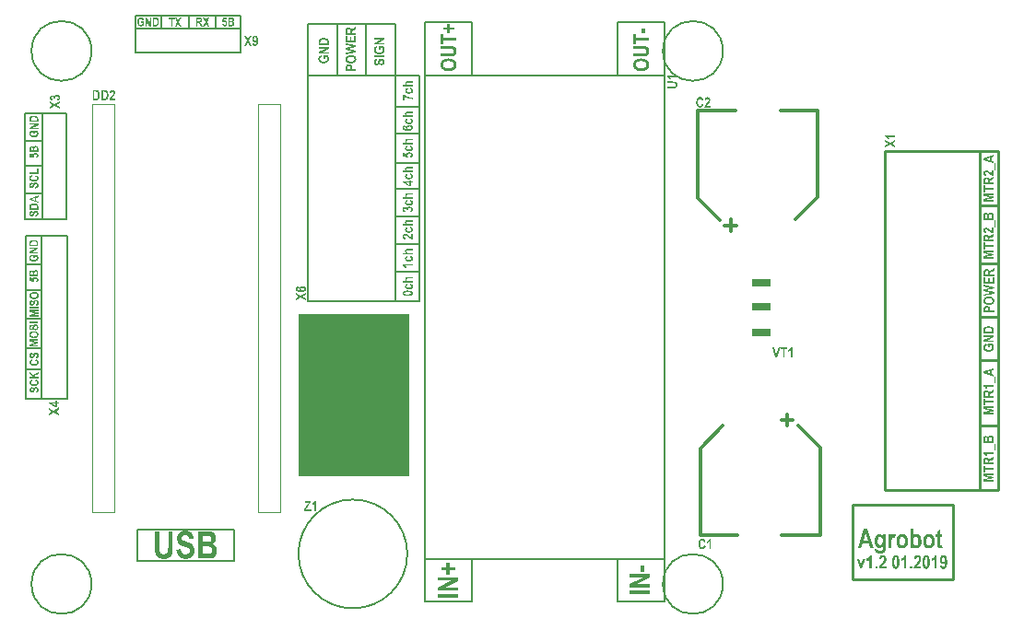
<source format=gto>
G04 Layer_Color=65535*
%FSLAX43Y43*%
%MOMM*%
G71*
G01*
G75*
%ADD14C,0.300*%
%ADD49C,0.200*%
%ADD53C,0.150*%
%ADD54C,0.100*%
%ADD55C,0.250*%
%ADD56C,0.254*%
%ADD57R,10.200X15.000*%
%ADD58R,1.689X0.700*%
%ADD59R,1.689X0.679*%
G36*
X13897Y55441D02*
X13699D01*
Y54764D01*
X13565D01*
Y55441D01*
X13367D01*
Y55578D01*
X13897D01*
Y55441D01*
D02*
G37*
G36*
X14307Y55187D02*
X14538Y54764D01*
X14375D01*
X14227Y55039D01*
X14079Y54764D01*
X13918D01*
X14147Y55187D01*
X13938Y55578D01*
X14095D01*
X14227Y55333D01*
X14360Y55578D01*
X14517D01*
X14307Y55187D01*
D02*
G37*
G36*
X10818Y55591D02*
X10828Y55590D01*
X10839Y55589D01*
X10852Y55587D01*
X10866Y55584D01*
X10897Y55577D01*
X10913Y55573D01*
X10929Y55566D01*
X10944Y55559D01*
X10960Y55551D01*
X10974Y55541D01*
X10988Y55530D01*
X10990Y55529D01*
X10992Y55527D01*
X10995Y55524D01*
X11000Y55520D01*
X11006Y55513D01*
X11012Y55505D01*
X11020Y55496D01*
X11027Y55486D01*
X11035Y55474D01*
X11043Y55460D01*
X11051Y55446D01*
X11059Y55430D01*
X11065Y55412D01*
X11072Y55394D01*
X11077Y55375D01*
X11082Y55353D01*
X10948Y55323D01*
Y55324D01*
X10947Y55326D01*
X10946Y55328D01*
X10945Y55332D01*
X10942Y55344D01*
X10935Y55357D01*
X10928Y55373D01*
X10919Y55389D01*
X10907Y55404D01*
X10893Y55418D01*
X10891Y55419D01*
X10886Y55423D01*
X10878Y55429D01*
X10866Y55435D01*
X10852Y55441D01*
X10836Y55446D01*
X10818Y55450D01*
X10797Y55451D01*
X10788D01*
X10783Y55450D01*
X10775Y55449D01*
X10767Y55448D01*
X10747Y55443D01*
X10726Y55435D01*
X10714Y55430D01*
X10703Y55423D01*
X10691Y55416D01*
X10680Y55406D01*
X10669Y55396D01*
X10658Y55384D01*
X10657Y55383D01*
X10656Y55381D01*
X10654Y55377D01*
X10650Y55371D01*
X10647Y55365D01*
X10642Y55356D01*
X10637Y55345D01*
X10633Y55333D01*
X10627Y55320D01*
X10623Y55305D01*
X10617Y55288D01*
X10614Y55270D01*
X10611Y55250D01*
X10608Y55228D01*
X10607Y55205D01*
X10605Y55180D01*
Y55178D01*
Y55173D01*
Y55166D01*
X10607Y55156D01*
X10608Y55143D01*
X10609Y55129D01*
X10610Y55114D01*
X10613Y55096D01*
X10620Y55061D01*
X10629Y55024D01*
X10636Y55006D01*
X10644Y54988D01*
X10653Y54972D01*
X10663Y54957D01*
X10664Y54956D01*
X10665Y54954D01*
X10668Y54950D01*
X10671Y54947D01*
X10682Y54936D01*
X10697Y54924D01*
X10717Y54911D01*
X10740Y54902D01*
X10753Y54897D01*
X10766Y54894D01*
X10781Y54892D01*
X10796Y54891D01*
X10802D01*
X10810Y54892D01*
X10821Y54893D01*
X10833Y54895D01*
X10847Y54898D01*
X10862Y54903D01*
X10877Y54909D01*
X10879Y54910D01*
X10885Y54913D01*
X10892Y54917D01*
X10903Y54922D01*
X10915Y54930D01*
X10928Y54938D01*
X10941Y54948D01*
X10954Y54959D01*
Y55063D01*
X10800D01*
Y55200D01*
X11090D01*
Y54876D01*
Y54875D01*
X11088Y54874D01*
X11082Y54867D01*
X11072Y54857D01*
X11058Y54845D01*
X11040Y54831D01*
X11019Y54816D01*
X10994Y54801D01*
X10965Y54787D01*
X10964D01*
X10961Y54786D01*
X10957Y54784D01*
X10951Y54782D01*
X10944Y54778D01*
X10935Y54775D01*
X10926Y54772D01*
X10915Y54769D01*
X10890Y54762D01*
X10863Y54756D01*
X10835Y54751D01*
X10805Y54750D01*
X10795D01*
X10788Y54751D01*
X10780D01*
X10769Y54752D01*
X10758Y54755D01*
X10745Y54757D01*
X10718Y54762D01*
X10689Y54771D01*
X10658Y54783D01*
X10643Y54789D01*
X10629Y54798D01*
X10628Y54799D01*
X10626Y54800D01*
X10622Y54803D01*
X10617Y54806D01*
X10611Y54812D01*
X10603Y54818D01*
X10596Y54826D01*
X10586Y54835D01*
X10577Y54844D01*
X10568Y54855D01*
X10558Y54867D01*
X10548Y54880D01*
X10537Y54894D01*
X10529Y54909D01*
X10519Y54926D01*
X10510Y54943D01*
Y54944D01*
X10508Y54947D01*
X10506Y54953D01*
X10504Y54960D01*
X10500Y54970D01*
X10496Y54981D01*
X10493Y54994D01*
X10489Y55008D01*
X10484Y55024D01*
X10481Y55041D01*
X10477Y55061D01*
X10473Y55080D01*
X10471Y55102D01*
X10469Y55125D01*
X10467Y55172D01*
Y55173D01*
Y55179D01*
Y55185D01*
X10468Y55195D01*
Y55206D01*
X10469Y55220D01*
X10470Y55235D01*
X10472Y55251D01*
X10475Y55269D01*
X10478Y55287D01*
X10485Y55326D01*
X10496Y55365D01*
X10511Y55402D01*
X10512Y55403D01*
X10513Y55406D01*
X10516Y55410D01*
X10519Y55417D01*
X10524Y55425D01*
X10529Y55434D01*
X10543Y55456D01*
X10559Y55478D01*
X10578Y55502D01*
X10601Y55525D01*
X10614Y55535D01*
X10627Y55544D01*
X10628Y55546D01*
X10630Y55547D01*
X10635Y55549D01*
X10640Y55552D01*
X10647Y55555D01*
X10655Y55560D01*
X10665Y55564D01*
X10676Y55568D01*
X10688Y55573D01*
X10701Y55577D01*
X10730Y55584D01*
X10762Y55590D01*
X10780Y55592D01*
X10810D01*
X10818Y55591D01*
D02*
G37*
G36*
X12153Y55577D02*
X12163D01*
X12183Y55576D01*
X12206Y55573D01*
X12229Y55569D01*
X12251Y55564D01*
X12271Y55556D01*
X12272D01*
X12273Y55555D01*
X12278Y55552D01*
X12288Y55548D01*
X12300Y55540D01*
X12313Y55530D01*
X12328Y55518D01*
X12343Y55503D01*
X12358Y55486D01*
X12361Y55484D01*
X12363Y55481D01*
X12365Y55477D01*
X12372Y55467D01*
X12381Y55451D01*
X12391Y55433D01*
X12402Y55411D01*
X12412Y55386D01*
X12421Y55358D01*
Y55357D01*
X12422Y55355D01*
X12423Y55351D01*
X12424Y55344D01*
X12427Y55337D01*
X12429Y55327D01*
X12431Y55316D01*
X12433Y55304D01*
X12434Y55291D01*
X12436Y55276D01*
X12438Y55260D01*
X12441Y55243D01*
X12442Y55224D01*
X12443Y55205D01*
X12444Y55162D01*
Y55161D01*
Y55158D01*
Y55153D01*
Y55145D01*
X12443Y55135D01*
Y55125D01*
X12442Y55113D01*
X12441Y55100D01*
X12437Y55071D01*
X12433Y55040D01*
X12428Y55009D01*
X12419Y54979D01*
Y54977D01*
X12418Y54975D01*
X12417Y54971D01*
X12415Y54966D01*
X12412Y54959D01*
X12409Y54951D01*
X12403Y54934D01*
X12394Y54915D01*
X12383Y54894D01*
X12371Y54874D01*
X12358Y54855D01*
X12357Y54853D01*
X12352Y54848D01*
X12344Y54840D01*
X12335Y54829D01*
X12322Y54818D01*
X12306Y54808D01*
X12289Y54797D01*
X12271Y54787D01*
X12270D01*
X12269Y54786D01*
X12265Y54785D01*
X12261Y54784D01*
X12257Y54782D01*
X12250Y54779D01*
X12235Y54776D01*
X12216Y54772D01*
X12193Y54768D01*
X12167Y54765D01*
X12138Y54764D01*
X11886D01*
Y55578D01*
X12145D01*
X12153Y55577D01*
D02*
G37*
G36*
X11746Y54764D02*
X11610D01*
X11342Y55294D01*
Y54764D01*
X11217D01*
Y55578D01*
X11348D01*
X11620Y55034D01*
Y55578D01*
X11746D01*
Y54764D01*
D02*
G37*
G36*
X16177Y55577D02*
X16187D01*
X16210Y55575D01*
X16236Y55573D01*
X16262Y55568D01*
X16286Y55563D01*
X16295Y55560D01*
X16305Y55555D01*
X16306D01*
X16307Y55554D01*
X16313Y55551D01*
X16321Y55546D01*
X16332Y55538D01*
X16344Y55527D01*
X16357Y55514D01*
X16370Y55498D01*
X16382Y55480D01*
Y55478D01*
X16383Y55477D01*
X16385Y55474D01*
X16386Y55470D01*
X16392Y55459D01*
X16397Y55443D01*
X16403Y55424D01*
X16408Y55402D01*
X16411Y55377D01*
X16412Y55350D01*
Y55349D01*
Y55345D01*
Y55341D01*
X16411Y55333D01*
Y55326D01*
X16410Y55316D01*
X16407Y55294D01*
X16401Y55271D01*
X16393Y55245D01*
X16381Y55220D01*
X16374Y55208D01*
X16366Y55196D01*
Y55195D01*
X16364Y55194D01*
X16357Y55186D01*
X16347Y55177D01*
X16332Y55165D01*
X16314Y55153D01*
X16292Y55141D01*
X16266Y55130D01*
X16236Y55122D01*
X16238Y55121D01*
X16244Y55117D01*
X16251Y55111D01*
X16261Y55103D01*
X16273Y55092D01*
X16285Y55081D01*
X16297Y55068D01*
X16307Y55054D01*
X16308Y55052D01*
X16313Y55047D01*
X16319Y55038D01*
X16323Y55032D01*
X16328Y55024D01*
X16332Y55015D01*
X16339Y55006D01*
X16345Y54995D01*
X16352Y54983D01*
X16359Y54970D01*
X16367Y54956D01*
X16376Y54940D01*
X16384Y54922D01*
X16465Y54764D01*
X16303D01*
X16207Y54941D01*
X16206Y54942D01*
X16205Y54945D01*
X16201Y54949D01*
X16198Y54956D01*
X16194Y54963D01*
X16189Y54972D01*
X16179Y54992D01*
X16167Y55012D01*
X16155Y55032D01*
X16149Y55041D01*
X16144Y55049D01*
X16140Y55055D01*
X16135Y55061D01*
X16134Y55062D01*
X16132Y55065D01*
X16129Y55069D01*
X16123Y55075D01*
X16110Y55086D01*
X16103Y55090D01*
X16095Y55094D01*
X16094D01*
X16091Y55095D01*
X16087Y55098D01*
X16079Y55100D01*
X16070Y55101D01*
X16058Y55103D01*
X16044Y55104D01*
X16001D01*
Y54764D01*
X15867D01*
Y55578D01*
X16168D01*
X16177Y55577D01*
D02*
G37*
G36*
X34981Y48477D02*
X34983Y48476D01*
X34987Y48472D01*
X34993Y48467D01*
X35001Y48462D01*
X35011Y48455D01*
X35022Y48447D01*
X35035Y48439D01*
X35049Y48429D01*
X35066Y48419D01*
X35083Y48409D01*
X35102Y48397D01*
X35124Y48386D01*
X35147Y48373D01*
X35171Y48362D01*
X35196Y48349D01*
X35198Y48348D01*
X35203Y48347D01*
X35210Y48343D01*
X35221Y48339D01*
X35233Y48333D01*
X35248Y48326D01*
X35266Y48320D01*
X35287Y48312D01*
X35308Y48305D01*
X35331Y48296D01*
X35355Y48288D01*
X35382Y48279D01*
X35438Y48263D01*
X35496Y48249D01*
X35497D01*
X35504Y48248D01*
X35511Y48246D01*
X35523Y48244D01*
X35537Y48241D01*
X35553Y48237D01*
X35572Y48235D01*
X35593Y48232D01*
X35614Y48228D01*
X35637Y48226D01*
X35687Y48220D01*
X35737Y48216D01*
X35787Y48214D01*
Y48070D01*
X35778D01*
X35767Y48071D01*
X35753D01*
X35734Y48072D01*
X35712Y48075D01*
X35688Y48077D01*
X35661Y48080D01*
X35631Y48084D01*
X35599Y48089D01*
X35566Y48094D01*
X35532Y48100D01*
X35458Y48117D01*
X35421Y48126D01*
X35383Y48137D01*
X35381Y48138D01*
X35374Y48140D01*
X35363Y48143D01*
X35349Y48148D01*
X35331Y48155D01*
X35311Y48162D01*
X35287Y48171D01*
X35261Y48181D01*
X35233Y48193D01*
X35204Y48206D01*
X35143Y48235D01*
X35078Y48268D01*
X35016Y48306D01*
Y47964D01*
X34846D01*
Y48479D01*
X34979D01*
X34981Y48477D01*
D02*
G37*
G36*
X35560Y49106D02*
X35563Y49105D01*
X35576Y49102D01*
X35593Y49097D01*
X35612Y49090D01*
X35632Y49082D01*
X35655Y49070D01*
X35678Y49058D01*
X35702Y49041D01*
X35725Y49023D01*
X35745Y49002D01*
X35764Y48978D01*
X35781Y48950D01*
X35793Y48918D01*
X35797Y48902D01*
X35801Y48884D01*
X35802Y48865D01*
X35803Y48844D01*
Y48843D01*
Y48838D01*
X35802Y48832D01*
Y48822D01*
X35800Y48810D01*
X35798Y48797D01*
X35795Y48782D01*
X35791Y48767D01*
X35784Y48750D01*
X35778Y48734D01*
X35769Y48716D01*
X35759Y48700D01*
X35746Y48683D01*
X35732Y48667D01*
X35717Y48653D01*
X35698Y48639D01*
X35697Y48637D01*
X35693Y48636D01*
X35688Y48632D01*
X35679Y48629D01*
X35669Y48623D01*
X35657Y48618D01*
X35642Y48612D01*
X35627Y48606D01*
X35609Y48599D01*
X35590Y48593D01*
X35569Y48588D01*
X35547Y48583D01*
X35523Y48579D01*
X35497Y48575D01*
X35471Y48574D01*
X35444Y48573D01*
X35428D01*
X35415Y48574D01*
X35400Y48575D01*
X35383Y48576D01*
X35364Y48579D01*
X35344Y48582D01*
X35299Y48590D01*
X35278Y48597D01*
X35255Y48604D01*
X35233Y48613D01*
X35212Y48623D01*
X35191Y48635D01*
X35174Y48648D01*
X35172Y48649D01*
X35170Y48651D01*
X35165Y48655D01*
X35158Y48662D01*
X35152Y48669D01*
X35144Y48678D01*
X35135Y48689D01*
X35127Y48701D01*
X35118Y48715D01*
X35109Y48730D01*
X35101Y48747D01*
X35095Y48764D01*
X35088Y48783D01*
X35083Y48802D01*
X35081Y48824D01*
X35080Y48847D01*
Y48848D01*
Y48851D01*
Y48857D01*
X35081Y48863D01*
Y48872D01*
X35082Y48881D01*
X35086Y48904D01*
X35092Y48929D01*
X35102Y48957D01*
X35115Y48984D01*
X35133Y49008D01*
Y49009D01*
X35135Y49011D01*
X35138Y49015D01*
X35143Y49018D01*
X35148Y49023D01*
X35156Y49030D01*
X35163Y49036D01*
X35174Y49044D01*
X35184Y49051D01*
X35196Y49059D01*
X35210Y49067D01*
X35226Y49074D01*
X35241Y49081D01*
X35259Y49088D01*
X35279Y49095D01*
X35299Y49100D01*
X35332Y48952D01*
X35331D01*
X35327Y48951D01*
X35322Y48950D01*
X35316Y48949D01*
X35307Y48946D01*
X35298Y48942D01*
X35278Y48933D01*
X35257Y48921D01*
X35248Y48912D01*
X35240Y48902D01*
X35233Y48891D01*
X35228Y48879D01*
X35224Y48865D01*
X35223Y48849D01*
Y48847D01*
X35224Y48841D01*
X35226Y48830D01*
X35229Y48818D01*
X35235Y48802D01*
X35243Y48789D01*
X35255Y48773D01*
X35271Y48759D01*
X35274Y48758D01*
X35280Y48754D01*
X35292Y48749D01*
X35299Y48745D01*
X35308Y48743D01*
X35320Y48740D01*
X35331Y48736D01*
X35344Y48734D01*
X35358Y48731D01*
X35374Y48729D01*
X35391Y48728D01*
X35410Y48726D01*
X35450D01*
X35461Y48728D01*
X35472D01*
X35497Y48730D01*
X35527Y48734D01*
X35556Y48740D01*
X35582Y48748D01*
X35594Y48753D01*
X35604Y48759D01*
X35607Y48761D01*
X35612Y48766D01*
X35621Y48773D01*
X35629Y48783D01*
X35638Y48796D01*
X35647Y48813D01*
X35652Y48830D01*
X35655Y48851D01*
Y48852D01*
Y48858D01*
X35654Y48866D01*
X35651Y48875D01*
X35649Y48886D01*
X35643Y48898D01*
X35636Y48909D01*
X35627Y48919D01*
X35626Y48921D01*
X35621Y48924D01*
X35614Y48929D01*
X35603Y48935D01*
X35589Y48942D01*
X35571Y48949D01*
X35548Y48955D01*
X35523Y48960D01*
X35553Y49107D01*
X35556D01*
X35560Y49106D01*
D02*
G37*
G36*
X18686Y55420D02*
X18445D01*
X18424Y55282D01*
X18426Y55283D01*
X18431Y55286D01*
X18440Y55290D01*
X18451Y55294D01*
X18464Y55299D01*
X18479Y55303D01*
X18495Y55306D01*
X18511Y55307D01*
X18519D01*
X18524Y55306D01*
X18532Y55305D01*
X18540Y55304D01*
X18558Y55300D01*
X18579Y55292D01*
X18590Y55287D01*
X18601Y55282D01*
X18613Y55274D01*
X18624Y55265D01*
X18635Y55256D01*
X18646Y55245D01*
X18647Y55244D01*
X18649Y55241D01*
X18652Y55237D01*
X18656Y55231D01*
X18662Y55222D01*
X18668Y55213D01*
X18674Y55201D01*
X18681Y55190D01*
X18688Y55174D01*
X18693Y55159D01*
X18700Y55142D01*
X18705Y55124D01*
X18710Y55103D01*
X18713Y55082D01*
X18715Y55060D01*
X18716Y55036D01*
Y55035D01*
Y55032D01*
Y55025D01*
X18715Y55017D01*
X18714Y55009D01*
X18713Y54997D01*
X18711Y54985D01*
X18708Y54971D01*
X18702Y54941D01*
X18691Y54907D01*
X18685Y54891D01*
X18676Y54874D01*
X18667Y54856D01*
X18656Y54839D01*
X18655Y54838D01*
X18653Y54836D01*
X18650Y54830D01*
X18646Y54825D01*
X18639Y54818D01*
X18632Y54811D01*
X18623Y54803D01*
X18613Y54795D01*
X18601Y54786D01*
X18589Y54778D01*
X18575Y54771D01*
X18560Y54764D01*
X18543Y54759D01*
X18526Y54755D01*
X18507Y54751D01*
X18487Y54750D01*
X18478D01*
X18471Y54751D01*
X18464Y54752D01*
X18455Y54753D01*
X18435Y54758D01*
X18412Y54764D01*
X18387Y54774D01*
X18374Y54781D01*
X18362Y54789D01*
X18350Y54798D01*
X18338Y54808D01*
X18337Y54809D01*
X18336Y54811D01*
X18333Y54814D01*
X18329Y54818D01*
X18324Y54825D01*
X18319Y54831D01*
X18313Y54840D01*
X18307Y54851D01*
X18301Y54862D01*
X18295Y54874D01*
X18289Y54888D01*
X18283Y54903D01*
X18278Y54919D01*
X18273Y54936D01*
X18270Y54955D01*
X18267Y54974D01*
X18395Y54990D01*
Y54989D01*
Y54988D01*
X18396Y54982D01*
X18398Y54972D01*
X18400Y54960D01*
X18404Y54946D01*
X18410Y54932D01*
X18417Y54918D01*
X18427Y54906D01*
X18428Y54905D01*
X18433Y54902D01*
X18438Y54896D01*
X18445Y54891D01*
X18454Y54885D01*
X18465Y54880D01*
X18476Y54877D01*
X18488Y54876D01*
X18490D01*
X18494Y54877D01*
X18502Y54878D01*
X18511Y54880D01*
X18522Y54885D01*
X18533Y54892D01*
X18545Y54901D01*
X18556Y54914D01*
X18557Y54916D01*
X18560Y54921D01*
X18566Y54930D01*
X18571Y54943D01*
X18575Y54960D01*
X18581Y54981D01*
X18584Y55005D01*
X18585Y55033D01*
Y55034D01*
Y55036D01*
Y55040D01*
Y55046D01*
X18584Y55051D01*
Y55059D01*
X18582Y55075D01*
X18579Y55093D01*
X18573Y55112D01*
X18567Y55130D01*
X18557Y55145D01*
X18556Y55146D01*
X18552Y55151D01*
X18546Y55157D01*
X18537Y55164D01*
X18527Y55170D01*
X18515Y55177D01*
X18501Y55181D01*
X18484Y55182D01*
X18479D01*
X18475Y55181D01*
X18465Y55179D01*
X18452Y55174D01*
X18436Y55168D01*
X18420Y55157D01*
X18411Y55151D01*
X18402Y55142D01*
X18395Y55133D01*
X18386Y55122D01*
X18282Y55141D01*
X18348Y55566D01*
X18686D01*
Y55420D01*
D02*
G37*
G36*
X16861Y55187D02*
X17092Y54764D01*
X16930D01*
X16781Y55039D01*
X16633Y54764D01*
X16472D01*
X16701Y55187D01*
X16492Y55578D01*
X16649D01*
X16781Y55333D01*
X16914Y55578D01*
X17071D01*
X16861Y55187D01*
D02*
G37*
G36*
X19106Y55577D02*
X19115D01*
X19139Y55576D01*
X19164Y55573D01*
X19190Y55569D01*
X19213Y55564D01*
X19223Y55561D01*
X19232Y55557D01*
X19234Y55556D01*
X19240Y55553D01*
X19247Y55549D01*
X19258Y55541D01*
X19270Y55531D01*
X19282Y55520D01*
X19295Y55504D01*
X19307Y55487D01*
Y55486D01*
X19308Y55485D01*
X19312Y55478D01*
X19317Y55468D01*
X19323Y55454D01*
X19328Y55436D01*
X19334Y55417D01*
X19337Y55396D01*
X19338Y55372D01*
Y55371D01*
Y55370D01*
Y55367D01*
Y55363D01*
X19337Y55352D01*
X19335Y55338D01*
X19332Y55320D01*
X19326Y55303D01*
X19320Y55285D01*
X19311Y55266D01*
X19310Y55264D01*
X19307Y55259D01*
X19300Y55250D01*
X19293Y55239D01*
X19283Y55228D01*
X19272Y55217D01*
X19259Y55206D01*
X19244Y55196D01*
X19245D01*
X19246Y55195D01*
X19249Y55194D01*
X19254Y55192D01*
X19265Y55186D01*
X19278Y55180D01*
X19293Y55169D01*
X19309Y55157D01*
X19323Y55142D01*
X19337Y55124D01*
Y55122D01*
X19338Y55121D01*
X19340Y55118D01*
X19343Y55115D01*
X19348Y55104D01*
X19354Y55089D01*
X19360Y55072D01*
X19365Y55050D01*
X19370Y55026D01*
X19371Y55000D01*
Y54999D01*
Y54996D01*
Y54992D01*
X19370Y54985D01*
Y54977D01*
X19368Y54969D01*
X19365Y54947D01*
X19360Y54923D01*
X19352Y54898D01*
X19341Y54872D01*
X19327Y54849D01*
Y54848D01*
X19325Y54847D01*
X19323Y54843D01*
X19320Y54839D01*
X19311Y54829D01*
X19299Y54816D01*
X19284Y54804D01*
X19267Y54791D01*
X19248Y54782D01*
X19238Y54777D01*
X19227Y54774D01*
X19225D01*
X19222Y54773D01*
X19218D01*
X19213Y54772D01*
X19206Y54771D01*
X19198Y54770D01*
X19188D01*
X19176Y54769D01*
X19163Y54768D01*
X19148Y54766D01*
X19130Y54765D01*
X19111D01*
X19089Y54764D01*
X18812D01*
Y55578D01*
X19096D01*
X19106Y55577D01*
D02*
G37*
G36*
X996Y46540D02*
X1007D01*
X1019Y46539D01*
X1032Y46538D01*
X1061Y46535D01*
X1091Y46530D01*
X1122Y46525D01*
X1153Y46516D01*
X1154D01*
X1156Y46515D01*
X1160Y46514D01*
X1166Y46512D01*
X1172Y46510D01*
X1180Y46507D01*
X1197Y46500D01*
X1217Y46491D01*
X1237Y46481D01*
X1258Y46469D01*
X1276Y46456D01*
X1278Y46455D01*
X1284Y46449D01*
X1291Y46442D01*
X1302Y46432D01*
X1313Y46419D01*
X1324Y46404D01*
X1334Y46386D01*
X1344Y46368D01*
Y46367D01*
X1345Y46366D01*
X1346Y46363D01*
X1347Y46358D01*
X1350Y46354D01*
X1352Y46347D01*
X1355Y46332D01*
X1359Y46313D01*
X1364Y46290D01*
X1366Y46264D01*
X1367Y46235D01*
Y45983D01*
X553D01*
Y46227D01*
Y46228D01*
Y46232D01*
Y46236D01*
Y46243D01*
X554Y46250D01*
Y46260D01*
X555Y46280D01*
X559Y46303D01*
X562Y46326D01*
X567Y46349D01*
X575Y46368D01*
Y46369D01*
X576Y46370D01*
X579Y46376D01*
X584Y46385D01*
X591Y46397D01*
X601Y46410D01*
X613Y46425D01*
X628Y46441D01*
X645Y46456D01*
X647Y46458D01*
X651Y46460D01*
X654Y46462D01*
X665Y46470D01*
X680Y46478D01*
X698Y46488D01*
X720Y46499D01*
X745Y46510D01*
X773Y46518D01*
X774D01*
X776Y46520D01*
X780Y46521D01*
X787Y46522D01*
X795Y46524D01*
X804Y46526D01*
X815Y46528D01*
X827Y46530D01*
X840Y46531D01*
X855Y46534D01*
X871Y46536D01*
X889Y46538D01*
X907Y46539D01*
X927Y46540D01*
X969Y46541D01*
X986D01*
X996Y46540D01*
D02*
G37*
G36*
X1148Y37804D02*
X1158Y37803D01*
X1169Y37802D01*
X1180Y37800D01*
X1193Y37797D01*
X1221Y37789D01*
X1236Y37784D01*
X1251Y37777D01*
X1266Y37770D01*
X1281Y37761D01*
X1296Y37751D01*
X1310Y37739D01*
X1311Y37738D01*
X1313Y37736D01*
X1316Y37733D01*
X1320Y37727D01*
X1326Y37720D01*
X1332Y37711D01*
X1339Y37701D01*
X1345Y37690D01*
X1352Y37677D01*
X1358Y37661D01*
X1365Y37644D01*
X1370Y37626D01*
X1375Y37606D01*
X1378Y37585D01*
X1380Y37561D01*
X1381Y37536D01*
Y37535D01*
Y37533D01*
Y37529D01*
X1380Y37525D01*
Y37520D01*
X1379Y37513D01*
X1377Y37497D01*
X1372Y37479D01*
X1366Y37457D01*
X1357Y37434D01*
X1346Y37410D01*
X1331Y37387D01*
X1313Y37362D01*
X1302Y37351D01*
X1290Y37339D01*
X1277Y37328D01*
X1263Y37318D01*
X1248Y37309D01*
X1232Y37299D01*
X1213Y37291D01*
X1194Y37284D01*
X1173Y37277D01*
X1151Y37272D01*
X1127Y37268D01*
X1102Y37264D01*
X1087Y37395D01*
X1089D01*
X1093Y37396D01*
X1101Y37398D01*
X1111Y37401D01*
X1122Y37404D01*
X1136Y37408D01*
X1151Y37415D01*
X1165Y37421D01*
X1179Y37430D01*
X1193Y37441D01*
X1207Y37451D01*
X1218Y37466D01*
X1228Y37481D01*
X1236Y37499D01*
X1240Y37519D01*
X1243Y37540D01*
Y37541D01*
Y37543D01*
Y37546D01*
Y37550D01*
X1240Y37561D01*
X1238Y37575D01*
X1235Y37590D01*
X1230Y37606D01*
X1222Y37621D01*
X1211Y37635D01*
X1210Y37637D01*
X1206Y37641D01*
X1198Y37646D01*
X1189Y37654D01*
X1178Y37660D01*
X1165Y37666D01*
X1149Y37670D01*
X1132Y37671D01*
X1128D01*
X1122Y37670D01*
X1116D01*
X1100Y37666D01*
X1092Y37662D01*
X1085Y37658D01*
X1083D01*
X1081Y37656D01*
X1078Y37653D01*
X1074Y37650D01*
X1068Y37644D01*
X1063Y37638D01*
X1057Y37630D01*
X1053Y37621D01*
X1052Y37620D01*
X1051Y37616D01*
X1048Y37608D01*
X1046Y37603D01*
X1043Y37596D01*
X1040Y37590D01*
X1037Y37581D01*
X1034Y37571D01*
X1029Y37560D01*
X1026Y37547D01*
X1021Y37533D01*
X1016Y37517D01*
X1011Y37500D01*
Y37499D01*
X1010Y37497D01*
X1009Y37492D01*
X1007Y37486D01*
X1004Y37480D01*
X1001Y37471D01*
X994Y37453D01*
X986Y37432D01*
X976Y37411D01*
X966Y37392D01*
X955Y37375D01*
X954Y37373D01*
X949Y37368D01*
X942Y37361D01*
X933Y37352D01*
X921Y37341D01*
X908Y37331D01*
X892Y37321D01*
X875Y37311D01*
X874D01*
X872Y37310D01*
X866Y37308D01*
X856Y37303D01*
X842Y37300D01*
X827Y37296D01*
X809Y37291D01*
X788Y37289D01*
X768Y37288D01*
X757D01*
X750Y37289D01*
X744D01*
X727Y37291D01*
X709Y37296D01*
X689Y37300D01*
X668Y37308D01*
X647Y37317D01*
X646D01*
X645Y37318D01*
X639Y37323D01*
X629Y37329D01*
X617Y37339D01*
X604Y37351D01*
X591Y37365D01*
X578Y37382D01*
X567Y37401D01*
Y37402D01*
X566Y37403D01*
X565Y37406D01*
X563Y37410D01*
X561Y37416D01*
X559Y37422D01*
X553Y37437D01*
X548Y37457D01*
X544Y37480D01*
X540Y37505D01*
X539Y37533D01*
Y37534D01*
Y37538D01*
Y37543D01*
X540Y37552D01*
X541Y37562D01*
X542Y37574D01*
X545Y37586D01*
X547Y37600D01*
X554Y37629D01*
X560Y37645D01*
X566Y37660D01*
X574Y37675D01*
X581Y37690D01*
X592Y37704D01*
X603Y37717D01*
X604Y37718D01*
X606Y37720D01*
X610Y37723D01*
X615Y37727D01*
X621Y37732D01*
X629Y37738D01*
X639Y37744D01*
X650Y37750D01*
X661Y37757D01*
X676Y37763D01*
X691Y37769D01*
X707Y37774D01*
X724Y37779D01*
X743Y37783D01*
X763Y37786D01*
X785Y37787D01*
X792Y37652D01*
X789D01*
X786Y37651D01*
X782Y37650D01*
X771Y37647D01*
X757Y37643D01*
X742Y37638D01*
X726Y37631D01*
X712Y37622D01*
X701Y37613D01*
X700Y37612D01*
X697Y37607D01*
X693Y37601D01*
X689Y37591D01*
X684Y37579D01*
X680Y37565D01*
X677Y37549D01*
X676Y37529D01*
Y37528D01*
Y37527D01*
Y37521D01*
X677Y37511D01*
X679Y37499D01*
X681Y37485D01*
X685Y37471D01*
X691Y37458D01*
X698Y37446D01*
X699Y37445D01*
X703Y37442D01*
X707Y37436D01*
X713Y37432D01*
X722Y37427D01*
X732Y37421D01*
X744Y37418D01*
X756Y37417D01*
X761D01*
X768Y37418D01*
X775Y37420D01*
X784Y37423D01*
X792Y37428D01*
X802Y37434D01*
X811Y37443D01*
X812Y37444D01*
X815Y37448D01*
X819Y37456D01*
X823Y37461D01*
X826Y37468D01*
X829Y37475D01*
X834Y37484D01*
X838Y37494D01*
X842Y37506D01*
X846Y37519D01*
X851Y37533D01*
X856Y37548D01*
X862Y37565D01*
Y37566D01*
X863Y37569D01*
X865Y37575D01*
X867Y37581D01*
X869Y37590D01*
X872Y37600D01*
X880Y37621D01*
X890Y37645D01*
X900Y37670D01*
X911Y37692D01*
X917Y37703D01*
X923Y37711D01*
X924Y37713D01*
X929Y37719D01*
X936Y37726D01*
X946Y37737D01*
X958Y37748D01*
X973Y37760D01*
X989Y37771D01*
X1008Y37780D01*
X1009D01*
X1010Y37782D01*
X1013Y37783D01*
X1016Y37785D01*
X1027Y37788D01*
X1042Y37793D01*
X1060Y37798D01*
X1081Y37801D01*
X1105Y37804D01*
X1131Y37805D01*
X1141D01*
X1148Y37804D01*
D02*
G37*
G36*
X996Y38475D02*
X1007D01*
X1019Y38474D01*
X1032Y38473D01*
X1061Y38470D01*
X1091Y38465D01*
X1122Y38460D01*
X1153Y38451D01*
X1154D01*
X1156Y38450D01*
X1160Y38449D01*
X1166Y38447D01*
X1172Y38445D01*
X1180Y38442D01*
X1197Y38435D01*
X1217Y38426D01*
X1237Y38416D01*
X1258Y38404D01*
X1276Y38391D01*
X1278Y38390D01*
X1284Y38384D01*
X1291Y38377D01*
X1302Y38367D01*
X1313Y38354D01*
X1324Y38339D01*
X1334Y38321D01*
X1344Y38303D01*
Y38302D01*
X1345Y38301D01*
X1346Y38298D01*
X1347Y38293D01*
X1350Y38289D01*
X1352Y38282D01*
X1355Y38267D01*
X1359Y38248D01*
X1364Y38225D01*
X1366Y38199D01*
X1367Y38170D01*
Y37918D01*
X553D01*
Y38162D01*
Y38163D01*
Y38167D01*
Y38171D01*
Y38178D01*
X554Y38185D01*
Y38195D01*
X555Y38215D01*
X559Y38238D01*
X562Y38261D01*
X567Y38284D01*
X575Y38303D01*
Y38304D01*
X576Y38305D01*
X579Y38311D01*
X584Y38320D01*
X591Y38332D01*
X601Y38345D01*
X613Y38360D01*
X628Y38376D01*
X645Y38391D01*
X647Y38393D01*
X651Y38395D01*
X654Y38397D01*
X665Y38405D01*
X680Y38413D01*
X698Y38423D01*
X720Y38434D01*
X745Y38445D01*
X773Y38453D01*
X774D01*
X776Y38455D01*
X780Y38456D01*
X787Y38457D01*
X795Y38459D01*
X804Y38461D01*
X815Y38463D01*
X827Y38465D01*
X840Y38466D01*
X855Y38469D01*
X871Y38471D01*
X889Y38473D01*
X907Y38474D01*
X927Y38475D01*
X969Y38476D01*
X986D01*
X996Y38475D01*
D02*
G37*
G36*
X1146Y43767D02*
X1154D01*
X1162Y43766D01*
X1184Y43763D01*
X1208Y43757D01*
X1233Y43750D01*
X1259Y43739D01*
X1283Y43725D01*
X1284D01*
X1285Y43723D01*
X1288Y43720D01*
X1292Y43717D01*
X1302Y43708D01*
X1315Y43697D01*
X1327Y43681D01*
X1340Y43664D01*
X1350Y43646D01*
X1354Y43635D01*
X1357Y43624D01*
Y43622D01*
X1358Y43620D01*
Y43615D01*
X1359Y43610D01*
X1360Y43604D01*
X1362Y43595D01*
Y43585D01*
X1363Y43573D01*
X1364Y43560D01*
X1365Y43545D01*
X1366Y43528D01*
Y43508D01*
X1367Y43487D01*
Y43462D01*
Y43436D01*
Y43210D01*
X553D01*
Y43476D01*
Y43477D01*
Y43480D01*
Y43487D01*
Y43493D01*
X554Y43503D01*
Y43513D01*
X555Y43536D01*
X559Y43561D01*
X562Y43587D01*
X567Y43610D01*
X571Y43621D01*
X574Y43629D01*
X575Y43632D01*
X578Y43637D01*
X582Y43645D01*
X590Y43655D01*
X600Y43667D01*
X612Y43679D01*
X627Y43692D01*
X644Y43704D01*
X645D01*
X646Y43705D01*
X653Y43710D01*
X664Y43714D01*
X678Y43720D01*
X695Y43726D01*
X714Y43731D01*
X735Y43734D01*
X759Y43736D01*
X769D01*
X779Y43734D01*
X793Y43732D01*
X811Y43729D01*
X828Y43724D01*
X846Y43717D01*
X865Y43708D01*
X867Y43707D01*
X872Y43704D01*
X881Y43698D01*
X892Y43690D01*
X903Y43680D01*
X915Y43670D01*
X925Y43657D01*
X935Y43641D01*
Y43642D01*
X936Y43644D01*
X937Y43647D01*
X940Y43651D01*
X945Y43662D01*
X951Y43675D01*
X962Y43690D01*
X974Y43706D01*
X989Y43720D01*
X1008Y43734D01*
X1009D01*
X1010Y43736D01*
X1013Y43738D01*
X1016Y43740D01*
X1027Y43745D01*
X1042Y43752D01*
X1060Y43757D01*
X1081Y43763D01*
X1105Y43767D01*
X1131Y43768D01*
X1140D01*
X1146Y43767D01*
D02*
G37*
G36*
X1141Y32348D02*
X1149D01*
X1157Y32347D01*
X1179Y32344D01*
X1203Y32338D01*
X1228Y32331D01*
X1254Y32320D01*
X1278Y32306D01*
X1279D01*
X1280Y32304D01*
X1283Y32301D01*
X1287Y32298D01*
X1297Y32289D01*
X1310Y32278D01*
X1322Y32262D01*
X1335Y32245D01*
X1345Y32227D01*
X1349Y32216D01*
X1352Y32205D01*
Y32203D01*
X1353Y32201D01*
Y32196D01*
X1354Y32191D01*
X1355Y32185D01*
X1357Y32176D01*
Y32166D01*
X1358Y32154D01*
X1359Y32141D01*
X1360Y32126D01*
X1361Y32109D01*
Y32089D01*
X1362Y32068D01*
Y32043D01*
Y32017D01*
Y31791D01*
X548D01*
Y32057D01*
Y32058D01*
Y32061D01*
Y32068D01*
Y32074D01*
X549Y32084D01*
Y32094D01*
X550Y32117D01*
X554Y32142D01*
X557Y32168D01*
X562Y32191D01*
X566Y32202D01*
X569Y32210D01*
X570Y32213D01*
X573Y32218D01*
X577Y32226D01*
X585Y32236D01*
X595Y32248D01*
X607Y32260D01*
X622Y32273D01*
X639Y32285D01*
X640D01*
X641Y32286D01*
X648Y32291D01*
X659Y32295D01*
X673Y32301D01*
X690Y32307D01*
X709Y32312D01*
X730Y32315D01*
X754Y32317D01*
X764D01*
X774Y32315D01*
X788Y32313D01*
X806Y32310D01*
X823Y32305D01*
X841Y32298D01*
X860Y32289D01*
X862Y32288D01*
X867Y32285D01*
X876Y32279D01*
X887Y32271D01*
X898Y32261D01*
X910Y32251D01*
X920Y32238D01*
X930Y32222D01*
Y32223D01*
X931Y32225D01*
X932Y32228D01*
X935Y32232D01*
X940Y32243D01*
X946Y32256D01*
X957Y32271D01*
X969Y32287D01*
X984Y32301D01*
X1003Y32315D01*
X1004D01*
X1005Y32317D01*
X1008Y32319D01*
X1011Y32321D01*
X1022Y32326D01*
X1037Y32333D01*
X1055Y32338D01*
X1076Y32344D01*
X1100Y32348D01*
X1126Y32349D01*
X1135D01*
X1141Y32348D01*
D02*
G37*
G36*
X1114Y43112D02*
X1122Y43111D01*
X1134Y43110D01*
X1146Y43108D01*
X1160Y43106D01*
X1191Y43099D01*
X1224Y43088D01*
X1240Y43082D01*
X1258Y43073D01*
X1275Y43065D01*
X1292Y43054D01*
X1293Y43053D01*
X1296Y43051D01*
X1301Y43047D01*
X1306Y43043D01*
X1313Y43037D01*
X1320Y43029D01*
X1328Y43020D01*
X1337Y43011D01*
X1345Y42999D01*
X1353Y42987D01*
X1360Y42973D01*
X1367Y42958D01*
X1372Y42940D01*
X1377Y42923D01*
X1380Y42904D01*
X1381Y42884D01*
Y42883D01*
Y42880D01*
Y42875D01*
X1380Y42869D01*
X1379Y42861D01*
X1378Y42853D01*
X1373Y42832D01*
X1367Y42809D01*
X1357Y42784D01*
X1351Y42771D01*
X1342Y42760D01*
X1333Y42748D01*
X1324Y42736D01*
X1323Y42735D01*
X1320Y42734D01*
X1317Y42730D01*
X1313Y42726D01*
X1306Y42722D01*
X1300Y42716D01*
X1291Y42711D01*
X1280Y42704D01*
X1270Y42698D01*
X1258Y42692D01*
X1244Y42686D01*
X1228Y42681D01*
X1212Y42675D01*
X1195Y42671D01*
X1177Y42668D01*
X1157Y42664D01*
X1141Y42792D01*
X1143D01*
X1149Y42793D01*
X1159Y42795D01*
X1171Y42797D01*
X1185Y42802D01*
X1199Y42807D01*
X1213Y42815D01*
X1225Y42824D01*
X1226Y42826D01*
X1230Y42830D01*
X1235Y42835D01*
X1240Y42843D01*
X1246Y42851D01*
X1251Y42862D01*
X1254Y42873D01*
X1256Y42885D01*
Y42887D01*
X1254Y42892D01*
X1253Y42899D01*
X1251Y42909D01*
X1246Y42920D01*
X1239Y42930D01*
X1231Y42942D01*
X1218Y42953D01*
X1215Y42954D01*
X1210Y42958D01*
X1201Y42963D01*
X1188Y42968D01*
X1171Y42973D01*
X1151Y42978D01*
X1127Y42981D01*
X1099Y42982D01*
X1086D01*
X1080Y42981D01*
X1073D01*
X1056Y42979D01*
X1038Y42976D01*
X1020Y42971D01*
X1001Y42964D01*
X986Y42954D01*
X985Y42953D01*
X981Y42949D01*
X974Y42943D01*
X968Y42935D01*
X961Y42924D01*
X955Y42912D01*
X950Y42898D01*
X949Y42882D01*
Y42881D01*
Y42880D01*
Y42876D01*
X950Y42872D01*
X953Y42862D01*
X957Y42849D01*
X963Y42833D01*
X974Y42817D01*
X981Y42808D01*
X989Y42800D01*
X998Y42792D01*
X1009Y42783D01*
X990Y42679D01*
X565Y42745D01*
Y43083D01*
X711D01*
Y42843D01*
X850Y42821D01*
X849Y42823D01*
X845Y42829D01*
X841Y42837D01*
X837Y42848D01*
X832Y42861D01*
X828Y42876D01*
X825Y42893D01*
X824Y42909D01*
Y42910D01*
Y42912D01*
Y42916D01*
X825Y42922D01*
X826Y42929D01*
X827Y42937D01*
X831Y42955D01*
X839Y42976D01*
X844Y42988D01*
X850Y42999D01*
X857Y43011D01*
X866Y43021D01*
X876Y43032D01*
X887Y43043D01*
X888Y43044D01*
X890Y43046D01*
X894Y43049D01*
X901Y43054D01*
X909Y43059D01*
X918Y43066D01*
X930Y43071D01*
X942Y43079D01*
X957Y43085D01*
X972Y43091D01*
X989Y43097D01*
X1008Y43103D01*
X1028Y43107D01*
X1049Y43110D01*
X1072Y43112D01*
X1095Y43113D01*
X1106D01*
X1114Y43112D01*
D02*
G37*
G36*
X1367Y39045D02*
X1182Y38987D01*
Y38721D01*
X1367Y38666D01*
Y38523D01*
X553Y38781D01*
Y38925D01*
X1367Y39191D01*
Y39045D01*
D02*
G37*
G36*
X1258Y45185D02*
X1264Y45179D01*
X1274Y45169D01*
X1286Y45155D01*
X1300Y45138D01*
X1315Y45116D01*
X1330Y45091D01*
X1344Y45062D01*
Y45061D01*
X1345Y45059D01*
X1347Y45054D01*
X1350Y45048D01*
X1353Y45041D01*
X1356Y45033D01*
X1359Y45023D01*
X1363Y45012D01*
X1369Y44987D01*
X1376Y44960D01*
X1380Y44932D01*
X1381Y44902D01*
Y44901D01*
Y44898D01*
Y44892D01*
X1380Y44886D01*
Y44877D01*
X1379Y44866D01*
X1377Y44855D01*
X1375Y44842D01*
X1369Y44815D01*
X1360Y44786D01*
X1349Y44756D01*
X1342Y44741D01*
X1333Y44727D01*
X1332Y44726D01*
X1331Y44723D01*
X1328Y44719D01*
X1325Y44715D01*
X1319Y44708D01*
X1313Y44701D01*
X1305Y44693D01*
X1297Y44683D01*
X1287Y44675D01*
X1276Y44665D01*
X1264Y44655D01*
X1251Y44645D01*
X1237Y44635D01*
X1222Y44626D01*
X1206Y44616D01*
X1188Y44608D01*
X1187D01*
X1184Y44605D01*
X1179Y44603D01*
X1171Y44601D01*
X1161Y44598D01*
X1151Y44593D01*
X1138Y44590D01*
X1123Y44586D01*
X1107Y44582D01*
X1090Y44578D01*
X1070Y44574D01*
X1051Y44571D01*
X1029Y44569D01*
X1007Y44566D01*
X959Y44564D01*
X946D01*
X936Y44565D01*
X925D01*
X911Y44566D01*
X896Y44568D01*
X880Y44570D01*
X863Y44572D01*
X844Y44575D01*
X805Y44583D01*
X766Y44593D01*
X730Y44609D01*
X729Y44610D01*
X725Y44611D01*
X721Y44613D01*
X714Y44616D01*
X706Y44622D01*
X697Y44626D01*
X676Y44640D01*
X653Y44656D01*
X629Y44676D01*
X606Y44698D01*
X597Y44711D01*
X587Y44724D01*
X586Y44726D01*
X585Y44728D01*
X582Y44732D01*
X579Y44737D01*
X576Y44744D01*
X572Y44753D01*
X567Y44762D01*
X563Y44773D01*
X559Y44785D01*
X554Y44798D01*
X547Y44827D01*
X541Y44860D01*
X539Y44877D01*
Y44895D01*
Y44896D01*
Y44901D01*
Y44907D01*
X540Y44915D01*
X541Y44926D01*
X542Y44937D01*
X545Y44950D01*
X547Y44964D01*
X554Y44994D01*
X559Y45010D01*
X565Y45026D01*
X573Y45041D01*
X580Y45058D01*
X590Y45072D01*
X601Y45086D01*
X602Y45087D01*
X604Y45089D01*
X607Y45092D01*
X612Y45098D01*
X618Y45103D01*
X626Y45110D01*
X636Y45117D01*
X645Y45125D01*
X657Y45132D01*
X671Y45140D01*
X685Y45149D01*
X701Y45156D01*
X719Y45163D01*
X737Y45169D01*
X757Y45175D01*
X778Y45179D01*
X809Y45046D01*
X808D01*
X805Y45045D01*
X803Y45044D01*
X799Y45043D01*
X787Y45039D01*
X774Y45033D01*
X758Y45025D01*
X743Y45017D01*
X727Y45005D01*
X713Y44991D01*
X712Y44988D01*
X708Y44983D01*
X703Y44975D01*
X696Y44964D01*
X691Y44950D01*
X685Y44933D01*
X681Y44915D01*
X680Y44894D01*
Y44893D01*
Y44891D01*
Y44886D01*
X681Y44880D01*
X682Y44873D01*
X683Y44864D01*
X689Y44845D01*
X696Y44823D01*
X701Y44811D01*
X708Y44800D01*
X716Y44788D01*
X725Y44777D01*
X735Y44767D01*
X747Y44756D01*
X748Y44755D01*
X750Y44754D01*
X755Y44751D01*
X760Y44747D01*
X766Y44744D01*
X775Y44740D01*
X786Y44734D01*
X798Y44730D01*
X811Y44724D01*
X826Y44720D01*
X843Y44715D01*
X862Y44711D01*
X881Y44708D01*
X903Y44705D01*
X927Y44704D01*
X951Y44703D01*
X966D01*
X975Y44704D01*
X988Y44705D01*
X1002Y44706D01*
X1017Y44707D01*
X1035Y44710D01*
X1070Y44717D01*
X1107Y44727D01*
X1126Y44733D01*
X1143Y44742D01*
X1159Y44750D01*
X1174Y44760D01*
X1175Y44761D01*
X1178Y44762D01*
X1181Y44766D01*
X1184Y44769D01*
X1195Y44780D01*
X1207Y44795D01*
X1220Y44814D01*
X1230Y44837D01*
X1234Y44850D01*
X1237Y44863D01*
X1239Y44878D01*
X1240Y44893D01*
Y44895D01*
Y44900D01*
X1239Y44907D01*
X1238Y44918D01*
X1236Y44930D01*
X1233Y44944D01*
X1228Y44959D01*
X1222Y44974D01*
X1221Y44977D01*
X1219Y44982D01*
X1214Y44990D01*
X1209Y45000D01*
X1201Y45012D01*
X1193Y45025D01*
X1183Y45038D01*
X1172Y45051D01*
X1068D01*
Y44898D01*
X931D01*
Y45188D01*
X1257D01*
X1258Y45185D01*
D02*
G37*
G36*
X1367Y45707D02*
X837Y45440D01*
X1367D01*
Y45314D01*
X553D01*
Y45445D01*
X1098Y45718D01*
X553D01*
Y45843D01*
X1367D01*
Y45707D01*
D02*
G37*
G36*
X1367Y41193D02*
X561D01*
Y41327D01*
X1230D01*
Y41663D01*
X1367D01*
Y41193D01*
D02*
G37*
G36*
X1148Y40404D02*
X1158Y40403D01*
X1169Y40402D01*
X1180Y40400D01*
X1193Y40397D01*
X1221Y40389D01*
X1236Y40384D01*
X1251Y40377D01*
X1266Y40370D01*
X1281Y40361D01*
X1296Y40351D01*
X1310Y40339D01*
X1311Y40338D01*
X1313Y40336D01*
X1316Y40333D01*
X1320Y40327D01*
X1326Y40320D01*
X1332Y40311D01*
X1339Y40301D01*
X1345Y40290D01*
X1352Y40277D01*
X1358Y40261D01*
X1365Y40244D01*
X1370Y40226D01*
X1375Y40206D01*
X1378Y40185D01*
X1380Y40161D01*
X1381Y40136D01*
Y40135D01*
Y40133D01*
Y40129D01*
X1380Y40125D01*
Y40120D01*
X1379Y40113D01*
X1377Y40097D01*
X1372Y40079D01*
X1366Y40057D01*
X1357Y40034D01*
X1346Y40010D01*
X1331Y39987D01*
X1313Y39962D01*
X1302Y39951D01*
X1290Y39939D01*
X1277Y39928D01*
X1263Y39918D01*
X1248Y39909D01*
X1232Y39899D01*
X1213Y39891D01*
X1194Y39884D01*
X1173Y39877D01*
X1151Y39872D01*
X1127Y39868D01*
X1102Y39864D01*
X1087Y39995D01*
X1089D01*
X1093Y39996D01*
X1101Y39998D01*
X1111Y40001D01*
X1122Y40004D01*
X1136Y40008D01*
X1151Y40015D01*
X1165Y40021D01*
X1179Y40030D01*
X1193Y40041D01*
X1207Y40051D01*
X1218Y40066D01*
X1228Y40081D01*
X1236Y40099D01*
X1240Y40119D01*
X1243Y40140D01*
Y40141D01*
Y40143D01*
Y40146D01*
Y40150D01*
X1240Y40161D01*
X1238Y40175D01*
X1235Y40190D01*
X1230Y40206D01*
X1222Y40221D01*
X1211Y40235D01*
X1210Y40237D01*
X1206Y40241D01*
X1198Y40246D01*
X1189Y40254D01*
X1178Y40260D01*
X1165Y40266D01*
X1149Y40270D01*
X1132Y40271D01*
X1128D01*
X1122Y40270D01*
X1116D01*
X1100Y40266D01*
X1092Y40262D01*
X1085Y40258D01*
X1083D01*
X1081Y40256D01*
X1078Y40253D01*
X1074Y40250D01*
X1068Y40244D01*
X1063Y40238D01*
X1057Y40230D01*
X1053Y40221D01*
X1052Y40220D01*
X1051Y40216D01*
X1048Y40208D01*
X1046Y40203D01*
X1043Y40196D01*
X1040Y40190D01*
X1037Y40181D01*
X1034Y40171D01*
X1029Y40160D01*
X1026Y40147D01*
X1021Y40133D01*
X1016Y40117D01*
X1011Y40100D01*
Y40099D01*
X1010Y40097D01*
X1009Y40092D01*
X1007Y40086D01*
X1004Y40080D01*
X1001Y40071D01*
X994Y40053D01*
X986Y40032D01*
X976Y40011D01*
X966Y39992D01*
X955Y39975D01*
X954Y39972D01*
X949Y39968D01*
X942Y39961D01*
X933Y39952D01*
X921Y39941D01*
X908Y39931D01*
X892Y39921D01*
X875Y39911D01*
X874D01*
X872Y39910D01*
X866Y39908D01*
X856Y39903D01*
X842Y39900D01*
X827Y39896D01*
X809Y39891D01*
X788Y39889D01*
X768Y39888D01*
X757D01*
X750Y39889D01*
X744D01*
X727Y39891D01*
X709Y39896D01*
X689Y39900D01*
X668Y39908D01*
X647Y39917D01*
X646D01*
X645Y39918D01*
X639Y39923D01*
X629Y39929D01*
X617Y39939D01*
X604Y39951D01*
X591Y39965D01*
X578Y39982D01*
X567Y40001D01*
Y40002D01*
X566Y40003D01*
X565Y40006D01*
X563Y40010D01*
X561Y40016D01*
X559Y40022D01*
X553Y40037D01*
X548Y40057D01*
X544Y40080D01*
X540Y40104D01*
X539Y40133D01*
Y40134D01*
Y40138D01*
Y40143D01*
X540Y40152D01*
X541Y40162D01*
X542Y40174D01*
X545Y40186D01*
X547Y40200D01*
X554Y40229D01*
X560Y40245D01*
X566Y40260D01*
X574Y40275D01*
X581Y40290D01*
X592Y40304D01*
X603Y40317D01*
X604Y40318D01*
X606Y40320D01*
X610Y40323D01*
X615Y40327D01*
X621Y40332D01*
X629Y40338D01*
X639Y40344D01*
X650Y40350D01*
X661Y40357D01*
X676Y40363D01*
X691Y40369D01*
X707Y40374D01*
X724Y40379D01*
X743Y40383D01*
X763Y40386D01*
X785Y40387D01*
X792Y40252D01*
X789D01*
X786Y40251D01*
X782Y40250D01*
X771Y40247D01*
X757Y40243D01*
X742Y40238D01*
X726Y40231D01*
X712Y40222D01*
X701Y40213D01*
X700Y40212D01*
X697Y40207D01*
X693Y40201D01*
X689Y40191D01*
X684Y40179D01*
X680Y40165D01*
X677Y40149D01*
X676Y40129D01*
Y40128D01*
Y40127D01*
Y40121D01*
X677Y40111D01*
X679Y40099D01*
X681Y40085D01*
X685Y40071D01*
X691Y40058D01*
X698Y40046D01*
X699Y40045D01*
X703Y40042D01*
X707Y40036D01*
X713Y40032D01*
X722Y40027D01*
X732Y40021D01*
X744Y40018D01*
X756Y40017D01*
X761D01*
X768Y40018D01*
X775Y40020D01*
X784Y40023D01*
X792Y40028D01*
X802Y40034D01*
X811Y40043D01*
X812Y40044D01*
X815Y40048D01*
X819Y40056D01*
X823Y40061D01*
X826Y40068D01*
X829Y40075D01*
X834Y40084D01*
X838Y40094D01*
X842Y40106D01*
X846Y40119D01*
X851Y40133D01*
X856Y40148D01*
X862Y40165D01*
Y40166D01*
X863Y40169D01*
X865Y40175D01*
X867Y40181D01*
X869Y40190D01*
X872Y40200D01*
X880Y40221D01*
X890Y40245D01*
X900Y40270D01*
X911Y40292D01*
X917Y40303D01*
X923Y40311D01*
X924Y40313D01*
X929Y40319D01*
X936Y40326D01*
X946Y40337D01*
X958Y40348D01*
X973Y40360D01*
X989Y40371D01*
X1008Y40380D01*
X1009D01*
X1010Y40382D01*
X1013Y40383D01*
X1016Y40385D01*
X1027Y40388D01*
X1042Y40393D01*
X1060Y40398D01*
X1081Y40401D01*
X1105Y40404D01*
X1131Y40405D01*
X1141D01*
X1148Y40404D01*
D02*
G37*
G36*
X1125Y41075D02*
X1132Y41073D01*
X1142Y41070D01*
X1153Y41066D01*
X1166Y41062D01*
X1180Y41058D01*
X1195Y41051D01*
X1227Y41037D01*
X1261Y41020D01*
X1276Y41009D01*
X1291Y40998D01*
X1305Y40986D01*
X1318Y40973D01*
X1319Y40972D01*
X1320Y40970D01*
X1324Y40966D01*
X1328Y40960D01*
X1332Y40954D01*
X1338Y40945D01*
X1344Y40937D01*
X1350Y40926D01*
X1355Y40913D01*
X1362Y40900D01*
X1367Y40886D01*
X1371Y40871D01*
X1376Y40854D01*
X1378Y40837D01*
X1380Y40819D01*
X1381Y40799D01*
Y40798D01*
Y40794D01*
X1380Y40786D01*
Y40778D01*
X1378Y40767D01*
X1376Y40754D01*
X1372Y40740D01*
X1368Y40725D01*
X1364Y40707D01*
X1357Y40691D01*
X1349Y40673D01*
X1339Y40655D01*
X1328Y40638D01*
X1314Y40621D01*
X1299Y40604D01*
X1281Y40588D01*
X1280Y40587D01*
X1276Y40584D01*
X1270Y40580D01*
X1260Y40574D01*
X1248Y40567D01*
X1234Y40559D01*
X1218Y40550D01*
X1198Y40542D01*
X1178Y40533D01*
X1154Y40524D01*
X1128Y40517D01*
X1100Y40509D01*
X1069Y40504D01*
X1038Y40499D01*
X1003Y40496D01*
X968Y40495D01*
X959D01*
X948Y40496D01*
X933D01*
X916Y40498D01*
X895Y40501D01*
X874Y40503D01*
X849Y40507D01*
X824Y40511D01*
X797Y40518D01*
X770Y40525D01*
X743Y40534D01*
X716Y40545D01*
X690Y40558D01*
X665Y40572D01*
X642Y40588D01*
X641Y40589D01*
X638Y40592D01*
X632Y40597D01*
X626Y40603D01*
X618Y40612D01*
X610Y40622D01*
X600Y40634D01*
X590Y40647D01*
X581Y40662D01*
X572Y40678D01*
X563Y40696D01*
X555Y40716D01*
X549Y40736D01*
X544Y40759D01*
X540Y40783D01*
X539Y40808D01*
Y40809D01*
Y40813D01*
Y40819D01*
X540Y40826D01*
X541Y40836D01*
X544Y40848D01*
X546Y40860D01*
X549Y40874D01*
X553Y40888D01*
X558Y40903D01*
X564Y40919D01*
X572Y40934D01*
X580Y40951D01*
X591Y40966D01*
X602Y40982D01*
X616Y40996D01*
X617Y40997D01*
X618Y40998D01*
X621Y41002D01*
X626Y41005D01*
X632Y41009D01*
X639Y41014D01*
X647Y41020D01*
X657Y41026D01*
X668Y41032D01*
X680Y41038D01*
X693Y41045D01*
X707Y41052D01*
X723Y41058D01*
X739Y41064D01*
X758Y41070D01*
X777Y41075D01*
X816Y40942D01*
X815D01*
X813Y40941D01*
X810D01*
X805Y40940D01*
X793Y40936D01*
X779Y40931D01*
X763Y40924D01*
X746Y40915D01*
X730Y40903D01*
X716Y40890D01*
X714Y40888D01*
X710Y40884D01*
X705Y40875D01*
X697Y40865D01*
X691Y40851D01*
X685Y40836D01*
X681Y40819D01*
X680Y40800D01*
Y40799D01*
Y40797D01*
Y40793D01*
X681Y40788D01*
X682Y40782D01*
X683Y40774D01*
X687Y40758D01*
X696Y40739D01*
X700Y40729D01*
X707Y40719D01*
X714Y40708D01*
X723Y40699D01*
X733Y40689D01*
X745Y40680D01*
X746D01*
X748Y40678D01*
X751Y40676D01*
X757Y40673D01*
X764Y40669D01*
X773Y40665D01*
X783Y40662D01*
X796Y40657D01*
X809Y40653D01*
X825Y40649D01*
X842Y40644D01*
X862Y40641D01*
X882Y40638D01*
X905Y40636D01*
X930Y40635D01*
X957Y40634D01*
X971D01*
X982Y40635D01*
X995D01*
X1009Y40636D01*
X1025Y40638D01*
X1041Y40639D01*
X1078Y40644D01*
X1114Y40653D01*
X1131Y40659D01*
X1147Y40664D01*
X1162Y40671D01*
X1175Y40679D01*
X1177Y40680D01*
X1179Y40681D01*
X1182Y40683D01*
X1185Y40688D01*
X1196Y40697D01*
X1208Y40710D01*
X1220Y40728D01*
X1231Y40748D01*
X1234Y40759D01*
X1237Y40771D01*
X1239Y40784D01*
X1240Y40797D01*
Y40798D01*
Y40799D01*
X1239Y40806D01*
X1238Y40815D01*
X1235Y40828D01*
X1231Y40842D01*
X1223Y40859D01*
X1213Y40874D01*
X1199Y40889D01*
X1197Y40891D01*
X1192Y40895D01*
X1182Y40902D01*
X1168Y40911D01*
X1149Y40920D01*
X1139Y40925D01*
X1127Y40929D01*
X1114Y40933D01*
X1100Y40938D01*
X1085Y40942D01*
X1068Y40945D01*
X1119Y41076D01*
X1120D01*
X1125Y41075D01*
D02*
G37*
G36*
X35767Y36799D02*
X35372D01*
X35361Y36798D01*
X35335Y36796D01*
X35307Y36795D01*
X35282Y36792D01*
X35269Y36790D01*
X35259Y36787D01*
X35250Y36785D01*
X35242Y36782D01*
X35241Y36781D01*
X35236Y36778D01*
X35228Y36772D01*
X35221Y36764D01*
X35213Y36753D01*
X35206Y36739D01*
X35201Y36723D01*
X35199Y36704D01*
Y36701D01*
X35201Y36693D01*
X35202Y36683D01*
X35206Y36671D01*
X35211Y36655D01*
X35220Y36641D01*
X35231Y36626D01*
X35246Y36613D01*
X35249Y36612D01*
X35251Y36611D01*
X35255Y36608D01*
X35262Y36606D01*
X35268Y36603D01*
X35275Y36601D01*
X35286Y36598D01*
X35297Y36594D01*
X35310Y36592D01*
X35324Y36589D01*
X35339Y36587D01*
X35357Y36584D01*
X35376Y36583D01*
X35397Y36582D01*
X35767D01*
Y36432D01*
X34812D01*
Y36582D01*
X35164D01*
X35161Y36583D01*
X35155Y36588D01*
X35146Y36596D01*
X35134Y36604D01*
X35122Y36616D01*
X35109Y36630D01*
X35096Y36645D01*
X35086Y36660D01*
X35085Y36663D01*
X35082Y36668D01*
X35077Y36677D01*
X35072Y36688D01*
X35068Y36702D01*
X35063Y36719D01*
X35061Y36735D01*
X35060Y36754D01*
Y36756D01*
Y36757D01*
Y36761D01*
Y36766D01*
X35061Y36778D01*
X35065Y36795D01*
X35068Y36813D01*
X35075Y36832D01*
X35084Y36851D01*
X35096Y36869D01*
X35098Y36871D01*
X35103Y36876D01*
X35112Y36884D01*
X35122Y36894D01*
X35137Y36904D01*
X35155Y36916D01*
X35175Y36926D01*
X35198Y36933D01*
X35201Y36935D01*
X35207Y36936D01*
X35213Y36937D01*
X35220Y36938D01*
X35227Y36940D01*
X35236Y36941D01*
X35248Y36942D01*
X35259Y36944D01*
X35273Y36945D01*
X35287Y36946D01*
X35303Y36947D01*
X35321Y36949D01*
X35767D01*
Y36799D01*
D02*
G37*
G36*
Y32759D02*
X35076D01*
X35077Y32757D01*
X35080Y32755D01*
X35085Y32750D01*
X35091Y32743D01*
X35099Y32736D01*
X35108Y32726D01*
X35118Y32715D01*
X35129Y32703D01*
X35141Y32689D01*
X35152Y32674D01*
X35175Y32640D01*
X35197Y32604D01*
X35215Y32564D01*
X35048D01*
Y32566D01*
X35047Y32567D01*
X35046Y32571D01*
X35043Y32576D01*
X35037Y32587D01*
X35028Y32604D01*
X35016Y32623D01*
X35000Y32646D01*
X34982Y32668D01*
X34959Y32694D01*
X34958Y32695D01*
X34957Y32696D01*
X34953Y32700D01*
X34948Y32705D01*
X34934Y32717D01*
X34916Y32731D01*
X34894Y32746D01*
X34869Y32761D01*
X34840Y32775D01*
X34809Y32787D01*
Y32908D01*
X35767D01*
Y32759D01*
D02*
G37*
G36*
X35540Y36324D02*
X35543Y36323D01*
X35556Y36320D01*
X35573Y36315D01*
X35592Y36307D01*
X35612Y36300D01*
X35635Y36288D01*
X35658Y36276D01*
X35682Y36259D01*
X35705Y36241D01*
X35725Y36220D01*
X35744Y36196D01*
X35761Y36168D01*
X35773Y36136D01*
X35777Y36119D01*
X35781Y36102D01*
X35782Y36083D01*
X35783Y36062D01*
Y36061D01*
Y36056D01*
X35782Y36049D01*
Y36039D01*
X35780Y36028D01*
X35778Y36015D01*
X35775Y36000D01*
X35771Y35985D01*
X35764Y35968D01*
X35758Y35952D01*
X35749Y35934D01*
X35739Y35917D01*
X35726Y35901D01*
X35712Y35884D01*
X35697Y35870D01*
X35678Y35856D01*
X35677Y35855D01*
X35673Y35854D01*
X35668Y35850D01*
X35659Y35846D01*
X35649Y35841D01*
X35637Y35836D01*
X35622Y35830D01*
X35607Y35823D01*
X35589Y35817D01*
X35570Y35811D01*
X35549Y35806D01*
X35527Y35801D01*
X35503Y35797D01*
X35477Y35793D01*
X35451Y35792D01*
X35424Y35790D01*
X35408D01*
X35395Y35792D01*
X35380Y35793D01*
X35363Y35794D01*
X35344Y35797D01*
X35324Y35799D01*
X35279Y35808D01*
X35258Y35815D01*
X35235Y35822D01*
X35213Y35831D01*
X35192Y35841D01*
X35171Y35853D01*
X35154Y35865D01*
X35152Y35867D01*
X35150Y35869D01*
X35145Y35873D01*
X35138Y35879D01*
X35132Y35887D01*
X35124Y35896D01*
X35115Y35907D01*
X35107Y35919D01*
X35098Y35933D01*
X35089Y35948D01*
X35081Y35964D01*
X35075Y35982D01*
X35068Y36001D01*
X35063Y36020D01*
X35061Y36042D01*
X35060Y36065D01*
Y36066D01*
Y36069D01*
Y36075D01*
X35061Y36081D01*
Y36090D01*
X35062Y36099D01*
X35066Y36122D01*
X35072Y36147D01*
X35082Y36175D01*
X35095Y36202D01*
X35113Y36226D01*
Y36227D01*
X35115Y36229D01*
X35118Y36232D01*
X35123Y36236D01*
X35128Y36241D01*
X35136Y36248D01*
X35143Y36254D01*
X35154Y36262D01*
X35164Y36269D01*
X35176Y36277D01*
X35190Y36284D01*
X35206Y36292D01*
X35221Y36298D01*
X35239Y36306D01*
X35259Y36312D01*
X35279Y36317D01*
X35312Y36170D01*
X35311D01*
X35307Y36169D01*
X35302Y36168D01*
X35296Y36166D01*
X35287Y36164D01*
X35278Y36160D01*
X35258Y36151D01*
X35237Y36138D01*
X35228Y36129D01*
X35220Y36119D01*
X35213Y36109D01*
X35208Y36096D01*
X35204Y36083D01*
X35203Y36067D01*
Y36065D01*
X35204Y36058D01*
X35206Y36048D01*
X35209Y36036D01*
X35215Y36020D01*
X35223Y36006D01*
X35235Y35991D01*
X35251Y35977D01*
X35254Y35976D01*
X35260Y35972D01*
X35272Y35967D01*
X35279Y35963D01*
X35288Y35961D01*
X35300Y35958D01*
X35311Y35954D01*
X35324Y35952D01*
X35338Y35949D01*
X35354Y35947D01*
X35371Y35945D01*
X35390Y35944D01*
X35430D01*
X35441Y35945D01*
X35452D01*
X35477Y35948D01*
X35507Y35952D01*
X35536Y35958D01*
X35562Y35966D01*
X35574Y35971D01*
X35584Y35977D01*
X35587Y35978D01*
X35592Y35983D01*
X35601Y35991D01*
X35609Y36001D01*
X35618Y36014D01*
X35627Y36030D01*
X35632Y36048D01*
X35635Y36069D01*
Y36070D01*
Y36076D01*
X35634Y36084D01*
X35631Y36093D01*
X35629Y36104D01*
X35623Y36116D01*
X35616Y36127D01*
X35607Y36137D01*
X35606Y36138D01*
X35601Y36142D01*
X35594Y36147D01*
X35583Y36152D01*
X35569Y36160D01*
X35551Y36166D01*
X35528Y36173D01*
X35503Y36178D01*
X35533Y36325D01*
X35536D01*
X35540Y36324D01*
D02*
G37*
G36*
X35767Y39286D02*
X35372D01*
X35361Y39285D01*
X35335Y39284D01*
X35307Y39282D01*
X35282Y39280D01*
X35269Y39277D01*
X35259Y39275D01*
X35250Y39272D01*
X35242Y39270D01*
X35241Y39268D01*
X35236Y39266D01*
X35228Y39259D01*
X35221Y39252D01*
X35213Y39240D01*
X35206Y39226D01*
X35201Y39210D01*
X35199Y39191D01*
Y39188D01*
X35201Y39181D01*
X35202Y39171D01*
X35206Y39158D01*
X35211Y39143D01*
X35220Y39129D01*
X35231Y39113D01*
X35246Y39101D01*
X35249Y39099D01*
X35251Y39098D01*
X35255Y39096D01*
X35262Y39093D01*
X35268Y39090D01*
X35275Y39088D01*
X35286Y39085D01*
X35297Y39082D01*
X35310Y39079D01*
X35324Y39077D01*
X35339Y39074D01*
X35357Y39071D01*
X35376Y39070D01*
X35397Y39069D01*
X35767D01*
Y38919D01*
X34812D01*
Y39069D01*
X35164D01*
X35161Y39070D01*
X35155Y39075D01*
X35146Y39083D01*
X35134Y39092D01*
X35122Y39103D01*
X35109Y39117D01*
X35096Y39132D01*
X35086Y39148D01*
X35085Y39150D01*
X35082Y39155D01*
X35077Y39164D01*
X35072Y39176D01*
X35068Y39190D01*
X35063Y39206D01*
X35061Y39223D01*
X35060Y39242D01*
Y39243D01*
Y39244D01*
Y39248D01*
Y39253D01*
X35061Y39266D01*
X35065Y39282D01*
X35068Y39300D01*
X35075Y39319D01*
X35084Y39338D01*
X35096Y39356D01*
X35098Y39358D01*
X35103Y39364D01*
X35112Y39371D01*
X35122Y39381D01*
X35137Y39391D01*
X35155Y39403D01*
X35175Y39413D01*
X35198Y39421D01*
X35201Y39422D01*
X35207Y39423D01*
X35213Y39425D01*
X35220Y39426D01*
X35227Y39427D01*
X35236Y39428D01*
X35248Y39430D01*
X35259Y39431D01*
X35273Y39432D01*
X35287Y39433D01*
X35303Y39435D01*
X35321Y39436D01*
X35767D01*
Y39286D01*
D02*
G37*
G36*
Y35164D02*
X35763D01*
X35758Y35166D01*
X35750Y35167D01*
X35742D01*
X35733Y35169D01*
X35721Y35171D01*
X35709Y35173D01*
X35681Y35180D01*
X35650Y35188D01*
X35618Y35201D01*
X35585Y35215D01*
X35584D01*
X35582Y35218D01*
X35576Y35220D01*
X35569Y35224D01*
X35561Y35229D01*
X35550Y35235D01*
X35538Y35243D01*
X35524Y35252D01*
X35508Y35263D01*
X35491Y35275D01*
X35472Y35289D01*
X35452Y35304D01*
X35430Y35322D01*
X35408Y35341D01*
X35382Y35361D01*
X35357Y35384D01*
X35355Y35385D01*
X35352Y35388D01*
X35347Y35393D01*
X35339Y35401D01*
X35329Y35408D01*
X35319Y35417D01*
X35296Y35436D01*
X35270Y35458D01*
X35245Y35477D01*
X35234Y35486D01*
X35222Y35494D01*
X35212Y35501D01*
X35204Y35506D01*
X35203D01*
X35202Y35507D01*
X35194Y35511D01*
X35183Y35517D01*
X35168Y35524D01*
X35150Y35529D01*
X35131Y35535D01*
X35109Y35539D01*
X35088Y35540D01*
X35077D01*
X35066Y35539D01*
X35052Y35536D01*
X35037Y35533D01*
X35021Y35528D01*
X35006Y35521D01*
X34994Y35511D01*
X34992Y35510D01*
X34988Y35506D01*
X34983Y35500D01*
X34977Y35492D01*
X34971Y35481D01*
X34966Y35468D01*
X34962Y35454D01*
X34961Y35437D01*
Y35436D01*
Y35434D01*
X34962Y35428D01*
X34963Y35422D01*
X34966Y35414D01*
X34968Y35406D01*
X34973Y35397D01*
X34980Y35387D01*
X34987Y35378D01*
X34997Y35367D01*
X35009Y35359D01*
X35023Y35351D01*
X35041Y35343D01*
X35060Y35337D01*
X35082Y35333D01*
X35109Y35331D01*
X35090Y35182D01*
X35089D01*
X35084Y35183D01*
X35076D01*
X35066Y35185D01*
X35054Y35187D01*
X35041Y35190D01*
X35025Y35194D01*
X35009Y35197D01*
X34974Y35207D01*
X34939Y35221D01*
X34906Y35239D01*
X34892Y35251D01*
X34878Y35262D01*
X34877Y35263D01*
X34875Y35265D01*
X34872Y35270D01*
X34868Y35275D01*
X34861Y35281D01*
X34856Y35289D01*
X34850Y35299D01*
X34844Y35310D01*
X34837Y35322D01*
X34831Y35336D01*
X34820Y35366D01*
X34812Y35402D01*
X34811Y35421D01*
X34809Y35441D01*
Y35442D01*
Y35446D01*
Y35453D01*
X34811Y35461D01*
X34812Y35472D01*
X34813Y35483D01*
X34820Y35511D01*
X34828Y35540D01*
X34835Y35555D01*
X34844Y35572D01*
X34853Y35586D01*
X34863Y35601D01*
X34875Y35614D01*
X34889Y35627D01*
X34891Y35628D01*
X34893Y35629D01*
X34897Y35633D01*
X34903Y35637D01*
X34911Y35642D01*
X34920Y35647D01*
X34930Y35652D01*
X34943Y35658D01*
X34969Y35670D01*
X35001Y35680D01*
X35035Y35688D01*
X35054Y35689D01*
X35074Y35690D01*
X35084D01*
X35095Y35689D01*
X35109Y35688D01*
X35127Y35686D01*
X35146Y35684D01*
X35166Y35679D01*
X35187Y35674D01*
X35189Y35672D01*
X35195Y35671D01*
X35207Y35667D01*
X35221Y35661D01*
X35237Y35655D01*
X35256Y35646D01*
X35277Y35635D01*
X35297Y35624D01*
X35300Y35623D01*
X35307Y35618D01*
X35319Y35610D01*
X35335Y35597D01*
X35357Y35582D01*
X35381Y35563D01*
X35409Y35540D01*
X35439Y35514D01*
X35441Y35512D01*
X35443Y35511D01*
X35447Y35507D01*
X35452Y35502D01*
X35466Y35489D01*
X35484Y35475D01*
X35502Y35459D01*
X35519Y35445D01*
X35535Y35431D01*
X35542Y35426D01*
X35547Y35422D01*
X35549Y35421D01*
X35551Y35420D01*
X35556Y35416D01*
X35562Y35411D01*
X35579Y35402D01*
X35597Y35392D01*
Y35690D01*
X35767D01*
Y35164D01*
D02*
G37*
G36*
X35540Y33665D02*
X35543Y33664D01*
X35556Y33662D01*
X35573Y33656D01*
X35592Y33649D01*
X35612Y33641D01*
X35635Y33630D01*
X35658Y33617D01*
X35682Y33601D01*
X35705Y33583D01*
X35725Y33561D01*
X35744Y33537D01*
X35761Y33509D01*
X35773Y33477D01*
X35777Y33461D01*
X35781Y33443D01*
X35782Y33424D01*
X35783Y33404D01*
Y33402D01*
Y33397D01*
X35782Y33391D01*
Y33381D01*
X35780Y33369D01*
X35778Y33357D01*
X35775Y33342D01*
X35771Y33326D01*
X35764Y33310D01*
X35758Y33293D01*
X35749Y33275D01*
X35739Y33259D01*
X35726Y33242D01*
X35712Y33226D01*
X35697Y33212D01*
X35678Y33198D01*
X35677Y33197D01*
X35673Y33195D01*
X35668Y33192D01*
X35659Y33188D01*
X35649Y33183D01*
X35637Y33178D01*
X35622Y33171D01*
X35607Y33165D01*
X35589Y33159D01*
X35570Y33152D01*
X35549Y33147D01*
X35527Y33142D01*
X35503Y33138D01*
X35477Y33135D01*
X35451Y33133D01*
X35424Y33132D01*
X35408D01*
X35395Y33133D01*
X35380Y33135D01*
X35363Y33136D01*
X35344Y33138D01*
X35324Y33141D01*
X35279Y33150D01*
X35258Y33156D01*
X35235Y33164D01*
X35213Y33173D01*
X35192Y33183D01*
X35171Y33194D01*
X35154Y33207D01*
X35152Y33208D01*
X35150Y33211D01*
X35145Y33215D01*
X35138Y33221D01*
X35132Y33229D01*
X35124Y33237D01*
X35115Y33249D01*
X35107Y33260D01*
X35098Y33274D01*
X35089Y33289D01*
X35081Y33306D01*
X35075Y33324D01*
X35068Y33343D01*
X35063Y33362D01*
X35061Y33383D01*
X35060Y33406D01*
Y33408D01*
Y33410D01*
Y33416D01*
X35061Y33423D01*
Y33432D01*
X35062Y33441D01*
X35066Y33463D01*
X35072Y33489D01*
X35082Y33517D01*
X35095Y33543D01*
X35113Y33568D01*
Y33569D01*
X35115Y33570D01*
X35118Y33574D01*
X35123Y33578D01*
X35128Y33583D01*
X35136Y33589D01*
X35143Y33596D01*
X35154Y33603D01*
X35164Y33611D01*
X35176Y33618D01*
X35190Y33626D01*
X35206Y33634D01*
X35221Y33640D01*
X35239Y33648D01*
X35259Y33654D01*
X35279Y33659D01*
X35312Y33512D01*
X35311D01*
X35307Y33510D01*
X35302Y33509D01*
X35296Y33508D01*
X35287Y33505D01*
X35278Y33502D01*
X35258Y33493D01*
X35237Y33480D01*
X35228Y33471D01*
X35220Y33461D01*
X35213Y33451D01*
X35208Y33438D01*
X35204Y33424D01*
X35203Y33409D01*
Y33406D01*
X35204Y33400D01*
X35206Y33390D01*
X35209Y33377D01*
X35215Y33362D01*
X35223Y33348D01*
X35235Y33333D01*
X35251Y33319D01*
X35254Y33317D01*
X35260Y33314D01*
X35272Y33309D01*
X35279Y33305D01*
X35288Y33302D01*
X35300Y33300D01*
X35311Y33296D01*
X35324Y33293D01*
X35338Y33291D01*
X35354Y33288D01*
X35371Y33287D01*
X35390Y33286D01*
X35430D01*
X35441Y33287D01*
X35452D01*
X35477Y33289D01*
X35507Y33293D01*
X35536Y33300D01*
X35562Y33307D01*
X35574Y33312D01*
X35584Y33319D01*
X35587Y33320D01*
X35592Y33325D01*
X35601Y33333D01*
X35609Y33343D01*
X35618Y33355D01*
X35627Y33372D01*
X35632Y33390D01*
X35635Y33410D01*
Y33411D01*
Y33418D01*
X35634Y33425D01*
X35631Y33434D01*
X35629Y33446D01*
X35623Y33457D01*
X35616Y33469D01*
X35607Y33479D01*
X35606Y33480D01*
X35601Y33484D01*
X35594Y33489D01*
X35583Y33494D01*
X35569Y33502D01*
X35551Y33508D01*
X35528Y33514D01*
X35503Y33519D01*
X35533Y33667D01*
X35536D01*
X35540Y33665D01*
D02*
G37*
G36*
X35767Y31581D02*
X35372D01*
X35361Y31580D01*
X35335Y31578D01*
X35307Y31577D01*
X35282Y31575D01*
X35269Y31572D01*
X35259Y31570D01*
X35250Y31567D01*
X35242Y31564D01*
X35241Y31563D01*
X35236Y31561D01*
X35228Y31554D01*
X35221Y31547D01*
X35213Y31535D01*
X35206Y31521D01*
X35201Y31505D01*
X35199Y31486D01*
Y31483D01*
X35201Y31476D01*
X35202Y31465D01*
X35206Y31453D01*
X35211Y31437D01*
X35220Y31424D01*
X35231Y31408D01*
X35246Y31396D01*
X35249Y31394D01*
X35251Y31393D01*
X35255Y31390D01*
X35262Y31388D01*
X35268Y31385D01*
X35275Y31383D01*
X35286Y31380D01*
X35297Y31377D01*
X35310Y31374D01*
X35324Y31371D01*
X35339Y31369D01*
X35357Y31366D01*
X35376Y31365D01*
X35397Y31364D01*
X35767D01*
Y31214D01*
X34812D01*
Y31364D01*
X35164D01*
X35161Y31365D01*
X35155Y31370D01*
X35146Y31378D01*
X35134Y31387D01*
X35122Y31398D01*
X35109Y31412D01*
X35096Y31427D01*
X35086Y31443D01*
X35085Y31445D01*
X35082Y31450D01*
X35077Y31459D01*
X35072Y31471D01*
X35068Y31484D01*
X35063Y31501D01*
X35061Y31517D01*
X35060Y31537D01*
Y31538D01*
Y31539D01*
Y31543D01*
Y31548D01*
X35061Y31561D01*
X35065Y31577D01*
X35068Y31595D01*
X35075Y31614D01*
X35084Y31633D01*
X35096Y31651D01*
X35098Y31653D01*
X35103Y31658D01*
X35112Y31666D01*
X35122Y31676D01*
X35137Y31686D01*
X35155Y31698D01*
X35175Y31708D01*
X35198Y31716D01*
X35201Y31717D01*
X35207Y31718D01*
X35213Y31719D01*
X35220Y31721D01*
X35227Y31722D01*
X35236Y31723D01*
X35248Y31725D01*
X35259Y31726D01*
X35273Y31727D01*
X35287Y31728D01*
X35303Y31730D01*
X35321Y31731D01*
X35767D01*
Y31581D01*
D02*
G37*
G36*
X56781Y51808D02*
X56806D01*
X56837Y51804D01*
X56871Y51800D01*
X56912Y51796D01*
X56954Y51788D01*
X56998Y51779D01*
X57044Y51767D01*
X57092Y51754D01*
X57139Y51737D01*
X57185Y51718D01*
X57231Y51695D01*
X57274Y51670D01*
X57314Y51639D01*
X57316Y51637D01*
X57321Y51631D01*
X57331Y51624D01*
X57341Y51612D01*
X57356Y51597D01*
X57369Y51580D01*
X57387Y51559D01*
X57402Y51534D01*
X57419Y51507D01*
X57436Y51476D01*
X57450Y51444D01*
X57463Y51407D01*
X57475Y51369D01*
X57484Y51327D01*
X57490Y51283D01*
X57492Y51237D01*
Y51235D01*
Y51225D01*
X57490Y51212D01*
Y51195D01*
X57486Y51174D01*
X57482Y51149D01*
X57477Y51120D01*
X57469Y51089D01*
X57461Y51059D01*
X57450Y51026D01*
X57434Y50992D01*
X57417Y50957D01*
X57398Y50925D01*
X57373Y50892D01*
X57346Y50862D01*
X57316Y50833D01*
X57314Y50831D01*
X57306Y50825D01*
X57295Y50818D01*
X57277Y50806D01*
X57258Y50795D01*
X57231Y50779D01*
X57203Y50764D01*
X57168Y50749D01*
X57132Y50733D01*
X57090Y50718D01*
X57044Y50703D01*
X56994Y50691D01*
X56940Y50680D01*
X56883Y50672D01*
X56822Y50666D01*
X56756Y50664D01*
X56732D01*
X56714Y50666D01*
X56691D01*
X56666Y50668D01*
X56638Y50670D01*
X56607Y50674D01*
X56574Y50678D01*
X56540Y50683D01*
X56469Y50695D01*
X56398Y50714D01*
X56366Y50726D01*
X56333Y50739D01*
X56331D01*
X56326Y50743D01*
X56318Y50747D01*
X56306Y50752D01*
X56291Y50760D01*
X56276Y50770D01*
X56239Y50793D01*
X56199Y50821D01*
X56157Y50856D01*
X56119Y50894D01*
X56101Y50915D01*
X56084Y50938D01*
X56082Y50940D01*
X56080Y50944D01*
X56077Y50952D01*
X56071Y50959D01*
X56065Y50973D01*
X56057Y50986D01*
X56050Y51003D01*
X56042Y51022D01*
X56034Y51042D01*
X56029Y51065D01*
X56015Y51116D01*
X56006Y51174D01*
X56002Y51204D01*
Y51237D01*
Y51241D01*
Y51248D01*
X56004Y51262D01*
X56006Y51279D01*
X56008Y51300D01*
X56011Y51325D01*
X56019Y51354D01*
X56027Y51382D01*
X56036Y51415D01*
X56050Y51450D01*
X56065Y51482D01*
X56084Y51517D01*
X56107Y51551D01*
X56132Y51585D01*
X56163Y51618D01*
X56197Y51649D01*
X56199Y51651D01*
X56207Y51656D01*
X56218Y51664D01*
X56234Y51674D01*
X56253Y51687D01*
X56278Y51700D01*
X56306Y51714D01*
X56339Y51729D01*
X56375Y51744D01*
X56416Y51758D01*
X56461Y51773D01*
X56511Y51785D01*
X56563Y51794D01*
X56620Y51802D01*
X56682Y51808D01*
X56747Y51810D01*
X56762D01*
X56781Y51808D01*
D02*
G37*
G36*
X35540Y31106D02*
X35543Y31105D01*
X35556Y31102D01*
X35573Y31097D01*
X35592Y31090D01*
X35612Y31082D01*
X35635Y31070D01*
X35658Y31058D01*
X35682Y31041D01*
X35705Y31023D01*
X35725Y31002D01*
X35744Y30978D01*
X35761Y30950D01*
X35773Y30918D01*
X35777Y30902D01*
X35781Y30884D01*
X35782Y30865D01*
X35783Y30844D01*
Y30843D01*
Y30838D01*
X35782Y30832D01*
Y30822D01*
X35780Y30810D01*
X35778Y30797D01*
X35775Y30782D01*
X35771Y30767D01*
X35764Y30750D01*
X35758Y30734D01*
X35749Y30716D01*
X35739Y30700D01*
X35726Y30683D01*
X35712Y30667D01*
X35697Y30653D01*
X35678Y30639D01*
X35677Y30637D01*
X35673Y30636D01*
X35668Y30632D01*
X35659Y30628D01*
X35649Y30623D01*
X35637Y30618D01*
X35622Y30612D01*
X35607Y30606D01*
X35589Y30599D01*
X35570Y30593D01*
X35549Y30588D01*
X35527Y30583D01*
X35503Y30579D01*
X35477Y30575D01*
X35451Y30574D01*
X35424Y30573D01*
X35408D01*
X35395Y30574D01*
X35380Y30575D01*
X35363Y30576D01*
X35344Y30579D01*
X35324Y30582D01*
X35279Y30590D01*
X35258Y30597D01*
X35235Y30604D01*
X35213Y30613D01*
X35192Y30623D01*
X35171Y30635D01*
X35154Y30648D01*
X35152Y30649D01*
X35150Y30651D01*
X35145Y30655D01*
X35138Y30662D01*
X35132Y30669D01*
X35124Y30678D01*
X35115Y30689D01*
X35107Y30701D01*
X35098Y30715D01*
X35089Y30730D01*
X35081Y30747D01*
X35075Y30764D01*
X35068Y30783D01*
X35063Y30802D01*
X35061Y30824D01*
X35060Y30847D01*
Y30848D01*
Y30851D01*
Y30857D01*
X35061Y30863D01*
Y30872D01*
X35062Y30881D01*
X35066Y30904D01*
X35072Y30929D01*
X35082Y30957D01*
X35095Y30984D01*
X35113Y31008D01*
Y31010D01*
X35115Y31011D01*
X35118Y31015D01*
X35123Y31018D01*
X35128Y31023D01*
X35136Y31030D01*
X35143Y31036D01*
X35154Y31044D01*
X35164Y31051D01*
X35176Y31059D01*
X35190Y31067D01*
X35206Y31074D01*
X35221Y31081D01*
X35239Y31088D01*
X35259Y31095D01*
X35279Y31100D01*
X35312Y30952D01*
X35311D01*
X35307Y30951D01*
X35302Y30950D01*
X35296Y30949D01*
X35287Y30946D01*
X35278Y30942D01*
X35258Y30933D01*
X35237Y30921D01*
X35228Y30912D01*
X35220Y30902D01*
X35213Y30891D01*
X35208Y30879D01*
X35204Y30865D01*
X35203Y30849D01*
Y30847D01*
X35204Y30841D01*
X35206Y30830D01*
X35209Y30818D01*
X35215Y30802D01*
X35223Y30789D01*
X35235Y30773D01*
X35251Y30759D01*
X35254Y30758D01*
X35260Y30754D01*
X35272Y30749D01*
X35279Y30745D01*
X35288Y30743D01*
X35300Y30740D01*
X35311Y30736D01*
X35324Y30734D01*
X35338Y30731D01*
X35354Y30729D01*
X35371Y30728D01*
X35390Y30726D01*
X35430D01*
X35441Y30728D01*
X35452D01*
X35477Y30730D01*
X35507Y30734D01*
X35536Y30740D01*
X35562Y30748D01*
X35574Y30753D01*
X35584Y30759D01*
X35587Y30761D01*
X35592Y30766D01*
X35601Y30773D01*
X35609Y30783D01*
X35618Y30796D01*
X35627Y30813D01*
X35632Y30830D01*
X35635Y30851D01*
Y30852D01*
Y30858D01*
X35634Y30866D01*
X35631Y30875D01*
X35629Y30886D01*
X35623Y30898D01*
X35616Y30909D01*
X35607Y30919D01*
X35606Y30921D01*
X35601Y30924D01*
X35594Y30929D01*
X35583Y30935D01*
X35569Y30942D01*
X35551Y30949D01*
X35528Y30955D01*
X35503Y30960D01*
X35533Y31107D01*
X35536D01*
X35540Y31106D01*
D02*
G37*
G36*
X35767Y34140D02*
X35372D01*
X35361Y34139D01*
X35335Y34138D01*
X35307Y34137D01*
X35282Y34134D01*
X35269Y34131D01*
X35259Y34129D01*
X35250Y34126D01*
X35242Y34124D01*
X35241Y34123D01*
X35236Y34120D01*
X35228Y34114D01*
X35221Y34106D01*
X35213Y34095D01*
X35206Y34081D01*
X35201Y34064D01*
X35199Y34045D01*
Y34043D01*
X35201Y34035D01*
X35202Y34025D01*
X35206Y34012D01*
X35211Y33997D01*
X35220Y33983D01*
X35231Y33968D01*
X35246Y33955D01*
X35249Y33954D01*
X35251Y33952D01*
X35255Y33950D01*
X35262Y33947D01*
X35268Y33945D01*
X35275Y33942D01*
X35286Y33940D01*
X35297Y33936D01*
X35310Y33933D01*
X35324Y33931D01*
X35339Y33928D01*
X35357Y33926D01*
X35376Y33924D01*
X35397Y33923D01*
X35767D01*
Y33773D01*
X34812D01*
Y33923D01*
X35164D01*
X35161Y33924D01*
X35155Y33930D01*
X35146Y33937D01*
X35134Y33946D01*
X35122Y33957D01*
X35109Y33971D01*
X35096Y33987D01*
X35086Y34002D01*
X35085Y34004D01*
X35082Y34010D01*
X35077Y34018D01*
X35072Y34030D01*
X35068Y34044D01*
X35063Y34060D01*
X35061Y34077D01*
X35060Y34096D01*
Y34097D01*
Y34098D01*
Y34102D01*
Y34107D01*
X35061Y34120D01*
X35065Y34137D01*
X35068Y34154D01*
X35075Y34173D01*
X35084Y34192D01*
X35096Y34210D01*
X35098Y34213D01*
X35103Y34218D01*
X35112Y34225D01*
X35122Y34236D01*
X35137Y34246D01*
X35155Y34257D01*
X35175Y34267D01*
X35198Y34275D01*
X35201Y34276D01*
X35207Y34278D01*
X35213Y34279D01*
X35220Y34280D01*
X35227Y34281D01*
X35236Y34283D01*
X35248Y34284D01*
X35259Y34285D01*
X35273Y34286D01*
X35287Y34288D01*
X35303Y34289D01*
X35321Y34290D01*
X35767D01*
Y34140D01*
D02*
G37*
G36*
X35342Y30471D02*
X35363Y30470D01*
X35389Y30468D01*
X35416Y30466D01*
X35446Y30463D01*
X35508Y30455D01*
X35540Y30449D01*
X35571Y30442D01*
X35601Y30434D01*
X35629Y30425D01*
X35654Y30414D01*
X35676Y30401D01*
X35677Y30400D01*
X35681Y30397D01*
X35686Y30394D01*
X35692Y30388D01*
X35701Y30382D01*
X35710Y30373D01*
X35720Y30363D01*
X35729Y30352D01*
X35739Y30340D01*
X35749Y30326D01*
X35767Y30294D01*
X35773Y30277D01*
X35778Y30259D01*
X35782Y30239D01*
X35783Y30218D01*
Y30217D01*
Y30213D01*
X35782Y30207D01*
Y30199D01*
X35780Y30189D01*
X35778Y30179D01*
X35775Y30166D01*
X35770Y30152D01*
X35764Y30138D01*
X35757Y30123D01*
X35749Y30108D01*
X35739Y30093D01*
X35726Y30077D01*
X35712Y30062D01*
X35696Y30048D01*
X35677Y30034D01*
X35676Y30033D01*
X35672Y30032D01*
X35665Y30028D01*
X35655Y30023D01*
X35644Y30018D01*
X35629Y30013D01*
X35609Y30006D01*
X35589Y30000D01*
X35564Y29992D01*
X35536Y29986D01*
X35505Y29981D01*
X35471Y29976D01*
X35432Y29971D01*
X35391Y29967D01*
X35345Y29966D01*
X35296Y29964D01*
X35270D01*
X35253Y29966D01*
X35230Y29967D01*
X35204Y29968D01*
X35178Y29971D01*
X35147Y29973D01*
X35085Y29981D01*
X35023Y29993D01*
X34994Y30002D01*
X34966Y30011D01*
X34940Y30021D01*
X34919Y30034D01*
X34917Y30035D01*
X34914Y30038D01*
X34908Y30042D01*
X34902Y30047D01*
X34893Y30054D01*
X34884Y30062D01*
X34874Y30072D01*
X34864Y30084D01*
X34854Y30096D01*
X34844Y30109D01*
X34835Y30124D01*
X34826Y30141D01*
X34820Y30159D01*
X34814Y30176D01*
X34811Y30197D01*
X34809Y30217D01*
Y30218D01*
Y30222D01*
X34811Y30228D01*
Y30236D01*
X34813Y30246D01*
X34816Y30256D01*
X34818Y30269D01*
X34823Y30283D01*
X34828Y30297D01*
X34836Y30312D01*
X34845Y30328D01*
X34855Y30343D01*
X34868Y30358D01*
X34883Y30373D01*
X34900Y30387D01*
X34919Y30401D01*
X34920Y30402D01*
X34924Y30404D01*
X34930Y30408D01*
X34940Y30413D01*
X34952Y30418D01*
X34967Y30424D01*
X34985Y30430D01*
X35006Y30437D01*
X35030Y30443D01*
X35058Y30449D01*
X35089Y30456D01*
X35124Y30461D01*
X35161Y30466D01*
X35203Y30470D01*
X35249Y30471D01*
X35297Y30472D01*
X35322D01*
X35342Y30471D01*
D02*
G37*
G36*
X35540Y38811D02*
X35543Y38810D01*
X35556Y38807D01*
X35573Y38802D01*
X35592Y38795D01*
X35612Y38787D01*
X35635Y38776D01*
X35658Y38763D01*
X35682Y38746D01*
X35705Y38729D01*
X35725Y38707D01*
X35744Y38683D01*
X35761Y38655D01*
X35773Y38623D01*
X35777Y38607D01*
X35781Y38589D01*
X35782Y38570D01*
X35783Y38549D01*
Y38548D01*
Y38543D01*
X35782Y38537D01*
Y38527D01*
X35780Y38515D01*
X35778Y38502D01*
X35775Y38487D01*
X35771Y38472D01*
X35764Y38456D01*
X35758Y38439D01*
X35749Y38421D01*
X35739Y38405D01*
X35726Y38388D01*
X35712Y38372D01*
X35697Y38358D01*
X35678Y38344D01*
X35677Y38342D01*
X35673Y38341D01*
X35668Y38337D01*
X35659Y38334D01*
X35649Y38328D01*
X35637Y38323D01*
X35622Y38317D01*
X35607Y38311D01*
X35589Y38304D01*
X35570Y38298D01*
X35549Y38293D01*
X35527Y38288D01*
X35503Y38284D01*
X35477Y38280D01*
X35451Y38279D01*
X35424Y38278D01*
X35408D01*
X35395Y38279D01*
X35380Y38280D01*
X35363Y38282D01*
X35344Y38284D01*
X35324Y38287D01*
X35279Y38295D01*
X35258Y38302D01*
X35235Y38309D01*
X35213Y38318D01*
X35192Y38328D01*
X35171Y38340D01*
X35154Y38353D01*
X35152Y38354D01*
X35150Y38356D01*
X35145Y38360D01*
X35138Y38367D01*
X35132Y38374D01*
X35124Y38383D01*
X35115Y38395D01*
X35107Y38406D01*
X35098Y38420D01*
X35089Y38435D01*
X35081Y38452D01*
X35075Y38469D01*
X35068Y38489D01*
X35063Y38508D01*
X35061Y38529D01*
X35060Y38552D01*
Y38553D01*
Y38556D01*
Y38562D01*
X35061Y38569D01*
Y38577D01*
X35062Y38586D01*
X35066Y38609D01*
X35072Y38635D01*
X35082Y38663D01*
X35095Y38689D01*
X35113Y38713D01*
Y38715D01*
X35115Y38716D01*
X35118Y38720D01*
X35123Y38723D01*
X35128Y38729D01*
X35136Y38735D01*
X35143Y38741D01*
X35154Y38749D01*
X35164Y38756D01*
X35176Y38764D01*
X35190Y38772D01*
X35206Y38779D01*
X35221Y38786D01*
X35239Y38793D01*
X35259Y38800D01*
X35279Y38805D01*
X35312Y38657D01*
X35311D01*
X35307Y38656D01*
X35302Y38655D01*
X35296Y38654D01*
X35287Y38651D01*
X35278Y38647D01*
X35258Y38638D01*
X35237Y38626D01*
X35228Y38617D01*
X35220Y38607D01*
X35213Y38596D01*
X35208Y38584D01*
X35204Y38570D01*
X35203Y38555D01*
Y38552D01*
X35204Y38546D01*
X35206Y38536D01*
X35209Y38523D01*
X35215Y38508D01*
X35223Y38494D01*
X35235Y38478D01*
X35251Y38464D01*
X35254Y38463D01*
X35260Y38459D01*
X35272Y38454D01*
X35279Y38450D01*
X35288Y38448D01*
X35300Y38445D01*
X35311Y38442D01*
X35324Y38439D01*
X35338Y38436D01*
X35354Y38434D01*
X35371Y38433D01*
X35390Y38431D01*
X35430D01*
X35441Y38433D01*
X35452D01*
X35477Y38435D01*
X35507Y38439D01*
X35536Y38445D01*
X35562Y38453D01*
X35574Y38458D01*
X35584Y38464D01*
X35587Y38466D01*
X35592Y38471D01*
X35601Y38478D01*
X35609Y38489D01*
X35618Y38501D01*
X35627Y38518D01*
X35632Y38536D01*
X35635Y38556D01*
Y38557D01*
Y38563D01*
X35634Y38571D01*
X35631Y38580D01*
X35629Y38591D01*
X35623Y38603D01*
X35616Y38614D01*
X35607Y38624D01*
X35606Y38626D01*
X35601Y38629D01*
X35594Y38635D01*
X35583Y38640D01*
X35569Y38647D01*
X35551Y38654D01*
X35528Y38660D01*
X35503Y38665D01*
X35533Y38812D01*
X35536D01*
X35540Y38811D01*
D02*
G37*
G36*
X35767Y46781D02*
X35372D01*
X35361Y46780D01*
X35335Y46778D01*
X35307Y46777D01*
X35282Y46775D01*
X35269Y46772D01*
X35259Y46770D01*
X35250Y46767D01*
X35242Y46764D01*
X35241Y46763D01*
X35236Y46761D01*
X35228Y46754D01*
X35221Y46747D01*
X35213Y46735D01*
X35206Y46721D01*
X35201Y46705D01*
X35199Y46686D01*
Y46683D01*
X35201Y46676D01*
X35202Y46665D01*
X35206Y46653D01*
X35211Y46637D01*
X35220Y46624D01*
X35231Y46608D01*
X35246Y46596D01*
X35249Y46594D01*
X35251Y46593D01*
X35255Y46590D01*
X35262Y46588D01*
X35268Y46585D01*
X35275Y46583D01*
X35286Y46580D01*
X35297Y46577D01*
X35310Y46574D01*
X35324Y46571D01*
X35339Y46569D01*
X35357Y46566D01*
X35376Y46565D01*
X35397Y46564D01*
X35767D01*
Y46414D01*
X34812D01*
Y46564D01*
X35164D01*
X35161Y46565D01*
X35155Y46570D01*
X35146Y46578D01*
X35134Y46587D01*
X35122Y46598D01*
X35109Y46612D01*
X35096Y46627D01*
X35086Y46643D01*
X35085Y46645D01*
X35082Y46650D01*
X35077Y46659D01*
X35072Y46671D01*
X35068Y46684D01*
X35063Y46701D01*
X35061Y46717D01*
X35060Y46737D01*
Y46738D01*
Y46739D01*
Y46743D01*
Y46748D01*
X35061Y46761D01*
X35065Y46777D01*
X35068Y46795D01*
X35075Y46814D01*
X35084Y46833D01*
X35096Y46851D01*
X35098Y46853D01*
X35103Y46858D01*
X35112Y46866D01*
X35122Y46876D01*
X35137Y46886D01*
X35155Y46898D01*
X35175Y46908D01*
X35198Y46916D01*
X35201Y46917D01*
X35207Y46918D01*
X35213Y46919D01*
X35220Y46921D01*
X35227Y46922D01*
X35236Y46923D01*
X35248Y46925D01*
X35259Y46926D01*
X35273Y46927D01*
X35287Y46928D01*
X35303Y46930D01*
X35321Y46931D01*
X35767D01*
Y46781D01*
D02*
G37*
G36*
X35470Y43190D02*
X35480Y43189D01*
X35494Y43188D01*
X35508Y43185D01*
X35524Y43182D01*
X35560Y43175D01*
X35599Y43162D01*
X35618Y43155D01*
X35639Y43144D01*
X35659Y43134D01*
X35679Y43121D01*
X35681Y43120D01*
X35683Y43118D01*
X35689Y43114D01*
X35696Y43109D01*
X35703Y43101D01*
X35712Y43092D01*
X35721Y43082D01*
X35731Y43071D01*
X35742Y43057D01*
X35750Y43043D01*
X35759Y43026D01*
X35767Y43008D01*
X35773Y42988D01*
X35778Y42968D01*
X35782Y42946D01*
X35783Y42922D01*
Y42921D01*
Y42917D01*
Y42912D01*
X35782Y42904D01*
X35781Y42895D01*
X35780Y42885D01*
X35775Y42861D01*
X35767Y42834D01*
X35756Y42805D01*
X35748Y42790D01*
X35738Y42776D01*
X35728Y42762D01*
X35716Y42748D01*
X35715Y42747D01*
X35712Y42746D01*
X35709Y42742D01*
X35703Y42737D01*
X35696Y42732D01*
X35688Y42725D01*
X35678Y42719D01*
X35665Y42711D01*
X35653Y42704D01*
X35639Y42697D01*
X35622Y42690D01*
X35604Y42683D01*
X35585Y42677D01*
X35565Y42672D01*
X35543Y42668D01*
X35521Y42664D01*
X35502Y42814D01*
X35504D01*
X35512Y42815D01*
X35523Y42818D01*
X35537Y42820D01*
X35554Y42826D01*
X35570Y42832D01*
X35587Y42841D01*
X35601Y42852D01*
X35602Y42854D01*
X35606Y42859D01*
X35612Y42865D01*
X35618Y42874D01*
X35625Y42884D01*
X35631Y42897D01*
X35635Y42909D01*
X35636Y42923D01*
Y42926D01*
X35635Y42931D01*
X35634Y42940D01*
X35631Y42951D01*
X35625Y42964D01*
X35617Y42977D01*
X35607Y42991D01*
X35592Y43003D01*
X35589Y43005D01*
X35583Y43008D01*
X35573Y43015D01*
X35557Y43021D01*
X35537Y43026D01*
X35513Y43033D01*
X35485Y43036D01*
X35452Y43038D01*
X35437D01*
X35430Y43036D01*
X35422D01*
X35402Y43034D01*
X35381Y43030D01*
X35359Y43024D01*
X35338Y43016D01*
X35320Y43005D01*
X35319Y43003D01*
X35314Y42998D01*
X35306Y42992D01*
X35298Y42982D01*
X35291Y42969D01*
X35283Y42955D01*
X35278Y42939D01*
X35277Y42920D01*
Y42918D01*
Y42917D01*
Y42913D01*
X35278Y42908D01*
X35281Y42897D01*
X35286Y42881D01*
X35293Y42862D01*
X35306Y42843D01*
X35314Y42833D01*
X35324Y42823D01*
X35334Y42814D01*
X35347Y42804D01*
X35325Y42682D01*
X34826Y42760D01*
Y43156D01*
X34997D01*
Y42874D01*
X35160Y42848D01*
X35159Y42851D01*
X35155Y42857D01*
X35150Y42867D01*
X35145Y42880D01*
X35140Y42895D01*
X35134Y42913D01*
X35131Y42932D01*
X35129Y42951D01*
Y42953D01*
Y42955D01*
Y42960D01*
X35131Y42967D01*
X35132Y42975D01*
X35133Y42984D01*
X35138Y43006D01*
X35147Y43030D01*
X35154Y43044D01*
X35160Y43057D01*
X35169Y43071D01*
X35179Y43083D01*
X35190Y43096D01*
X35203Y43109D01*
X35204Y43110D01*
X35207Y43113D01*
X35212Y43116D01*
X35220Y43121D01*
X35230Y43128D01*
X35240Y43135D01*
X35254Y43142D01*
X35268Y43151D01*
X35286Y43158D01*
X35303Y43165D01*
X35324Y43172D01*
X35345Y43179D01*
X35369Y43184D01*
X35394Y43188D01*
X35420Y43190D01*
X35448Y43191D01*
X35461D01*
X35470Y43190D01*
D02*
G37*
G36*
X35540Y46306D02*
X35543Y46305D01*
X35556Y46302D01*
X35573Y46297D01*
X35592Y46290D01*
X35612Y46282D01*
X35635Y46270D01*
X35658Y46258D01*
X35682Y46241D01*
X35705Y46223D01*
X35725Y46202D01*
X35744Y46178D01*
X35761Y46150D01*
X35773Y46118D01*
X35777Y46102D01*
X35781Y46084D01*
X35782Y46065D01*
X35783Y46044D01*
Y46043D01*
Y46038D01*
X35782Y46032D01*
Y46022D01*
X35780Y46010D01*
X35778Y45997D01*
X35775Y45982D01*
X35771Y45967D01*
X35764Y45950D01*
X35758Y45934D01*
X35749Y45916D01*
X35739Y45900D01*
X35726Y45883D01*
X35712Y45867D01*
X35697Y45853D01*
X35678Y45839D01*
X35677Y45837D01*
X35673Y45836D01*
X35668Y45832D01*
X35659Y45828D01*
X35649Y45823D01*
X35637Y45818D01*
X35622Y45812D01*
X35607Y45806D01*
X35589Y45799D01*
X35570Y45793D01*
X35549Y45788D01*
X35527Y45783D01*
X35503Y45779D01*
X35477Y45775D01*
X35451Y45774D01*
X35424Y45773D01*
X35408D01*
X35395Y45774D01*
X35380Y45775D01*
X35363Y45776D01*
X35344Y45779D01*
X35324Y45782D01*
X35279Y45790D01*
X35258Y45797D01*
X35235Y45804D01*
X35213Y45813D01*
X35192Y45823D01*
X35171Y45835D01*
X35154Y45848D01*
X35152Y45849D01*
X35150Y45851D01*
X35145Y45855D01*
X35138Y45862D01*
X35132Y45869D01*
X35124Y45878D01*
X35115Y45889D01*
X35107Y45901D01*
X35098Y45915D01*
X35089Y45930D01*
X35081Y45947D01*
X35075Y45964D01*
X35068Y45983D01*
X35063Y46002D01*
X35061Y46024D01*
X35060Y46047D01*
Y46048D01*
Y46051D01*
Y46057D01*
X35061Y46063D01*
Y46072D01*
X35062Y46081D01*
X35066Y46104D01*
X35072Y46129D01*
X35082Y46157D01*
X35095Y46184D01*
X35113Y46208D01*
Y46209D01*
X35115Y46211D01*
X35118Y46215D01*
X35123Y46218D01*
X35128Y46223D01*
X35136Y46230D01*
X35143Y46236D01*
X35154Y46244D01*
X35164Y46251D01*
X35176Y46259D01*
X35190Y46267D01*
X35206Y46274D01*
X35221Y46281D01*
X35239Y46288D01*
X35259Y46295D01*
X35279Y46300D01*
X35312Y46152D01*
X35311D01*
X35307Y46151D01*
X35302Y46150D01*
X35296Y46149D01*
X35287Y46146D01*
X35278Y46142D01*
X35258Y46133D01*
X35237Y46121D01*
X35228Y46112D01*
X35220Y46102D01*
X35213Y46091D01*
X35208Y46079D01*
X35204Y46065D01*
X35203Y46049D01*
Y46047D01*
X35204Y46041D01*
X35206Y46030D01*
X35209Y46018D01*
X35215Y46002D01*
X35223Y45989D01*
X35235Y45973D01*
X35251Y45959D01*
X35254Y45958D01*
X35260Y45954D01*
X35272Y45949D01*
X35279Y45945D01*
X35288Y45943D01*
X35300Y45940D01*
X35311Y45936D01*
X35324Y45934D01*
X35338Y45931D01*
X35354Y45929D01*
X35371Y45928D01*
X35390Y45926D01*
X35430D01*
X35441Y45928D01*
X35452D01*
X35477Y45930D01*
X35507Y45934D01*
X35536Y45940D01*
X35562Y45948D01*
X35574Y45953D01*
X35584Y45959D01*
X35587Y45961D01*
X35592Y45966D01*
X35601Y45973D01*
X35609Y45983D01*
X35618Y45996D01*
X35627Y46013D01*
X35632Y46030D01*
X35635Y46051D01*
Y46052D01*
Y46058D01*
X35634Y46066D01*
X35631Y46075D01*
X35629Y46086D01*
X35623Y46098D01*
X35616Y46109D01*
X35607Y46119D01*
X35606Y46121D01*
X35601Y46124D01*
X35594Y46129D01*
X35583Y46135D01*
X35569Y46142D01*
X35551Y46149D01*
X35528Y46155D01*
X35503Y46160D01*
X35533Y46307D01*
X35536D01*
X35540Y46306D01*
D02*
G37*
G36*
X35787Y49581D02*
X35392D01*
X35381Y49580D01*
X35355Y49578D01*
X35327Y49577D01*
X35302Y49575D01*
X35289Y49572D01*
X35279Y49570D01*
X35270Y49567D01*
X35262Y49564D01*
X35261Y49563D01*
X35256Y49561D01*
X35248Y49554D01*
X35241Y49547D01*
X35233Y49535D01*
X35226Y49521D01*
X35221Y49505D01*
X35219Y49486D01*
Y49483D01*
X35221Y49476D01*
X35222Y49465D01*
X35226Y49453D01*
X35231Y49437D01*
X35240Y49424D01*
X35251Y49408D01*
X35266Y49396D01*
X35269Y49394D01*
X35271Y49393D01*
X35275Y49390D01*
X35282Y49388D01*
X35288Y49385D01*
X35295Y49383D01*
X35306Y49380D01*
X35317Y49377D01*
X35330Y49374D01*
X35344Y49371D01*
X35359Y49369D01*
X35377Y49366D01*
X35396Y49365D01*
X35417Y49364D01*
X35787D01*
Y49214D01*
X34832D01*
Y49364D01*
X35184D01*
X35181Y49365D01*
X35175Y49370D01*
X35166Y49378D01*
X35154Y49387D01*
X35142Y49398D01*
X35129Y49412D01*
X35116Y49427D01*
X35106Y49443D01*
X35105Y49445D01*
X35102Y49450D01*
X35097Y49459D01*
X35092Y49471D01*
X35088Y49484D01*
X35083Y49501D01*
X35081Y49518D01*
X35080Y49537D01*
Y49538D01*
Y49539D01*
Y49543D01*
Y49548D01*
X35081Y49561D01*
X35085Y49577D01*
X35088Y49595D01*
X35095Y49614D01*
X35104Y49633D01*
X35116Y49651D01*
X35118Y49653D01*
X35123Y49658D01*
X35132Y49666D01*
X35142Y49676D01*
X35157Y49686D01*
X35175Y49698D01*
X35195Y49708D01*
X35218Y49716D01*
X35221Y49717D01*
X35227Y49718D01*
X35233Y49719D01*
X35240Y49721D01*
X35247Y49722D01*
X35256Y49723D01*
X35268Y49725D01*
X35279Y49726D01*
X35293Y49727D01*
X35307Y49728D01*
X35323Y49730D01*
X35341Y49731D01*
X35787D01*
Y49581D01*
D02*
G37*
G36*
X35486Y45688D02*
X35499Y45686D01*
X35513Y45685D01*
X35529Y45682D01*
X35547Y45680D01*
X35585Y45671D01*
X35604Y45665D01*
X35625Y45658D01*
X35644Y45649D01*
X35663Y45639D01*
X35682Y45628D01*
X35698Y45615D01*
X35700Y45614D01*
X35702Y45611D01*
X35706Y45608D01*
X35711Y45602D01*
X35719Y45595D01*
X35725Y45587D01*
X35733Y45577D01*
X35740Y45566D01*
X35757Y45540D01*
X35770Y45510D01*
X35776Y45492D01*
X35780Y45474D01*
X35782Y45455D01*
X35783Y45436D01*
Y45435D01*
Y45431D01*
X35782Y45425D01*
Y45417D01*
X35780Y45407D01*
X35777Y45394D01*
X35775Y45381D01*
X35770Y45367D01*
X35763Y45352D01*
X35757Y45337D01*
X35748Y45320D01*
X35736Y45304D01*
X35724Y45287D01*
X35710Y45271D01*
X35692Y45256D01*
X35673Y45240D01*
X35672Y45239D01*
X35668Y45237D01*
X35662Y45233D01*
X35651Y45229D01*
X35639Y45223D01*
X35623Y45216D01*
X35606Y45210D01*
X35584Y45202D01*
X35560Y45195D01*
X35533Y45188D01*
X35503Y45182D01*
X35470Y45176D01*
X35433Y45172D01*
X35392Y45168D01*
X35349Y45166D01*
X35302Y45164D01*
X35277D01*
X35259Y45166D01*
X35237Y45167D01*
X35213Y45168D01*
X35187Y45171D01*
X35157Y45174D01*
X35127Y45178D01*
X35095Y45183D01*
X35063Y45191D01*
X35033Y45199D01*
X35002Y45207D01*
X34974Y45218D01*
X34948Y45230D01*
X34925Y45244D01*
X34924Y45246D01*
X34920Y45248D01*
X34915Y45252D01*
X34907Y45258D01*
X34898Y45267D01*
X34888Y45276D01*
X34878Y45287D01*
X34867Y45300D01*
X34856Y45314D01*
X34846Y45329D01*
X34836Y45347D01*
X34827Y45365D01*
X34820Y45384D01*
X34814Y45406D01*
X34811Y45427D01*
X34809Y45450D01*
Y45451D01*
Y45454D01*
Y45459D01*
X34811Y45465D01*
Y45472D01*
X34812Y45481D01*
X34817Y45501D01*
X34823Y45525D01*
X34835Y45549D01*
X34849Y45575D01*
X34859Y45586D01*
X34869Y45597D01*
X34870Y45599D01*
X34872Y45600D01*
X34875Y45602D01*
X34881Y45608D01*
X34887Y45611D01*
X34893Y45618D01*
X34903Y45623D01*
X34914Y45629D01*
X34925Y45635D01*
X34938Y45642D01*
X34953Y45648D01*
X34968Y45655D01*
X34986Y45661D01*
X35005Y45666D01*
X35025Y45670D01*
X35047Y45674D01*
X35066Y45529D01*
X35061D01*
X35056Y45528D01*
X35049Y45526D01*
X35032Y45521D01*
X35013Y45514D01*
X34994Y45502D01*
X34976Y45488D01*
X34969Y45478D01*
X34964Y45468D01*
X34961Y45456D01*
X34959Y45442D01*
Y45440D01*
X34961Y45435D01*
X34962Y45425D01*
X34966Y45413D01*
X34972Y45401D01*
X34982Y45387D01*
X34995Y45373D01*
X35013Y45360D01*
X35015Y45359D01*
X35019Y45357D01*
X35024Y45355D01*
X35030Y45352D01*
X35038Y45350D01*
X35048Y45346D01*
X35060Y45343D01*
X35074Y45340D01*
X35089Y45336D01*
X35107Y45333D01*
X35126Y45329D01*
X35148Y45327D01*
X35173Y45323D01*
X35199Y45322D01*
X35228Y45319D01*
X35227Y45320D01*
X35222Y45324D01*
X35215Y45329D01*
X35206Y45337D01*
X35195Y45347D01*
X35185Y45357D01*
X35176Y45369D01*
X35168Y45381D01*
X35166Y45383D01*
X35164Y45388D01*
X35161Y45395D01*
X35157Y45404D01*
X35154Y45416D01*
X35150Y45430D01*
X35148Y45444D01*
X35147Y45459D01*
Y45460D01*
Y45463D01*
Y45468D01*
X35148Y45474D01*
X35150Y45482D01*
X35152Y45492D01*
X35157Y45514D01*
X35169Y45538D01*
X35175Y45552D01*
X35184Y45566D01*
X35193Y45578D01*
X35206Y45592D01*
X35218Y45606D01*
X35234Y45619D01*
X35235Y45620D01*
X35237Y45621D01*
X35242Y45625D01*
X35249Y45630D01*
X35258Y45635D01*
X35268Y45641D01*
X35281Y45647D01*
X35293Y45655D01*
X35310Y45661D01*
X35326Y45667D01*
X35345Y45672D01*
X35366Y45677D01*
X35387Y45682D01*
X35410Y45686D01*
X35435Y45688D01*
X35461Y45689D01*
X35475D01*
X35486Y45688D01*
D02*
G37*
G36*
X35540Y43803D02*
X35543Y43802D01*
X35556Y43800D01*
X35573Y43795D01*
X35592Y43787D01*
X35612Y43779D01*
X35635Y43768D01*
X35658Y43755D01*
X35682Y43739D01*
X35705Y43721D01*
X35725Y43699D01*
X35744Y43675D01*
X35761Y43647D01*
X35773Y43616D01*
X35777Y43599D01*
X35781Y43581D01*
X35782Y43562D01*
X35783Y43542D01*
Y43541D01*
Y43536D01*
X35782Y43529D01*
Y43519D01*
X35780Y43508D01*
X35778Y43495D01*
X35775Y43480D01*
X35771Y43464D01*
X35764Y43448D01*
X35758Y43431D01*
X35749Y43414D01*
X35739Y43397D01*
X35726Y43381D01*
X35712Y43364D01*
X35697Y43350D01*
X35678Y43336D01*
X35677Y43335D01*
X35673Y43334D01*
X35668Y43330D01*
X35659Y43326D01*
X35649Y43321D01*
X35637Y43316D01*
X35622Y43309D01*
X35607Y43303D01*
X35589Y43297D01*
X35570Y43290D01*
X35549Y43285D01*
X35527Y43280D01*
X35503Y43276D01*
X35477Y43273D01*
X35451Y43271D01*
X35424Y43270D01*
X35408D01*
X35395Y43271D01*
X35380Y43273D01*
X35363Y43274D01*
X35344Y43276D01*
X35324Y43279D01*
X35279Y43288D01*
X35258Y43294D01*
X35235Y43302D01*
X35213Y43311D01*
X35192Y43321D01*
X35171Y43332D01*
X35154Y43345D01*
X35152Y43346D01*
X35150Y43349D01*
X35145Y43353D01*
X35138Y43359D01*
X35132Y43367D01*
X35124Y43375D01*
X35115Y43387D01*
X35107Y43398D01*
X35098Y43412D01*
X35089Y43428D01*
X35081Y43444D01*
X35075Y43462D01*
X35068Y43481D01*
X35063Y43500D01*
X35061Y43522D01*
X35060Y43544D01*
Y43546D01*
Y43548D01*
Y43555D01*
X35061Y43561D01*
Y43570D01*
X35062Y43579D01*
X35066Y43602D01*
X35072Y43627D01*
X35082Y43655D01*
X35095Y43682D01*
X35113Y43706D01*
Y43707D01*
X35115Y43708D01*
X35118Y43712D01*
X35123Y43716D01*
X35128Y43721D01*
X35136Y43727D01*
X35143Y43734D01*
X35154Y43741D01*
X35164Y43749D01*
X35176Y43756D01*
X35190Y43764D01*
X35206Y43772D01*
X35221Y43778D01*
X35239Y43786D01*
X35259Y43792D01*
X35279Y43797D01*
X35312Y43650D01*
X35311D01*
X35307Y43649D01*
X35302Y43647D01*
X35296Y43646D01*
X35287Y43643D01*
X35278Y43640D01*
X35258Y43631D01*
X35237Y43618D01*
X35228Y43609D01*
X35220Y43599D01*
X35213Y43589D01*
X35208Y43576D01*
X35204Y43562D01*
X35203Y43547D01*
Y43544D01*
X35204Y43538D01*
X35206Y43528D01*
X35209Y43515D01*
X35215Y43500D01*
X35223Y43486D01*
X35235Y43471D01*
X35251Y43457D01*
X35254Y43456D01*
X35260Y43452D01*
X35272Y43447D01*
X35279Y43443D01*
X35288Y43440D01*
X35300Y43438D01*
X35311Y43434D01*
X35324Y43431D01*
X35338Y43429D01*
X35354Y43426D01*
X35371Y43425D01*
X35390Y43424D01*
X35430D01*
X35441Y43425D01*
X35452D01*
X35477Y43428D01*
X35507Y43431D01*
X35536Y43438D01*
X35562Y43445D01*
X35574Y43450D01*
X35584Y43457D01*
X35587Y43458D01*
X35592Y43463D01*
X35601Y43471D01*
X35609Y43481D01*
X35618Y43494D01*
X35627Y43510D01*
X35632Y43528D01*
X35635Y43548D01*
Y43549D01*
Y43556D01*
X35634Y43563D01*
X35631Y43572D01*
X35629Y43584D01*
X35623Y43595D01*
X35616Y43607D01*
X35607Y43617D01*
X35606Y43618D01*
X35601Y43622D01*
X35594Y43627D01*
X35583Y43632D01*
X35569Y43640D01*
X35551Y43646D01*
X35528Y43652D01*
X35503Y43657D01*
X35533Y43805D01*
X35536D01*
X35540Y43803D01*
D02*
G37*
G36*
X35767Y41706D02*
X35372D01*
X35361Y41705D01*
X35335Y41704D01*
X35307Y41703D01*
X35282Y41700D01*
X35269Y41698D01*
X35259Y41695D01*
X35250Y41692D01*
X35242Y41690D01*
X35241Y41689D01*
X35236Y41686D01*
X35228Y41680D01*
X35221Y41672D01*
X35213Y41661D01*
X35206Y41647D01*
X35201Y41630D01*
X35199Y41611D01*
Y41609D01*
X35201Y41601D01*
X35202Y41591D01*
X35206Y41578D01*
X35211Y41563D01*
X35220Y41549D01*
X35231Y41534D01*
X35246Y41521D01*
X35249Y41520D01*
X35251Y41518D01*
X35255Y41516D01*
X35262Y41513D01*
X35268Y41511D01*
X35275Y41508D01*
X35286Y41506D01*
X35297Y41502D01*
X35310Y41499D01*
X35324Y41497D01*
X35339Y41494D01*
X35357Y41492D01*
X35376Y41491D01*
X35397Y41489D01*
X35767D01*
Y41339D01*
X34812D01*
Y41489D01*
X35164D01*
X35161Y41491D01*
X35155Y41496D01*
X35146Y41503D01*
X35134Y41512D01*
X35122Y41524D01*
X35109Y41537D01*
X35096Y41553D01*
X35086Y41568D01*
X35085Y41571D01*
X35082Y41576D01*
X35077Y41584D01*
X35072Y41596D01*
X35068Y41610D01*
X35063Y41626D01*
X35061Y41643D01*
X35060Y41662D01*
Y41663D01*
Y41664D01*
Y41668D01*
Y41673D01*
X35061Y41686D01*
X35065Y41703D01*
X35068Y41720D01*
X35075Y41739D01*
X35084Y41758D01*
X35096Y41776D01*
X35098Y41779D01*
X35103Y41784D01*
X35112Y41791D01*
X35122Y41802D01*
X35137Y41812D01*
X35155Y41823D01*
X35175Y41833D01*
X35198Y41841D01*
X35201Y41842D01*
X35207Y41844D01*
X35213Y41845D01*
X35220Y41846D01*
X35227Y41847D01*
X35236Y41849D01*
X35248Y41850D01*
X35259Y41851D01*
X35273Y41852D01*
X35287Y41854D01*
X35303Y41855D01*
X35321Y41856D01*
X35767D01*
Y41706D01*
D02*
G37*
G36*
X35504Y38185D02*
X35515Y38184D01*
X35528Y38182D01*
X35542Y38180D01*
X35559Y38176D01*
X35593Y38167D01*
X35611Y38161D01*
X35629Y38153D01*
X35646Y38144D01*
X35664Y38133D01*
X35682Y38121D01*
X35698Y38108D01*
X35700Y38106D01*
X35702Y38104D01*
X35706Y38100D01*
X35711Y38094D01*
X35719Y38086D01*
X35725Y38077D01*
X35733Y38067D01*
X35740Y38055D01*
X35757Y38029D01*
X35770Y37997D01*
X35776Y37979D01*
X35780Y37961D01*
X35782Y37942D01*
X35783Y37922D01*
Y37921D01*
Y37917D01*
Y37912D01*
X35782Y37904D01*
X35781Y37895D01*
X35780Y37885D01*
X35775Y37861D01*
X35766Y37833D01*
X35753Y37804D01*
X35745Y37790D01*
X35735Y37775D01*
X35725Y37761D01*
X35712Y37747D01*
X35711Y37746D01*
X35709Y37744D01*
X35705Y37740D01*
X35700Y37735D01*
X35692Y37730D01*
X35683Y37724D01*
X35673Y37718D01*
X35660Y37710D01*
X35648Y37702D01*
X35632Y37696D01*
X35616Y37688D01*
X35599Y37682D01*
X35580Y37676D01*
X35560Y37671D01*
X35538Y37667D01*
X35515Y37664D01*
X35494Y37809D01*
X35496D01*
X35500Y37810D01*
X35505D01*
X35517Y37813D01*
X35532Y37815D01*
X35549Y37820D01*
X35565Y37827D01*
X35582Y37836D01*
X35597Y37846D01*
X35598Y37847D01*
X35602Y37851D01*
X35608Y37859D01*
X35615Y37867D01*
X35621Y37878D01*
X35627Y37890D01*
X35631Y37904D01*
X35632Y37920D01*
Y37922D01*
X35631Y37927D01*
X35630Y37936D01*
X35627Y37947D01*
X35622Y37959D01*
X35615Y37973D01*
X35604Y37986D01*
X35590Y37998D01*
X35588Y38000D01*
X35583Y38003D01*
X35573Y38008D01*
X35560Y38015D01*
X35543Y38021D01*
X35523Y38026D01*
X35500Y38030D01*
X35474Y38031D01*
X35462D01*
X35449Y38030D01*
X35434Y38028D01*
X35416Y38024D01*
X35397Y38017D01*
X35381Y38010D01*
X35364Y38000D01*
X35363Y37998D01*
X35358Y37994D01*
X35352Y37988D01*
X35344Y37979D01*
X35336Y37968D01*
X35330Y37955D01*
X35325Y37941D01*
X35324Y37926D01*
Y37925D01*
Y37921D01*
X35325Y37914D01*
Y37907D01*
X35328Y37897D01*
X35330Y37885D01*
X35333Y37871D01*
X35338Y37857D01*
X35188Y37873D01*
Y37874D01*
Y37875D01*
Y37883D01*
X35187Y37893D01*
X35185Y37907D01*
X35181Y37922D01*
X35176Y37937D01*
X35168Y37953D01*
X35157Y37967D01*
X35156Y37968D01*
X35151Y37972D01*
X35143Y37978D01*
X35133Y37984D01*
X35121Y37989D01*
X35105Y37996D01*
X35086Y38000D01*
X35066Y38001D01*
X35058D01*
X35048Y38000D01*
X35038Y37998D01*
X35025Y37994D01*
X35013Y37991D01*
X35000Y37984D01*
X34988Y37975D01*
X34987Y37974D01*
X34983Y37972D01*
X34980Y37965D01*
X34973Y37959D01*
X34968Y37949D01*
X34964Y37939D01*
X34961Y37926D01*
X34959Y37912D01*
Y37911D01*
Y37906D01*
X34961Y37898D01*
X34963Y37889D01*
X34967Y37879D01*
X34973Y37867D01*
X34981Y37857D01*
X34992Y37846D01*
X34994Y37845D01*
X34999Y37842D01*
X35005Y37837D01*
X35016Y37832D01*
X35029Y37826D01*
X35046Y37820D01*
X35065Y37815D01*
X35086Y37813D01*
X35057Y37674D01*
X35056D01*
X35051Y37676D01*
X35044Y37677D01*
X35035Y37678D01*
X35025Y37681D01*
X35013Y37685D01*
X35000Y37688D01*
X34985Y37694D01*
X34954Y37705D01*
X34922Y37719D01*
X34894Y37737D01*
X34881Y37747D01*
X34869Y37758D01*
X34868Y37760D01*
X34867Y37761D01*
X34864Y37765D01*
X34860Y37770D01*
X34855Y37776D01*
X34850Y37784D01*
X34839Y37801D01*
X34828Y37826D01*
X34818Y37852D01*
X34812Y37883D01*
X34809Y37899D01*
Y37917D01*
Y37918D01*
Y37922D01*
Y37927D01*
X34811Y37935D01*
X34812Y37944D01*
X34813Y37955D01*
X34818Y37979D01*
X34828Y38006D01*
X34834Y38021D01*
X34841Y38035D01*
X34850Y38049D01*
X34860Y38063D01*
X34872Y38076D01*
X34886Y38088D01*
X34887Y38090D01*
X34889Y38091D01*
X34893Y38095D01*
X34898Y38099D01*
X34906Y38104D01*
X34915Y38109D01*
X34935Y38120D01*
X34961Y38132D01*
X34988Y38142D01*
X35020Y38149D01*
X35037Y38151D01*
X35054Y38152D01*
X35065D01*
X35077Y38151D01*
X35091Y38148D01*
X35109Y38144D01*
X35128Y38139D01*
X35148Y38133D01*
X35168Y38123D01*
X35170Y38121D01*
X35176Y38118D01*
X35185Y38111D01*
X35197Y38101D01*
X35211Y38090D01*
X35226Y38075D01*
X35240Y38058D01*
X35255Y38038D01*
Y38039D01*
X35256Y38040D01*
X35258Y38044D01*
X35259Y38049D01*
X35264Y38061D01*
X35272Y38076D01*
X35282Y38092D01*
X35296Y38110D01*
X35312Y38128D01*
X35333Y38144D01*
X35334D01*
X35335Y38146D01*
X35339Y38148D01*
X35343Y38151D01*
X35357Y38157D01*
X35373Y38166D01*
X35395Y38174D01*
X35422Y38180D01*
X35451Y38185D01*
X35482Y38186D01*
X35495D01*
X35504Y38185D01*
D02*
G37*
G36*
X35540Y41231D02*
X35543Y41230D01*
X35556Y41228D01*
X35573Y41223D01*
X35592Y41215D01*
X35612Y41207D01*
X35635Y41196D01*
X35658Y41183D01*
X35682Y41167D01*
X35705Y41149D01*
X35725Y41127D01*
X35744Y41103D01*
X35761Y41075D01*
X35773Y41043D01*
X35777Y41027D01*
X35781Y41009D01*
X35782Y40990D01*
X35783Y40970D01*
Y40969D01*
Y40963D01*
X35782Y40957D01*
Y40947D01*
X35780Y40936D01*
X35778Y40923D01*
X35775Y40908D01*
X35771Y40892D01*
X35764Y40876D01*
X35758Y40859D01*
X35749Y40842D01*
X35739Y40825D01*
X35726Y40809D01*
X35712Y40792D01*
X35697Y40778D01*
X35678Y40764D01*
X35677Y40763D01*
X35673Y40762D01*
X35668Y40758D01*
X35659Y40754D01*
X35649Y40749D01*
X35637Y40744D01*
X35622Y40737D01*
X35607Y40731D01*
X35589Y40725D01*
X35570Y40718D01*
X35549Y40713D01*
X35527Y40708D01*
X35503Y40704D01*
X35477Y40701D01*
X35451Y40699D01*
X35424Y40698D01*
X35408D01*
X35395Y40699D01*
X35380Y40701D01*
X35363Y40702D01*
X35344Y40704D01*
X35324Y40707D01*
X35279Y40716D01*
X35258Y40722D01*
X35235Y40730D01*
X35213Y40739D01*
X35192Y40749D01*
X35171Y40760D01*
X35154Y40773D01*
X35152Y40774D01*
X35150Y40777D01*
X35145Y40781D01*
X35138Y40787D01*
X35132Y40795D01*
X35124Y40803D01*
X35115Y40815D01*
X35107Y40826D01*
X35098Y40840D01*
X35089Y40855D01*
X35081Y40872D01*
X35075Y40890D01*
X35068Y40909D01*
X35063Y40928D01*
X35061Y40949D01*
X35060Y40972D01*
Y40974D01*
Y40976D01*
Y40982D01*
X35061Y40989D01*
Y40998D01*
X35062Y41007D01*
X35066Y41029D01*
X35072Y41055D01*
X35082Y41083D01*
X35095Y41110D01*
X35113Y41134D01*
Y41135D01*
X35115Y41136D01*
X35118Y41140D01*
X35123Y41144D01*
X35128Y41149D01*
X35136Y41155D01*
X35143Y41162D01*
X35154Y41169D01*
X35164Y41177D01*
X35176Y41184D01*
X35190Y41192D01*
X35206Y41200D01*
X35221Y41206D01*
X35239Y41214D01*
X35259Y41220D01*
X35279Y41225D01*
X35312Y41078D01*
X35311D01*
X35307Y41076D01*
X35302Y41075D01*
X35296Y41074D01*
X35287Y41071D01*
X35278Y41068D01*
X35258Y41059D01*
X35237Y41046D01*
X35228Y41037D01*
X35220Y41027D01*
X35213Y41017D01*
X35208Y41004D01*
X35204Y40990D01*
X35203Y40975D01*
Y40972D01*
X35204Y40966D01*
X35206Y40956D01*
X35209Y40943D01*
X35215Y40928D01*
X35223Y40914D01*
X35235Y40899D01*
X35251Y40885D01*
X35254Y40883D01*
X35260Y40880D01*
X35272Y40875D01*
X35279Y40871D01*
X35288Y40868D01*
X35300Y40866D01*
X35311Y40862D01*
X35324Y40859D01*
X35338Y40857D01*
X35354Y40854D01*
X35371Y40853D01*
X35390Y40852D01*
X35430D01*
X35441Y40853D01*
X35452D01*
X35477Y40855D01*
X35507Y40859D01*
X35536Y40866D01*
X35562Y40873D01*
X35574Y40878D01*
X35584Y40885D01*
X35587Y40886D01*
X35592Y40891D01*
X35601Y40899D01*
X35609Y40909D01*
X35618Y40922D01*
X35627Y40938D01*
X35632Y40956D01*
X35635Y40976D01*
Y40977D01*
Y40984D01*
X35634Y40991D01*
X35631Y41000D01*
X35629Y41012D01*
X35623Y41023D01*
X35616Y41035D01*
X35607Y41045D01*
X35606Y41046D01*
X35601Y41050D01*
X35594Y41055D01*
X35583Y41060D01*
X35569Y41068D01*
X35551Y41074D01*
X35528Y41080D01*
X35503Y41085D01*
X35533Y41233D01*
X35536D01*
X35540Y41231D01*
D02*
G37*
G36*
X35767Y44278D02*
X35372D01*
X35361Y44277D01*
X35335Y44276D01*
X35307Y44275D01*
X35282Y44272D01*
X35269Y44270D01*
X35259Y44267D01*
X35250Y44264D01*
X35242Y44262D01*
X35241Y44261D01*
X35236Y44258D01*
X35228Y44252D01*
X35221Y44244D01*
X35213Y44233D01*
X35206Y44219D01*
X35201Y44202D01*
X35199Y44183D01*
Y44181D01*
X35201Y44173D01*
X35202Y44163D01*
X35206Y44150D01*
X35211Y44135D01*
X35220Y44121D01*
X35231Y44106D01*
X35246Y44093D01*
X35249Y44092D01*
X35251Y44090D01*
X35255Y44088D01*
X35262Y44085D01*
X35268Y44083D01*
X35275Y44080D01*
X35286Y44078D01*
X35297Y44074D01*
X35310Y44071D01*
X35324Y44069D01*
X35339Y44066D01*
X35357Y44064D01*
X35376Y44063D01*
X35397Y44061D01*
X35767D01*
Y43911D01*
X34812D01*
Y44061D01*
X35164D01*
X35161Y44063D01*
X35155Y44068D01*
X35146Y44075D01*
X35134Y44084D01*
X35122Y44096D01*
X35109Y44110D01*
X35096Y44125D01*
X35086Y44140D01*
X35085Y44143D01*
X35082Y44148D01*
X35077Y44157D01*
X35072Y44168D01*
X35068Y44182D01*
X35063Y44198D01*
X35061Y44215D01*
X35060Y44234D01*
Y44235D01*
Y44237D01*
Y44240D01*
Y44245D01*
X35061Y44258D01*
X35065Y44275D01*
X35068Y44292D01*
X35075Y44311D01*
X35084Y44331D01*
X35096Y44348D01*
X35098Y44351D01*
X35103Y44356D01*
X35112Y44364D01*
X35122Y44374D01*
X35137Y44384D01*
X35155Y44395D01*
X35175Y44405D01*
X35198Y44413D01*
X35201Y44414D01*
X35207Y44416D01*
X35213Y44417D01*
X35220Y44418D01*
X35227Y44419D01*
X35236Y44421D01*
X35248Y44422D01*
X35259Y44423D01*
X35273Y44425D01*
X35287Y44426D01*
X35303Y44427D01*
X35321Y44428D01*
X35767D01*
Y44278D01*
D02*
G37*
G36*
X35575Y40530D02*
X35767D01*
Y40386D01*
X35575D01*
Y40064D01*
X35415D01*
X34809Y40403D01*
Y40530D01*
X35414D01*
Y40627D01*
X35575D01*
Y40530D01*
D02*
G37*
G36*
X1109Y31693D02*
X1117Y31692D01*
X1129Y31691D01*
X1141Y31689D01*
X1155Y31687D01*
X1186Y31680D01*
X1219Y31669D01*
X1235Y31663D01*
X1253Y31654D01*
X1270Y31646D01*
X1287Y31635D01*
X1288Y31634D01*
X1291Y31632D01*
X1296Y31628D01*
X1301Y31624D01*
X1308Y31618D01*
X1315Y31610D01*
X1323Y31601D01*
X1332Y31592D01*
X1340Y31580D01*
X1348Y31568D01*
X1355Y31554D01*
X1362Y31539D01*
X1367Y31521D01*
X1372Y31504D01*
X1375Y31486D01*
X1376Y31465D01*
Y31464D01*
Y31461D01*
Y31456D01*
X1375Y31450D01*
X1374Y31442D01*
X1373Y31434D01*
X1368Y31413D01*
X1362Y31390D01*
X1352Y31365D01*
X1346Y31352D01*
X1337Y31341D01*
X1328Y31329D01*
X1319Y31317D01*
X1318Y31316D01*
X1315Y31315D01*
X1312Y31311D01*
X1308Y31307D01*
X1301Y31303D01*
X1295Y31297D01*
X1286Y31292D01*
X1275Y31285D01*
X1265Y31279D01*
X1253Y31273D01*
X1239Y31267D01*
X1223Y31262D01*
X1207Y31256D01*
X1190Y31252D01*
X1172Y31249D01*
X1152Y31245D01*
X1136Y31373D01*
X1138D01*
X1144Y31374D01*
X1154Y31376D01*
X1166Y31378D01*
X1180Y31383D01*
X1194Y31388D01*
X1208Y31396D01*
X1220Y31405D01*
X1221Y31407D01*
X1225Y31411D01*
X1230Y31416D01*
X1235Y31424D01*
X1241Y31432D01*
X1246Y31443D01*
X1249Y31454D01*
X1251Y31466D01*
Y31468D01*
X1249Y31473D01*
X1248Y31480D01*
X1246Y31490D01*
X1241Y31501D01*
X1234Y31511D01*
X1226Y31523D01*
X1213Y31534D01*
X1210Y31535D01*
X1205Y31539D01*
X1196Y31544D01*
X1183Y31549D01*
X1166Y31554D01*
X1146Y31559D01*
X1122Y31562D01*
X1094Y31563D01*
X1081D01*
X1075Y31562D01*
X1068D01*
X1051Y31560D01*
X1033Y31557D01*
X1015Y31552D01*
X996Y31545D01*
X981Y31535D01*
X980Y31534D01*
X976Y31530D01*
X969Y31524D01*
X963Y31516D01*
X956Y31505D01*
X950Y31493D01*
X945Y31479D01*
X944Y31463D01*
Y31462D01*
Y31461D01*
Y31457D01*
X945Y31453D01*
X948Y31443D01*
X952Y31430D01*
X958Y31414D01*
X969Y31398D01*
X976Y31389D01*
X984Y31381D01*
X993Y31373D01*
X1004Y31364D01*
X985Y31260D01*
X560Y31326D01*
Y31664D01*
X706D01*
Y31424D01*
X845Y31402D01*
X844Y31404D01*
X840Y31410D01*
X836Y31418D01*
X832Y31429D01*
X827Y31442D01*
X823Y31457D01*
X820Y31474D01*
X819Y31490D01*
Y31491D01*
Y31493D01*
Y31497D01*
X820Y31503D01*
X821Y31510D01*
X822Y31518D01*
X826Y31536D01*
X834Y31557D01*
X839Y31569D01*
X845Y31580D01*
X852Y31592D01*
X861Y31602D01*
X871Y31613D01*
X882Y31624D01*
X883Y31625D01*
X885Y31627D01*
X889Y31631D01*
X896Y31635D01*
X904Y31640D01*
X913Y31647D01*
X925Y31652D01*
X937Y31660D01*
X952Y31666D01*
X967Y31672D01*
X984Y31678D01*
X1003Y31684D01*
X1023Y31688D01*
X1044Y31691D01*
X1067Y31693D01*
X1090Y31694D01*
X1101D01*
X1109Y31693D01*
D02*
G37*
G36*
X84231Y8068D02*
X84420D01*
Y7800D01*
X84231D01*
Y7287D01*
Y7285D01*
Y7280D01*
Y7271D01*
Y7262D01*
Y7234D01*
Y7201D01*
X84233Y7166D01*
Y7136D01*
X84235Y7122D01*
Y7110D01*
X84238Y7101D01*
Y7094D01*
Y7091D01*
X84240Y7087D01*
X84245Y7080D01*
X84252Y7070D01*
X84261Y7061D01*
X84275Y7054D01*
X84289Y7049D01*
X84308Y7047D01*
X84315D01*
X84324Y7049D01*
X84336Y7052D01*
X84352Y7054D01*
X84371Y7061D01*
X84392Y7068D01*
X84417Y7077D01*
X84443Y6819D01*
X84438Y6816D01*
X84427Y6812D01*
X84406Y6802D01*
X84380Y6795D01*
X84347Y6786D01*
X84310Y6777D01*
X84270Y6772D01*
X84226Y6770D01*
X84207D01*
X84189Y6772D01*
X84165Y6777D01*
X84137Y6781D01*
X84109Y6791D01*
X84081Y6802D01*
X84056Y6819D01*
X84054Y6821D01*
X84047Y6828D01*
X84035Y6840D01*
X84021Y6856D01*
X84007Y6877D01*
X83993Y6900D01*
X83981Y6931D01*
X83972Y6963D01*
Y6966D01*
X83970Y6977D01*
X83967Y6996D01*
X83965Y7010D01*
Y7024D01*
X83963Y7043D01*
X83960Y7063D01*
Y7087D01*
X83958Y7112D01*
Y7140D01*
X83956Y7173D01*
Y7208D01*
Y7245D01*
Y7800D01*
X83830D01*
Y8068D01*
X83956D01*
Y8320D01*
X84231Y8516D01*
Y8068D01*
D02*
G37*
G36*
X78105Y6800D02*
X77791D01*
X77665Y7199D01*
X77091D01*
X76972Y6800D01*
X76664D01*
X77222Y8553D01*
X77532D01*
X78105Y6800D01*
D02*
G37*
G36*
X83209Y8096D02*
X83228D01*
X83249Y8092D01*
X83272Y8089D01*
X83300Y8082D01*
X83328Y8073D01*
X83361Y8064D01*
X83391Y8050D01*
X83424Y8033D01*
X83457Y8015D01*
X83489Y7992D01*
X83522Y7966D01*
X83552Y7936D01*
X83580Y7901D01*
X83582Y7898D01*
X83587Y7891D01*
X83594Y7882D01*
X83603Y7866D01*
X83613Y7847D01*
X83627Y7824D01*
X83638Y7798D01*
X83652Y7770D01*
X83666Y7737D01*
X83678Y7702D01*
X83692Y7665D01*
X83701Y7623D01*
X83711Y7581D01*
X83718Y7537D01*
X83722Y7490D01*
X83725Y7441D01*
Y7439D01*
Y7432D01*
Y7423D01*
Y7409D01*
X83722Y7390D01*
X83720Y7371D01*
X83718Y7348D01*
X83715Y7322D01*
X83706Y7266D01*
X83692Y7208D01*
X83673Y7145D01*
X83648Y7084D01*
Y7082D01*
X83645Y7077D01*
X83641Y7070D01*
X83634Y7059D01*
X83617Y7031D01*
X83596Y6996D01*
X83566Y6959D01*
X83534Y6919D01*
X83496Y6882D01*
X83452Y6849D01*
X83450D01*
X83447Y6847D01*
X83440Y6842D01*
X83431Y6837D01*
X83405Y6823D01*
X83373Y6809D01*
X83333Y6795D01*
X83289Y6781D01*
X83240Y6772D01*
X83186Y6770D01*
X83177D01*
X83163Y6772D01*
X83149D01*
X83128Y6774D01*
X83104Y6779D01*
X83079Y6784D01*
X83051Y6793D01*
X83023Y6802D01*
X82990Y6814D01*
X82960Y6828D01*
X82927Y6844D01*
X82895Y6865D01*
X82862Y6889D01*
X82832Y6917D01*
X82801Y6947D01*
X82799Y6949D01*
X82794Y6956D01*
X82787Y6966D01*
X82778Y6980D01*
X82766Y6998D01*
X82752Y7019D01*
X82741Y7047D01*
X82727Y7077D01*
X82710Y7110D01*
X82699Y7147D01*
X82685Y7189D01*
X82673Y7234D01*
X82664Y7283D01*
X82657Y7336D01*
X82652Y7392D01*
X82650Y7451D01*
Y7453D01*
Y7460D01*
Y7469D01*
X82652Y7483D01*
Y7500D01*
X82654Y7518D01*
X82657Y7539D01*
X82659Y7562D01*
X82668Y7616D01*
X82680Y7672D01*
X82699Y7733D01*
X82722Y7791D01*
Y7793D01*
X82727Y7798D01*
X82729Y7805D01*
X82736Y7817D01*
X82752Y7845D01*
X82773Y7877D01*
X82801Y7915D01*
X82836Y7954D01*
X82874Y7989D01*
X82916Y8022D01*
X82918D01*
X82920Y8024D01*
X82927Y8029D01*
X82937Y8033D01*
X82962Y8045D01*
X82995Y8061D01*
X83035Y8075D01*
X83081Y8087D01*
X83132Y8096D01*
X83186Y8099D01*
X83198D01*
X83209Y8096D01*
D02*
G37*
G36*
X80756D02*
X80775D01*
X80796Y8092D01*
X80819Y8089D01*
X80847Y8082D01*
X80875Y8073D01*
X80908Y8064D01*
X80938Y8050D01*
X80971Y8033D01*
X81004Y8015D01*
X81036Y7992D01*
X81069Y7966D01*
X81099Y7936D01*
X81127Y7901D01*
X81130Y7898D01*
X81134Y7891D01*
X81141Y7882D01*
X81151Y7866D01*
X81160Y7847D01*
X81174Y7824D01*
X81185Y7798D01*
X81199Y7770D01*
X81213Y7737D01*
X81225Y7702D01*
X81239Y7665D01*
X81248Y7623D01*
X81258Y7581D01*
X81265Y7537D01*
X81269Y7490D01*
X81272Y7441D01*
Y7439D01*
Y7432D01*
Y7423D01*
Y7409D01*
X81269Y7390D01*
X81267Y7371D01*
X81265Y7348D01*
X81262Y7322D01*
X81253Y7266D01*
X81239Y7208D01*
X81220Y7145D01*
X81195Y7084D01*
Y7082D01*
X81192Y7077D01*
X81188Y7070D01*
X81181Y7059D01*
X81165Y7031D01*
X81144Y6996D01*
X81113Y6959D01*
X81081Y6919D01*
X81043Y6882D01*
X80999Y6849D01*
X80997D01*
X80994Y6847D01*
X80987Y6842D01*
X80978Y6837D01*
X80952Y6823D01*
X80920Y6809D01*
X80880Y6795D01*
X80836Y6781D01*
X80787Y6772D01*
X80733Y6770D01*
X80724D01*
X80710Y6772D01*
X80696D01*
X80675Y6774D01*
X80652Y6779D01*
X80626Y6784D01*
X80598Y6793D01*
X80570Y6802D01*
X80537Y6814D01*
X80507Y6828D01*
X80474Y6844D01*
X80442Y6865D01*
X80409Y6889D01*
X80379Y6917D01*
X80348Y6947D01*
X80346Y6949D01*
X80341Y6956D01*
X80334Y6966D01*
X80325Y6980D01*
X80313Y6998D01*
X80299Y7019D01*
X80288Y7047D01*
X80274Y7077D01*
X80257Y7110D01*
X80246Y7147D01*
X80232Y7189D01*
X80220Y7234D01*
X80211Y7283D01*
X80204Y7336D01*
X80199Y7392D01*
X80197Y7451D01*
Y7453D01*
Y7460D01*
Y7469D01*
X80199Y7483D01*
Y7500D01*
X80202Y7518D01*
X80204Y7539D01*
X80206Y7562D01*
X80215Y7616D01*
X80227Y7672D01*
X80246Y7733D01*
X80269Y7791D01*
Y7793D01*
X80274Y7798D01*
X80276Y7805D01*
X80283Y7817D01*
X80299Y7845D01*
X80320Y7877D01*
X80348Y7915D01*
X80383Y7954D01*
X80421Y7989D01*
X80463Y8022D01*
X80465D01*
X80467Y8024D01*
X80474Y8029D01*
X80484Y8033D01*
X80509Y8045D01*
X80542Y8061D01*
X80582Y8075D01*
X80628Y8087D01*
X80680Y8096D01*
X80733Y8099D01*
X80745D01*
X80756Y8096D01*
D02*
G37*
G36*
X81752Y7922D02*
X81754Y7926D01*
X81764Y7936D01*
X81775Y7952D01*
X81794Y7971D01*
X81813Y7994D01*
X81836Y8015D01*
X81862Y8036D01*
X81890Y8054D01*
X81894Y8057D01*
X81904Y8061D01*
X81918Y8068D01*
X81939Y8078D01*
X81964Y8085D01*
X81990Y8092D01*
X82020Y8096D01*
X82053Y8099D01*
X82072D01*
X82083Y8096D01*
X82100Y8094D01*
X82118Y8089D01*
X82160Y8078D01*
X82186Y8068D01*
X82209Y8057D01*
X82237Y8045D01*
X82263Y8029D01*
X82288Y8008D01*
X82314Y7987D01*
X82340Y7961D01*
X82365Y7931D01*
X82368Y7929D01*
X82370Y7924D01*
X82377Y7915D01*
X82386Y7901D01*
X82396Y7882D01*
X82405Y7861D01*
X82417Y7838D01*
X82431Y7807D01*
X82442Y7775D01*
X82454Y7740D01*
X82463Y7698D01*
X82473Y7653D01*
X82482Y7607D01*
X82489Y7555D01*
X82491Y7500D01*
X82494Y7441D01*
Y7437D01*
Y7427D01*
Y7411D01*
X82491Y7388D01*
X82489Y7362D01*
X82487Y7329D01*
X82482Y7294D01*
X82477Y7257D01*
X82461Y7178D01*
X82438Y7094D01*
X82424Y7054D01*
X82407Y7015D01*
X82386Y6977D01*
X82363Y6942D01*
X82361Y6940D01*
X82356Y6935D01*
X82349Y6926D01*
X82340Y6914D01*
X82328Y6903D01*
X82312Y6889D01*
X82277Y6856D01*
X82230Y6823D01*
X82179Y6798D01*
X82151Y6786D01*
X82121Y6777D01*
X82090Y6772D01*
X82058Y6770D01*
X82041D01*
X82025Y6772D01*
X82002Y6777D01*
X81974Y6784D01*
X81946Y6793D01*
X81913Y6805D01*
X81880Y6823D01*
X81876Y6826D01*
X81866Y6833D01*
X81850Y6847D01*
X81829Y6865D01*
X81806Y6886D01*
X81782Y6914D01*
X81757Y6947D01*
X81733Y6984D01*
Y6800D01*
X81477D01*
Y8553D01*
X81752D01*
Y7922D01*
D02*
G37*
G36*
X79999Y8096D02*
X80022Y8092D01*
X80050Y8082D01*
X80080Y8071D01*
X80113Y8054D01*
X80146Y8033D01*
X80059Y7742D01*
X80057Y7744D01*
X80048Y7751D01*
X80034Y7761D01*
X80017Y7770D01*
X79996Y7779D01*
X79975Y7789D01*
X79952Y7796D01*
X79929Y7798D01*
X79919D01*
X79908Y7796D01*
X79894Y7793D01*
X79877Y7786D01*
X79861Y7779D01*
X79842Y7768D01*
X79826Y7754D01*
X79824Y7751D01*
X79819Y7744D01*
X79812Y7735D01*
X79803Y7719D01*
X79793Y7698D01*
X79782Y7672D01*
X79772Y7639D01*
X79765Y7600D01*
Y7597D01*
Y7595D01*
X79763Y7588D01*
Y7579D01*
X79761Y7565D01*
Y7548D01*
X79758Y7530D01*
X79756Y7509D01*
X79754Y7481D01*
Y7453D01*
X79751Y7418D01*
X79749Y7381D01*
Y7341D01*
X79747Y7294D01*
Y7245D01*
Y7192D01*
Y6800D01*
X79472D01*
Y8068D01*
X79728D01*
Y7889D01*
X79730Y7891D01*
X79735Y7898D01*
X79740Y7908D01*
X79751Y7929D01*
X79768Y7954D01*
X79786Y7982D01*
X79805Y8010D01*
X79826Y8036D01*
X79845Y8054D01*
X79847Y8057D01*
X79854Y8061D01*
X79866Y8068D01*
X79880Y8078D01*
X79896Y8085D01*
X79917Y8092D01*
X79940Y8096D01*
X79964Y8099D01*
X79980D01*
X79999Y8096D01*
D02*
G37*
G36*
X33167Y53551D02*
X32545Y53237D01*
X33167D01*
Y53090D01*
X32212D01*
Y53243D01*
X32851Y53563D01*
X32212D01*
Y53711D01*
X33167D01*
Y53551D01*
D02*
G37*
G36*
X29933Y51262D02*
X29943Y51261D01*
X29968Y51259D01*
X29994Y51254D01*
X30023Y51247D01*
X30053Y51237D01*
X30081Y51224D01*
X30082D01*
X30083Y51223D01*
X30087Y51221D01*
X30092Y51217D01*
X30105Y51209D01*
X30119Y51198D01*
X30135Y51184D01*
X30152Y51166D01*
X30166Y51148D01*
X30178Y51127D01*
Y51125D01*
X30180Y51124D01*
X30181Y51120D01*
X30182Y51115D01*
X30185Y51109D01*
X30187Y51101D01*
X30190Y51091D01*
X30192Y51080D01*
X30195Y51067D01*
X30197Y51052D01*
X30200Y51035D01*
X30202Y51017D01*
X30204Y50997D01*
X30205Y50974D01*
X30206Y50950D01*
Y50925D01*
Y50822D01*
X30567D01*
Y50664D01*
X29612D01*
Y50917D01*
Y50918D01*
Y50923D01*
Y50931D01*
Y50940D01*
Y50951D01*
X29613Y50964D01*
Y50993D01*
X29616Y51025D01*
X29618Y51055D01*
X29620Y51069D01*
X29621Y51082D01*
X29623Y51094D01*
X29626Y51102D01*
Y51104D01*
X29627Y51105D01*
X29628Y51109D01*
X29631Y51114D01*
X29637Y51127D01*
X29646Y51143D01*
X29659Y51161D01*
X29675Y51181D01*
X29696Y51200D01*
X29721Y51218D01*
X29722D01*
X29725Y51221D01*
X29729Y51222D01*
X29734Y51226D01*
X29741Y51228D01*
X29749Y51232D01*
X29759Y51237D01*
X29771Y51241D01*
X29783Y51245D01*
X29797Y51250D01*
X29829Y51256D01*
X29866Y51261D01*
X29907Y51264D01*
X29924D01*
X29933Y51262D01*
D02*
G37*
G36*
X33039Y52938D02*
X33046Y52931D01*
X33058Y52919D01*
X33072Y52903D01*
X33088Y52883D01*
X33106Y52857D01*
X33124Y52828D01*
X33140Y52794D01*
Y52792D01*
X33142Y52790D01*
X33144Y52785D01*
X33147Y52777D01*
X33150Y52770D01*
X33154Y52759D01*
X33158Y52748D01*
X33162Y52735D01*
X33169Y52706D01*
X33177Y52674D01*
X33182Y52641D01*
X33183Y52606D01*
Y52604D01*
Y52601D01*
Y52594D01*
X33182Y52587D01*
Y52577D01*
X33181Y52564D01*
X33178Y52551D01*
X33176Y52536D01*
X33169Y52504D01*
X33159Y52470D01*
X33145Y52434D01*
X33138Y52417D01*
X33128Y52400D01*
X33126Y52399D01*
X33125Y52396D01*
X33121Y52391D01*
X33117Y52386D01*
X33111Y52378D01*
X33103Y52370D01*
X33095Y52361D01*
X33084Y52349D01*
X33073Y52339D01*
X33060Y52328D01*
X33046Y52316D01*
X33031Y52305D01*
X33015Y52292D01*
X32997Y52282D01*
X32978Y52270D01*
X32957Y52260D01*
X32956D01*
X32952Y52258D01*
X32946Y52255D01*
X32937Y52253D01*
X32926Y52249D01*
X32913Y52244D01*
X32898Y52240D01*
X32881Y52235D01*
X32862Y52230D01*
X32842Y52226D01*
X32819Y52221D01*
X32796Y52217D01*
X32771Y52215D01*
X32744Y52212D01*
X32688Y52209D01*
X32673D01*
X32661Y52211D01*
X32649D01*
X32632Y52212D01*
X32615Y52213D01*
X32595Y52216D01*
X32575Y52218D01*
X32554Y52222D01*
X32508Y52231D01*
X32462Y52244D01*
X32419Y52262D01*
X32418Y52263D01*
X32414Y52264D01*
X32409Y52267D01*
X32401Y52270D01*
X32391Y52277D01*
X32381Y52282D01*
X32355Y52298D01*
X32329Y52317D01*
X32301Y52340D01*
X32274Y52367D01*
X32263Y52382D01*
X32251Y52397D01*
X32250Y52399D01*
X32249Y52401D01*
X32246Y52406D01*
X32242Y52413D01*
X32239Y52420D01*
X32234Y52430D01*
X32228Y52442D01*
X32223Y52455D01*
X32218Y52469D01*
X32213Y52484D01*
X32204Y52518D01*
X32198Y52556D01*
X32195Y52577D01*
Y52598D01*
Y52599D01*
Y52604D01*
Y52612D01*
X32197Y52621D01*
X32198Y52634D01*
X32199Y52646D01*
X32202Y52662D01*
X32204Y52678D01*
X32213Y52714D01*
X32218Y52733D01*
X32226Y52752D01*
X32235Y52770D01*
X32244Y52789D01*
X32255Y52805D01*
X32268Y52822D01*
X32269Y52823D01*
X32272Y52825D01*
X32275Y52829D01*
X32280Y52836D01*
X32288Y52842D01*
X32297Y52850D01*
X32308Y52858D01*
X32320Y52867D01*
X32334Y52876D01*
X32350Y52885D01*
X32367Y52895D01*
X32386Y52904D01*
X32406Y52912D01*
X32428Y52919D01*
X32451Y52926D01*
X32476Y52931D01*
X32512Y52775D01*
X32510D01*
X32508Y52773D01*
X32505Y52772D01*
X32500Y52771D01*
X32486Y52767D01*
X32471Y52759D01*
X32452Y52751D01*
X32434Y52740D01*
X32416Y52726D01*
X32400Y52710D01*
X32399Y52707D01*
X32394Y52701D01*
X32387Y52692D01*
X32380Y52678D01*
X32373Y52662D01*
X32367Y52643D01*
X32362Y52621D01*
X32361Y52597D01*
Y52596D01*
Y52593D01*
Y52587D01*
X32362Y52580D01*
X32363Y52571D01*
X32364Y52561D01*
X32371Y52538D01*
X32380Y52513D01*
X32386Y52499D01*
X32394Y52486D01*
X32402Y52472D01*
X32414Y52460D01*
X32425Y52447D01*
X32439Y52434D01*
X32441Y52433D01*
X32443Y52432D01*
X32448Y52429D01*
X32454Y52424D01*
X32462Y52420D01*
X32472Y52415D01*
X32485Y52409D01*
X32499Y52404D01*
X32514Y52397D01*
X32532Y52392D01*
X32552Y52386D01*
X32574Y52382D01*
X32597Y52378D01*
X32622Y52375D01*
X32650Y52373D01*
X32679Y52372D01*
X32696D01*
X32707Y52373D01*
X32722Y52375D01*
X32739Y52376D01*
X32757Y52377D01*
X32777Y52381D01*
X32819Y52389D01*
X32862Y52400D01*
X32884Y52408D01*
X32904Y52418D01*
X32923Y52428D01*
X32941Y52439D01*
X32942Y52441D01*
X32945Y52442D01*
X32949Y52446D01*
X32952Y52450D01*
X32965Y52462D01*
X32979Y52480D01*
X32994Y52503D01*
X33006Y52530D01*
X33011Y52545D01*
X33015Y52560D01*
X33017Y52578D01*
X33018Y52596D01*
Y52598D01*
Y52603D01*
X33017Y52612D01*
X33016Y52625D01*
X33013Y52639D01*
X33009Y52655D01*
X33004Y52673D01*
X32997Y52691D01*
X32996Y52693D01*
X32993Y52700D01*
X32988Y52709D01*
X32982Y52721D01*
X32973Y52735D01*
X32962Y52751D01*
X32951Y52766D01*
X32938Y52781D01*
X32816D01*
Y52601D01*
X32655D01*
Y52941D01*
X33037D01*
X33039Y52938D01*
D02*
G37*
G36*
X32910Y51798D02*
X32922Y51797D01*
X32935Y51795D01*
X32947Y51793D01*
X32962Y51789D01*
X32996Y51780D01*
X33013Y51774D01*
X33031Y51766D01*
X33049Y51757D01*
X33067Y51747D01*
X33083Y51736D01*
X33100Y51722D01*
X33101Y51721D01*
X33103Y51718D01*
X33107Y51714D01*
X33112Y51708D01*
X33119Y51699D01*
X33126Y51689D01*
X33134Y51677D01*
X33142Y51663D01*
X33149Y51648D01*
X33157Y51630D01*
X33164Y51610D01*
X33171Y51588D01*
X33176Y51566D01*
X33180Y51540D01*
X33182Y51512D01*
X33183Y51483D01*
Y51482D01*
Y51479D01*
Y51475D01*
X33182Y51470D01*
Y51464D01*
X33181Y51456D01*
X33178Y51437D01*
X33173Y51416D01*
X33166Y51390D01*
X33156Y51364D01*
X33143Y51336D01*
X33125Y51308D01*
X33103Y51279D01*
X33091Y51266D01*
X33077Y51252D01*
X33062Y51239D01*
X33045Y51228D01*
X33027Y51216D01*
X33008Y51205D01*
X32987Y51196D01*
X32964Y51187D01*
X32940Y51180D01*
X32913Y51173D01*
X32885Y51168D01*
X32856Y51164D01*
X32838Y51318D01*
X32841D01*
X32846Y51319D01*
X32855Y51322D01*
X32866Y51324D01*
X32880Y51328D01*
X32896Y51333D01*
X32913Y51341D01*
X32929Y51348D01*
X32946Y51359D01*
X32962Y51371D01*
X32979Y51384D01*
X32992Y51401D01*
X33004Y51418D01*
X33013Y51440D01*
X33018Y51463D01*
X33021Y51488D01*
Y51489D01*
Y51492D01*
Y51494D01*
Y51500D01*
X33018Y51512D01*
X33016Y51529D01*
X33012Y51547D01*
X33006Y51566D01*
X32997Y51583D01*
X32984Y51600D01*
X32983Y51601D01*
X32978Y51606D01*
X32969Y51613D01*
X32959Y51621D01*
X32945Y51629D01*
X32929Y51635D01*
X32912Y51641D01*
X32891Y51642D01*
X32886D01*
X32880Y51641D01*
X32872D01*
X32853Y51635D01*
X32844Y51632D01*
X32835Y51627D01*
X32834D01*
X32832Y51624D01*
X32828Y51620D01*
X32823Y51616D01*
X32816Y51610D01*
X32810Y51602D01*
X32804Y51594D01*
X32799Y51583D01*
X32797Y51582D01*
X32796Y51577D01*
X32792Y51568D01*
X32790Y51562D01*
X32787Y51554D01*
X32783Y51547D01*
X32780Y51536D01*
X32776Y51524D01*
X32771Y51511D01*
X32767Y51496D01*
X32761Y51479D01*
X32755Y51461D01*
X32749Y51441D01*
Y51440D01*
X32748Y51437D01*
X32747Y51431D01*
X32744Y51425D01*
X32742Y51417D01*
X32738Y51407D01*
X32729Y51385D01*
X32720Y51361D01*
X32708Y51337D01*
X32696Y51314D01*
X32683Y51294D01*
X32682Y51291D01*
X32677Y51286D01*
X32668Y51277D01*
X32658Y51267D01*
X32644Y51254D01*
X32628Y51243D01*
X32609Y51230D01*
X32589Y51219D01*
X32588D01*
X32587Y51218D01*
X32579Y51215D01*
X32568Y51210D01*
X32551Y51206D01*
X32533Y51201D01*
X32512Y51196D01*
X32488Y51194D01*
X32463Y51192D01*
X32451D01*
X32443Y51194D01*
X32435D01*
X32416Y51196D01*
X32395Y51201D01*
X32371Y51206D01*
X32347Y51215D01*
X32322Y51227D01*
X32321D01*
X32320Y51228D01*
X32312Y51233D01*
X32301Y51240D01*
X32287Y51252D01*
X32272Y51266D01*
X32256Y51282D01*
X32241Y51303D01*
X32228Y51324D01*
Y51326D01*
X32227Y51327D01*
X32226Y51331D01*
X32223Y51336D01*
X32221Y51342D01*
X32218Y51350D01*
X32212Y51367D01*
X32206Y51390D01*
X32200Y51417D01*
X32197Y51446D01*
X32195Y51479D01*
Y51481D01*
Y51486D01*
Y51492D01*
X32197Y51502D01*
X32198Y51514D01*
X32199Y51528D01*
X32202Y51541D01*
X32204Y51558D01*
X32213Y51592D01*
X32220Y51611D01*
X32227Y51629D01*
X32236Y51647D01*
X32245Y51663D01*
X32258Y51680D01*
X32270Y51695D01*
X32272Y51696D01*
X32274Y51699D01*
X32278Y51703D01*
X32284Y51708D01*
X32292Y51713D01*
X32301Y51721D01*
X32312Y51727D01*
X32325Y51735D01*
X32339Y51742D01*
X32355Y51750D01*
X32373Y51756D01*
X32392Y51762D01*
X32413Y51769D01*
X32434Y51773D01*
X32458Y51776D01*
X32484Y51778D01*
X32493Y51619D01*
X32489D01*
X32485Y51618D01*
X32480Y51616D01*
X32467Y51614D01*
X32451Y51609D01*
X32433Y51602D01*
X32415Y51595D01*
X32399Y51585D01*
X32386Y51573D01*
X32385Y51572D01*
X32381Y51567D01*
X32376Y51559D01*
X32371Y51548D01*
X32366Y51534D01*
X32361Y51517D01*
X32357Y51498D01*
X32355Y51475D01*
Y51474D01*
Y51473D01*
Y51465D01*
X32357Y51454D01*
X32359Y51440D01*
X32362Y51423D01*
X32367Y51407D01*
X32373Y51392D01*
X32382Y51378D01*
X32383Y51376D01*
X32387Y51373D01*
X32392Y51366D01*
X32400Y51361D01*
X32410Y51355D01*
X32421Y51348D01*
X32435Y51345D01*
X32449Y51343D01*
X32456D01*
X32463Y51345D01*
X32472Y51347D01*
X32482Y51351D01*
X32493Y51356D01*
X32504Y51364D01*
X32514Y51374D01*
X32515Y51375D01*
X32519Y51380D01*
X32524Y51389D01*
X32528Y51395D01*
X32532Y51403D01*
X32536Y51412D01*
X32541Y51422D01*
X32546Y51434D01*
X32551Y51447D01*
X32556Y51463D01*
X32561Y51479D01*
X32568Y51497D01*
X32574Y51517D01*
Y51519D01*
X32575Y51522D01*
X32578Y51529D01*
X32580Y51536D01*
X32583Y51547D01*
X32587Y51558D01*
X32595Y51583D01*
X32607Y51611D01*
X32618Y51641D01*
X32632Y51666D01*
X32639Y51679D01*
X32646Y51689D01*
X32648Y51691D01*
X32653Y51698D01*
X32661Y51707D01*
X32673Y51719D01*
X32687Y51732D01*
X32705Y51746D01*
X32724Y51759D01*
X32745Y51770D01*
X32747D01*
X32748Y51771D01*
X32752Y51773D01*
X32755Y51775D01*
X32768Y51779D01*
X32786Y51785D01*
X32806Y51790D01*
X32832Y51794D01*
X32860Y51798D01*
X32890Y51799D01*
X32902D01*
X32910Y51798D01*
D02*
G37*
G36*
X33167Y51928D02*
X32212D01*
Y52085D01*
X33167D01*
Y51928D01*
D02*
G37*
G36*
X78667Y8096D02*
X78691Y8092D01*
X78719Y8085D01*
X78749Y8075D01*
X78779Y8064D01*
X78809Y8045D01*
X78814Y8043D01*
X78823Y8036D01*
X78837Y8024D01*
X78856Y8005D01*
X78879Y7985D01*
X78903Y7957D01*
X78928Y7926D01*
X78952Y7889D01*
Y8068D01*
X79211D01*
Y6931D01*
Y6928D01*
Y6919D01*
Y6905D01*
Y6886D01*
X79208Y6865D01*
Y6840D01*
X79206Y6809D01*
X79204Y6779D01*
X79199Y6716D01*
X79190Y6651D01*
X79176Y6590D01*
X79169Y6562D01*
X79159Y6537D01*
Y6534D01*
X79157Y6532D01*
X79155Y6525D01*
X79150Y6516D01*
X79138Y6495D01*
X79120Y6467D01*
X79099Y6436D01*
X79071Y6406D01*
X79040Y6376D01*
X79003Y6350D01*
X78998Y6348D01*
X78991Y6345D01*
X78984Y6341D01*
X78961Y6329D01*
X78928Y6320D01*
X78886Y6308D01*
X78837Y6296D01*
X78779Y6289D01*
X78714Y6287D01*
X78686D01*
X78672Y6289D01*
X78656D01*
X78616Y6294D01*
X78572Y6299D01*
X78525Y6306D01*
X78481Y6317D01*
X78439Y6334D01*
X78434Y6336D01*
X78422Y6343D01*
X78404Y6352D01*
X78380Y6366D01*
X78355Y6387D01*
X78329Y6411D01*
X78306Y6436D01*
X78283Y6469D01*
X78280Y6474D01*
X78273Y6485D01*
X78266Y6504D01*
X78257Y6530D01*
X78245Y6560D01*
X78238Y6595D01*
X78231Y6637D01*
X78229Y6679D01*
Y6718D01*
X78544Y6672D01*
Y6669D01*
X78546Y6660D01*
X78548Y6648D01*
X78551Y6634D01*
X78565Y6602D01*
X78574Y6588D01*
X78586Y6574D01*
X78588Y6571D01*
X78593Y6569D01*
X78602Y6564D01*
X78614Y6560D01*
X78630Y6553D01*
X78651Y6548D01*
X78674Y6546D01*
X78702Y6544D01*
X78719D01*
X78735Y6546D01*
X78756Y6548D01*
X78779Y6551D01*
X78805Y6557D01*
X78828Y6564D01*
X78851Y6574D01*
X78854Y6576D01*
X78858Y6578D01*
X78865Y6583D01*
X78875Y6592D01*
X78884Y6602D01*
X78893Y6616D01*
X78903Y6630D01*
X78912Y6648D01*
Y6651D01*
X78917Y6658D01*
X78919Y6669D01*
X78924Y6688D01*
X78928Y6711D01*
X78931Y6742D01*
X78935Y6779D01*
Y6821D01*
Y7005D01*
X78933Y7001D01*
X78924Y6989D01*
X78912Y6970D01*
X78893Y6947D01*
X78872Y6924D01*
X78849Y6898D01*
X78821Y6872D01*
X78793Y6851D01*
X78791Y6849D01*
X78779Y6844D01*
X78763Y6835D01*
X78742Y6826D01*
X78716Y6816D01*
X78688Y6807D01*
X78656Y6802D01*
X78621Y6800D01*
X78604D01*
X78593Y6802D01*
X78576Y6805D01*
X78560Y6809D01*
X78520Y6819D01*
X78474Y6837D01*
X78450Y6851D01*
X78425Y6865D01*
X78401Y6884D01*
X78376Y6905D01*
X78352Y6928D01*
X78329Y6956D01*
X78327Y6959D01*
X78324Y6966D01*
X78317Y6975D01*
X78308Y6989D01*
X78299Y7008D01*
X78287Y7029D01*
X78273Y7054D01*
X78262Y7084D01*
X78250Y7117D01*
X78236Y7154D01*
X78224Y7194D01*
X78215Y7236D01*
X78206Y7283D01*
X78201Y7332D01*
X78196Y7385D01*
X78194Y7441D01*
Y7446D01*
Y7455D01*
Y7472D01*
X78196Y7495D01*
X78199Y7521D01*
X78201Y7553D01*
X78206Y7588D01*
X78210Y7623D01*
X78224Y7702D01*
X78248Y7784D01*
X78264Y7824D01*
X78280Y7863D01*
X78299Y7898D01*
X78322Y7931D01*
X78324Y7933D01*
X78329Y7938D01*
X78336Y7947D01*
X78345Y7957D01*
X78357Y7971D01*
X78373Y7985D01*
X78390Y7998D01*
X78408Y8015D01*
X78455Y8045D01*
X78506Y8073D01*
X78537Y8082D01*
X78567Y8092D01*
X78600Y8096D01*
X78632Y8099D01*
X78649D01*
X78667Y8096D01*
D02*
G37*
G36*
X78450Y4900D02*
X78254D01*
Y5140D01*
X78450D01*
Y4900D01*
D02*
G37*
G36*
X78977Y6155D02*
X78990Y6153D01*
X79005Y6151D01*
X79042Y6143D01*
X79080Y6131D01*
X79100Y6123D01*
X79122Y6111D01*
X79140Y6100D01*
X79160Y6086D01*
X79177Y6070D01*
X79194Y6051D01*
X79195Y6050D01*
X79197Y6046D01*
X79202Y6041D01*
X79207Y6033D01*
X79214Y6023D01*
X79220Y6011D01*
X79227Y5998D01*
X79235Y5981D01*
X79250Y5946D01*
X79264Y5905D01*
X79274Y5860D01*
X79275Y5835D01*
X79277Y5810D01*
Y5806D01*
Y5796D01*
X79275Y5781D01*
X79274Y5763D01*
X79272Y5740D01*
X79269Y5715D01*
X79262Y5688D01*
X79255Y5661D01*
X79254Y5658D01*
X79252Y5650D01*
X79247Y5635D01*
X79239Y5616D01*
X79230Y5595D01*
X79219Y5570D01*
X79205Y5543D01*
X79190Y5517D01*
X79189Y5513D01*
X79182Y5503D01*
X79172Y5488D01*
X79155Y5467D01*
X79135Y5438D01*
X79110Y5407D01*
X79080Y5370D01*
X79045Y5330D01*
X79044Y5328D01*
X79042Y5325D01*
X79037Y5320D01*
X79030Y5313D01*
X79014Y5295D01*
X78995Y5272D01*
X78974Y5248D01*
X78955Y5225D01*
X78937Y5205D01*
X78930Y5195D01*
X78925Y5188D01*
X78924Y5187D01*
X78922Y5183D01*
X78917Y5177D01*
X78910Y5168D01*
X78899Y5147D01*
X78885Y5123D01*
X79277D01*
Y4900D01*
X78587D01*
Y4902D01*
Y4905D01*
X78589Y4912D01*
X78590Y4922D01*
Y4933D01*
X78594Y4945D01*
X78595Y4960D01*
X78599Y4977D01*
X78607Y5013D01*
X78619Y5053D01*
X78635Y5095D01*
X78654Y5138D01*
Y5140D01*
X78657Y5143D01*
X78660Y5150D01*
X78665Y5160D01*
X78672Y5170D01*
X78680Y5185D01*
X78690Y5200D01*
X78702Y5218D01*
X78717Y5240D01*
X78732Y5262D01*
X78750Y5287D01*
X78770Y5313D01*
X78794Y5342D01*
X78819Y5372D01*
X78845Y5405D01*
X78875Y5438D01*
X78877Y5440D01*
X78880Y5445D01*
X78887Y5452D01*
X78897Y5462D01*
X78907Y5475D01*
X78919Y5488D01*
X78944Y5518D01*
X78972Y5551D01*
X78997Y5585D01*
X79009Y5600D01*
X79020Y5615D01*
X79029Y5628D01*
X79035Y5638D01*
Y5640D01*
X79037Y5641D01*
X79042Y5651D01*
X79050Y5666D01*
X79059Y5686D01*
X79065Y5710D01*
X79074Y5735D01*
X79079Y5763D01*
X79080Y5791D01*
Y5793D01*
Y5795D01*
Y5805D01*
X79079Y5820D01*
X79075Y5838D01*
X79070Y5858D01*
X79064Y5878D01*
X79055Y5898D01*
X79042Y5915D01*
X79040Y5916D01*
X79035Y5921D01*
X79027Y5928D01*
X79017Y5936D01*
X79002Y5945D01*
X78985Y5951D01*
X78967Y5956D01*
X78945Y5958D01*
X78940D01*
X78934Y5956D01*
X78925Y5955D01*
X78915Y5951D01*
X78904Y5948D01*
X78892Y5941D01*
X78879Y5933D01*
X78867Y5923D01*
X78854Y5910D01*
X78842Y5895D01*
X78832Y5876D01*
X78822Y5853D01*
X78814Y5828D01*
X78809Y5798D01*
X78805Y5763D01*
X78610Y5788D01*
Y5790D01*
X78612Y5796D01*
Y5806D01*
X78614Y5820D01*
X78617Y5835D01*
X78620Y5853D01*
X78625Y5873D01*
X78630Y5895D01*
X78644Y5940D01*
X78662Y5986D01*
X78685Y6030D01*
X78700Y6048D01*
X78715Y6066D01*
X78717Y6068D01*
X78719Y6070D01*
X78725Y6075D01*
X78732Y6080D01*
X78740Y6088D01*
X78750Y6095D01*
X78764Y6103D01*
X78779Y6111D01*
X78794Y6120D01*
X78812Y6128D01*
X78852Y6143D01*
X78899Y6153D01*
X78924Y6155D01*
X78950Y6156D01*
X78965D01*
X78977Y6155D01*
D02*
G37*
G36*
X77919Y4900D02*
X77722D01*
Y5806D01*
X77721Y5805D01*
X77717Y5801D01*
X77711Y5795D01*
X77702Y5786D01*
X77692Y5776D01*
X77679Y5765D01*
X77666Y5751D01*
X77649Y5736D01*
X77631Y5721D01*
X77611Y5706D01*
X77567Y5676D01*
X77519Y5648D01*
X77467Y5625D01*
Y5843D01*
X77469D01*
X77471Y5845D01*
X77476Y5846D01*
X77482Y5850D01*
X77497Y5858D01*
X77519Y5870D01*
X77544Y5885D01*
X77574Y5906D01*
X77604Y5930D01*
X77637Y5960D01*
X77639Y5961D01*
X77641Y5963D01*
X77646Y5968D01*
X77652Y5975D01*
X77667Y5993D01*
X77686Y6016D01*
X77706Y6045D01*
X77726Y6078D01*
X77744Y6116D01*
X77759Y6156D01*
X77919D01*
Y4900D01*
D02*
G37*
G36*
X80153Y6155D02*
X80163D01*
X80177Y6151D01*
X80190Y6148D01*
X80207Y6145D01*
X80225Y6138D01*
X80243Y6131D01*
X80263Y6121D01*
X80283Y6110D01*
X80303Y6096D01*
X80323Y6080D01*
X80343Y6060D01*
X80362Y6038D01*
X80380Y6013D01*
X80382Y6011D01*
X80383Y6006D01*
X80388Y5998D01*
X80395Y5985D01*
X80402Y5970D01*
X80410Y5950D01*
X80418Y5926D01*
X80427Y5898D01*
X80435Y5866D01*
X80443Y5830D01*
X80452Y5790D01*
X80458Y5743D01*
X80465Y5695D01*
X80470Y5640D01*
X80472Y5580D01*
X80473Y5517D01*
Y5515D01*
Y5513D01*
Y5508D01*
Y5502D01*
Y5483D01*
X80472Y5458D01*
X80470Y5430D01*
X80468Y5397D01*
X80465Y5360D01*
X80462Y5322D01*
X80450Y5240D01*
X80443Y5198D01*
X80433Y5157D01*
X80423Y5118D01*
X80412Y5082D01*
X80397Y5048D01*
X80380Y5020D01*
X80378Y5018D01*
X80375Y5013D01*
X80370Y5007D01*
X80363Y4998D01*
X80355Y4987D01*
X80343Y4975D01*
X80330Y4962D01*
X80315Y4950D01*
X80300Y4937D01*
X80282Y4923D01*
X80240Y4900D01*
X80217Y4892D01*
X80193Y4885D01*
X80167Y4880D01*
X80140Y4878D01*
X80133D01*
X80125Y4880D01*
X80115D01*
X80102Y4883D01*
X80088Y4885D01*
X80072Y4890D01*
X80053Y4897D01*
X80035Y4903D01*
X80015Y4913D01*
X79995Y4923D01*
X79975Y4937D01*
X79955Y4953D01*
X79935Y4972D01*
X79917Y4993D01*
X79898Y5018D01*
X79897Y5020D01*
X79895Y5025D01*
X79890Y5033D01*
X79883Y5047D01*
X79877Y5062D01*
X79870Y5082D01*
X79862Y5107D01*
X79853Y5133D01*
X79843Y5167D01*
X79835Y5203D01*
X79828Y5243D01*
X79822Y5288D01*
X79815Y5340D01*
X79810Y5393D01*
X79808Y5453D01*
X79807Y5518D01*
Y5520D01*
Y5522D01*
Y5527D01*
Y5533D01*
Y5551D01*
X79808Y5575D01*
X79810Y5605D01*
X79812Y5638D01*
X79815Y5673D01*
X79818Y5713D01*
X79828Y5795D01*
X79845Y5876D01*
X79857Y5915D01*
X79868Y5951D01*
X79882Y5985D01*
X79898Y6013D01*
X79900Y6015D01*
X79903Y6020D01*
X79908Y6026D01*
X79915Y6035D01*
X79925Y6046D01*
X79935Y6058D01*
X79948Y6071D01*
X79963Y6085D01*
X79980Y6098D01*
X79997Y6111D01*
X80017Y6123D01*
X80038Y6135D01*
X80062Y6143D01*
X80085Y6150D01*
X80112Y6155D01*
X80138Y6156D01*
X80145D01*
X80153Y6155D01*
D02*
G37*
G36*
X82946D02*
X82956D01*
X82969Y6151D01*
X82983Y6148D01*
X82999Y6145D01*
X83018Y6138D01*
X83036Y6131D01*
X83056Y6121D01*
X83076Y6110D01*
X83096Y6096D01*
X83116Y6080D01*
X83136Y6060D01*
X83154Y6038D01*
X83173Y6013D01*
X83174Y6011D01*
X83176Y6006D01*
X83181Y5998D01*
X83188Y5985D01*
X83194Y5970D01*
X83203Y5950D01*
X83211Y5926D01*
X83219Y5898D01*
X83228Y5866D01*
X83236Y5830D01*
X83244Y5790D01*
X83251Y5743D01*
X83258Y5695D01*
X83263Y5640D01*
X83264Y5580D01*
X83266Y5517D01*
Y5515D01*
Y5513D01*
Y5508D01*
Y5502D01*
Y5483D01*
X83264Y5458D01*
X83263Y5430D01*
X83261Y5397D01*
X83258Y5360D01*
X83254Y5322D01*
X83243Y5240D01*
X83236Y5198D01*
X83226Y5157D01*
X83216Y5118D01*
X83204Y5082D01*
X83189Y5048D01*
X83173Y5020D01*
X83171Y5018D01*
X83168Y5013D01*
X83163Y5007D01*
X83156Y4998D01*
X83148Y4987D01*
X83136Y4975D01*
X83123Y4962D01*
X83108Y4950D01*
X83093Y4937D01*
X83074Y4923D01*
X83033Y4900D01*
X83009Y4892D01*
X82986Y4885D01*
X82959Y4880D01*
X82933Y4878D01*
X82926D01*
X82918Y4880D01*
X82908D01*
X82894Y4883D01*
X82881Y4885D01*
X82864Y4890D01*
X82846Y4897D01*
X82828Y4903D01*
X82808Y4913D01*
X82788Y4923D01*
X82768Y4937D01*
X82748Y4953D01*
X82728Y4972D01*
X82709Y4993D01*
X82691Y5018D01*
X82689Y5020D01*
X82688Y5025D01*
X82683Y5033D01*
X82676Y5047D01*
X82669Y5062D01*
X82663Y5082D01*
X82654Y5107D01*
X82646Y5133D01*
X82636Y5167D01*
X82628Y5203D01*
X82621Y5243D01*
X82614Y5288D01*
X82608Y5340D01*
X82603Y5393D01*
X82601Y5453D01*
X82599Y5518D01*
Y5520D01*
Y5522D01*
Y5527D01*
Y5533D01*
Y5551D01*
X82601Y5575D01*
X82603Y5605D01*
X82604Y5638D01*
X82608Y5673D01*
X82611Y5713D01*
X82621Y5795D01*
X82638Y5876D01*
X82649Y5915D01*
X82661Y5951D01*
X82674Y5985D01*
X82691Y6013D01*
X82693Y6015D01*
X82696Y6020D01*
X82701Y6026D01*
X82708Y6035D01*
X82718Y6046D01*
X82728Y6058D01*
X82741Y6071D01*
X82756Y6085D01*
X82773Y6098D01*
X82789Y6111D01*
X82809Y6123D01*
X82831Y6135D01*
X82854Y6143D01*
X82878Y6150D01*
X82904Y6155D01*
X82931Y6156D01*
X82938D01*
X82946Y6155D01*
D02*
G37*
G36*
X81110Y4900D02*
X80913D01*
Y5806D01*
X80912Y5805D01*
X80908Y5801D01*
X80902Y5795D01*
X80893Y5786D01*
X80883Y5776D01*
X80870Y5765D01*
X80857Y5751D01*
X80840Y5736D01*
X80822Y5721D01*
X80802Y5706D01*
X80758Y5676D01*
X80710Y5648D01*
X80658Y5625D01*
Y5843D01*
X80660D01*
X80662Y5845D01*
X80667Y5846D01*
X80673Y5850D01*
X80688Y5858D01*
X80710Y5870D01*
X80735Y5885D01*
X80765Y5906D01*
X80795Y5930D01*
X80828Y5960D01*
X80830Y5961D01*
X80832Y5963D01*
X80837Y5968D01*
X80843Y5975D01*
X80858Y5993D01*
X80877Y6016D01*
X80897Y6045D01*
X80917Y6078D01*
X80935Y6116D01*
X80950Y6156D01*
X81110D01*
Y4900D01*
D02*
G37*
G36*
X84524Y6155D02*
X84536D01*
X84547Y6151D01*
X84564Y6148D01*
X84581Y6145D01*
X84599Y6138D01*
X84619Y6130D01*
X84639Y6121D01*
X84661Y6108D01*
X84682Y6095D01*
X84704Y6078D01*
X84726Y6058D01*
X84746Y6036D01*
X84766Y6010D01*
X84767Y6008D01*
X84771Y6003D01*
X84776Y5995D01*
X84782Y5981D01*
X84789Y5965D01*
X84797Y5945D01*
X84807Y5921D01*
X84817Y5895D01*
X84826Y5863D01*
X84836Y5826D01*
X84844Y5786D01*
X84852Y5743D01*
X84857Y5695D01*
X84862Y5643D01*
X84866Y5586D01*
X84867Y5525D01*
Y5523D01*
Y5522D01*
Y5517D01*
Y5510D01*
Y5492D01*
X84866Y5468D01*
X84864Y5440D01*
X84862Y5408D01*
X84859Y5372D01*
X84854Y5333D01*
X84849Y5293D01*
X84841Y5252D01*
X84832Y5210D01*
X84822Y5170D01*
X84811Y5130D01*
X84796Y5093D01*
X84779Y5058D01*
X84761Y5028D01*
X84759Y5027D01*
X84756Y5022D01*
X84751Y5015D01*
X84742Y5005D01*
X84731Y4993D01*
X84719Y4982D01*
X84704Y4967D01*
X84687Y4953D01*
X84669Y4940D01*
X84649Y4927D01*
X84626Y4913D01*
X84602Y4902D01*
X84576Y4892D01*
X84549Y4885D01*
X84519Y4880D01*
X84489Y4878D01*
X84477D01*
X84469Y4880D01*
X84459D01*
X84447Y4882D01*
X84421Y4888D01*
X84391Y4897D01*
X84359Y4910D01*
X84326Y4930D01*
X84311Y4942D01*
X84296Y4955D01*
Y4957D01*
X84292Y4958D01*
X84289Y4963D01*
X84284Y4970D01*
X84277Y4978D01*
X84271Y4988D01*
X84264Y5000D01*
X84256Y5013D01*
X84247Y5028D01*
X84239Y5047D01*
X84232Y5067D01*
X84224Y5087D01*
X84217Y5110D01*
X84211Y5135D01*
X84206Y5163D01*
X84201Y5192D01*
X84391Y5217D01*
Y5215D01*
Y5210D01*
X84392Y5203D01*
X84394Y5195D01*
X84401Y5172D01*
X84409Y5147D01*
X84424Y5122D01*
X84442Y5098D01*
X84454Y5090D01*
X84469Y5083D01*
X84484Y5078D01*
X84501Y5077D01*
X84504D01*
X84512Y5078D01*
X84524Y5080D01*
X84539Y5085D01*
X84556Y5093D01*
X84574Y5105D01*
X84592Y5122D01*
X84609Y5145D01*
Y5147D01*
X84611Y5148D01*
X84612Y5153D01*
X84616Y5160D01*
X84619Y5168D01*
X84624Y5178D01*
X84627Y5192D01*
X84632Y5207D01*
X84637Y5225D01*
X84642Y5245D01*
X84646Y5268D01*
X84651Y5293D01*
X84654Y5323D01*
X84659Y5355D01*
X84662Y5390D01*
X84664Y5428D01*
X84662Y5427D01*
X84657Y5420D01*
X84651Y5410D01*
X84641Y5398D01*
X84627Y5385D01*
X84614Y5372D01*
X84597Y5360D01*
X84581Y5348D01*
X84579Y5347D01*
X84572Y5345D01*
X84562Y5340D01*
X84551Y5337D01*
X84536Y5332D01*
X84517Y5327D01*
X84497Y5325D01*
X84477Y5323D01*
X84466D01*
X84457Y5325D01*
X84447Y5327D01*
X84436Y5330D01*
X84407Y5337D01*
X84376Y5350D01*
X84359Y5360D01*
X84341Y5370D01*
X84324Y5383D01*
X84306Y5398D01*
X84287Y5415D01*
X84271Y5435D01*
X84269Y5437D01*
X84267Y5440D01*
X84262Y5447D01*
X84257Y5455D01*
X84251Y5467D01*
X84242Y5480D01*
X84234Y5497D01*
X84226Y5513D01*
X84217Y5535D01*
X84209Y5556D01*
X84202Y5581D01*
X84194Y5606D01*
X84189Y5635D01*
X84184Y5666D01*
X84182Y5698D01*
X84181Y5731D01*
Y5733D01*
Y5740D01*
Y5750D01*
X84182Y5765D01*
X84184Y5780D01*
X84186Y5800D01*
X84189Y5821D01*
X84192Y5845D01*
X84204Y5893D01*
X84221Y5945D01*
X84231Y5971D01*
X84244Y5996D01*
X84257Y6020D01*
X84274Y6041D01*
X84276Y6043D01*
X84279Y6046D01*
X84284Y6051D01*
X84291Y6060D01*
X84301Y6068D01*
X84311Y6078D01*
X84324Y6088D01*
X84339Y6100D01*
X84374Y6120D01*
X84414Y6138D01*
X84436Y6146D01*
X84459Y6151D01*
X84484Y6155D01*
X84509Y6156D01*
X84516D01*
X84524Y6155D01*
D02*
G37*
G36*
X77041Y4900D02*
X76864D01*
X76564Y5806D01*
X76771D01*
X76909Y5343D01*
X76951Y5188D01*
X76993Y5343D01*
X77136Y5806D01*
X77337D01*
X77041Y4900D01*
D02*
G37*
G36*
X83902D02*
X83706D01*
Y5806D01*
X83704Y5805D01*
X83701Y5801D01*
X83694Y5795D01*
X83686Y5786D01*
X83676Y5776D01*
X83662Y5765D01*
X83649Y5751D01*
X83632Y5736D01*
X83614Y5721D01*
X83594Y5706D01*
X83551Y5676D01*
X83503Y5648D01*
X83451Y5625D01*
Y5843D01*
X83453D01*
X83454Y5845D01*
X83459Y5846D01*
X83466Y5850D01*
X83481Y5858D01*
X83503Y5870D01*
X83528Y5885D01*
X83558Y5906D01*
X83587Y5930D01*
X83621Y5960D01*
X83622Y5961D01*
X83624Y5963D01*
X83629Y5968D01*
X83636Y5975D01*
X83651Y5993D01*
X83669Y6016D01*
X83689Y6045D01*
X83709Y6078D01*
X83727Y6116D01*
X83742Y6156D01*
X83902D01*
Y4900D01*
D02*
G37*
G36*
X81641D02*
X81445D01*
Y5140D01*
X81641D01*
Y4900D01*
D02*
G37*
G36*
X82168Y6155D02*
X82181Y6153D01*
X82196Y6151D01*
X82233Y6143D01*
X82271Y6131D01*
X82291Y6123D01*
X82313Y6111D01*
X82331Y6100D01*
X82351Y6086D01*
X82368Y6070D01*
X82384Y6051D01*
X82386Y6050D01*
X82388Y6046D01*
X82393Y6041D01*
X82398Y6033D01*
X82404Y6023D01*
X82411Y6011D01*
X82418Y5998D01*
X82426Y5981D01*
X82441Y5946D01*
X82454Y5905D01*
X82464Y5860D01*
X82466Y5835D01*
X82468Y5810D01*
Y5806D01*
Y5796D01*
X82466Y5781D01*
X82464Y5763D01*
X82463Y5740D01*
X82459Y5715D01*
X82453Y5688D01*
X82446Y5661D01*
X82444Y5658D01*
X82443Y5650D01*
X82438Y5635D01*
X82429Y5616D01*
X82421Y5595D01*
X82409Y5570D01*
X82396Y5543D01*
X82381Y5517D01*
X82379Y5513D01*
X82373Y5503D01*
X82363Y5488D01*
X82346Y5467D01*
X82326Y5438D01*
X82301Y5407D01*
X82271Y5370D01*
X82236Y5330D01*
X82235Y5328D01*
X82233Y5325D01*
X82228Y5320D01*
X82221Y5313D01*
X82205Y5295D01*
X82186Y5272D01*
X82165Y5248D01*
X82146Y5225D01*
X82128Y5205D01*
X82121Y5195D01*
X82116Y5188D01*
X82115Y5187D01*
X82113Y5183D01*
X82108Y5177D01*
X82101Y5168D01*
X82090Y5147D01*
X82076Y5123D01*
X82468D01*
Y4900D01*
X81778D01*
Y4902D01*
Y4905D01*
X81780Y4912D01*
X81781Y4922D01*
Y4933D01*
X81785Y4945D01*
X81786Y4960D01*
X81790Y4977D01*
X81798Y5013D01*
X81810Y5053D01*
X81826Y5095D01*
X81845Y5138D01*
Y5140D01*
X81848Y5143D01*
X81851Y5150D01*
X81856Y5160D01*
X81863Y5170D01*
X81871Y5185D01*
X81881Y5200D01*
X81893Y5218D01*
X81908Y5240D01*
X81923Y5262D01*
X81941Y5287D01*
X81961Y5313D01*
X81985Y5342D01*
X82010Y5372D01*
X82036Y5405D01*
X82066Y5438D01*
X82068Y5440D01*
X82071Y5445D01*
X82078Y5452D01*
X82088Y5462D01*
X82098Y5475D01*
X82110Y5488D01*
X82135Y5518D01*
X82163Y5551D01*
X82188Y5585D01*
X82200Y5600D01*
X82211Y5615D01*
X82220Y5628D01*
X82226Y5638D01*
Y5640D01*
X82228Y5641D01*
X82233Y5651D01*
X82241Y5666D01*
X82249Y5686D01*
X82256Y5710D01*
X82265Y5735D01*
X82270Y5763D01*
X82271Y5791D01*
Y5793D01*
Y5795D01*
Y5805D01*
X82270Y5820D01*
X82266Y5838D01*
X82261Y5858D01*
X82255Y5878D01*
X82246Y5898D01*
X82233Y5915D01*
X82231Y5916D01*
X82226Y5921D01*
X82218Y5928D01*
X82208Y5936D01*
X82193Y5945D01*
X82176Y5951D01*
X82158Y5956D01*
X82136Y5958D01*
X82131D01*
X82125Y5956D01*
X82116Y5955D01*
X82106Y5951D01*
X82095Y5948D01*
X82083Y5941D01*
X82070Y5933D01*
X82058Y5923D01*
X82045Y5910D01*
X82033Y5895D01*
X82023Y5876D01*
X82013Y5853D01*
X82005Y5828D01*
X82000Y5798D01*
X81996Y5763D01*
X81801Y5788D01*
Y5790D01*
X81803Y5796D01*
Y5806D01*
X81805Y5820D01*
X81808Y5835D01*
X81811Y5853D01*
X81816Y5873D01*
X81821Y5895D01*
X81835Y5940D01*
X81853Y5986D01*
X81876Y6030D01*
X81891Y6048D01*
X81906Y6066D01*
X81908Y6068D01*
X81910Y6070D01*
X81916Y6075D01*
X81923Y6080D01*
X81931Y6088D01*
X81941Y6095D01*
X81955Y6103D01*
X81970Y6111D01*
X81985Y6120D01*
X82003Y6128D01*
X82043Y6143D01*
X82090Y6153D01*
X82115Y6155D01*
X82141Y6156D01*
X82156D01*
X82168Y6155D01*
D02*
G37*
G36*
X1392Y28583D02*
X751D01*
X1392Y28451D01*
Y28321D01*
X751Y28190D01*
X1392D01*
Y28064D01*
X578D01*
Y28266D01*
X1134Y28386D01*
X578Y28505D01*
Y28708D01*
X1392D01*
Y28583D01*
D02*
G37*
G36*
Y28838D02*
X578D01*
Y28972D01*
X1392D01*
Y28838D01*
D02*
G37*
G36*
X991Y35121D02*
X1002D01*
X1014Y35120D01*
X1027Y35119D01*
X1056Y35116D01*
X1086Y35111D01*
X1117Y35106D01*
X1148Y35097D01*
X1149D01*
X1151Y35096D01*
X1155Y35095D01*
X1161Y35093D01*
X1167Y35091D01*
X1175Y35088D01*
X1192Y35081D01*
X1212Y35072D01*
X1232Y35062D01*
X1253Y35050D01*
X1271Y35037D01*
X1273Y35036D01*
X1279Y35030D01*
X1286Y35023D01*
X1297Y35013D01*
X1308Y35000D01*
X1319Y34985D01*
X1329Y34967D01*
X1339Y34949D01*
Y34948D01*
X1340Y34947D01*
X1341Y34944D01*
X1342Y34939D01*
X1345Y34935D01*
X1347Y34928D01*
X1350Y34913D01*
X1354Y34894D01*
X1359Y34871D01*
X1361Y34845D01*
X1362Y34816D01*
Y34564D01*
X548D01*
Y34808D01*
Y34809D01*
Y34813D01*
Y34817D01*
Y34824D01*
X549Y34831D01*
Y34841D01*
X550Y34861D01*
X554Y34884D01*
X557Y34907D01*
X562Y34930D01*
X570Y34949D01*
Y34950D01*
X571Y34951D01*
X574Y34957D01*
X579Y34966D01*
X586Y34978D01*
X596Y34991D01*
X608Y35006D01*
X623Y35022D01*
X640Y35037D01*
X642Y35039D01*
X646Y35041D01*
X649Y35043D01*
X660Y35051D01*
X675Y35059D01*
X693Y35069D01*
X715Y35080D01*
X740Y35091D01*
X768Y35099D01*
X769D01*
X771Y35101D01*
X775Y35102D01*
X782Y35103D01*
X790Y35105D01*
X799Y35107D01*
X810Y35109D01*
X822Y35111D01*
X835Y35112D01*
X850Y35115D01*
X866Y35117D01*
X884Y35119D01*
X902Y35120D01*
X922Y35121D01*
X964Y35122D01*
X981D01*
X991Y35121D01*
D02*
G37*
G36*
X1253Y33766D02*
X1259Y33760D01*
X1269Y33750D01*
X1281Y33736D01*
X1295Y33719D01*
X1310Y33697D01*
X1325Y33672D01*
X1339Y33643D01*
Y33642D01*
X1340Y33640D01*
X1342Y33635D01*
X1345Y33629D01*
X1348Y33622D01*
X1351Y33614D01*
X1354Y33604D01*
X1358Y33593D01*
X1364Y33568D01*
X1371Y33541D01*
X1375Y33513D01*
X1376Y33483D01*
Y33482D01*
Y33479D01*
Y33473D01*
X1375Y33467D01*
Y33458D01*
X1374Y33447D01*
X1372Y33436D01*
X1370Y33423D01*
X1364Y33396D01*
X1355Y33367D01*
X1344Y33337D01*
X1337Y33322D01*
X1328Y33308D01*
X1327Y33307D01*
X1326Y33304D01*
X1323Y33300D01*
X1320Y33296D01*
X1314Y33289D01*
X1308Y33282D01*
X1300Y33274D01*
X1292Y33264D01*
X1282Y33256D01*
X1271Y33246D01*
X1259Y33236D01*
X1246Y33226D01*
X1232Y33216D01*
X1217Y33207D01*
X1201Y33197D01*
X1183Y33189D01*
X1182D01*
X1179Y33186D01*
X1174Y33184D01*
X1166Y33182D01*
X1156Y33179D01*
X1146Y33175D01*
X1133Y33171D01*
X1118Y33167D01*
X1102Y33163D01*
X1085Y33159D01*
X1065Y33155D01*
X1046Y33152D01*
X1024Y33150D01*
X1002Y33147D01*
X954Y33145D01*
X941D01*
X931Y33146D01*
X920D01*
X906Y33147D01*
X891Y33149D01*
X875Y33151D01*
X858Y33153D01*
X839Y33156D01*
X800Y33164D01*
X761Y33175D01*
X725Y33190D01*
X724Y33191D01*
X720Y33192D01*
X716Y33194D01*
X709Y33197D01*
X701Y33203D01*
X692Y33207D01*
X671Y33221D01*
X648Y33237D01*
X624Y33257D01*
X601Y33279D01*
X592Y33292D01*
X582Y33305D01*
X581Y33307D01*
X580Y33309D01*
X577Y33313D01*
X574Y33318D01*
X571Y33325D01*
X567Y33334D01*
X562Y33343D01*
X558Y33354D01*
X554Y33366D01*
X549Y33379D01*
X542Y33408D01*
X536Y33441D01*
X534Y33458D01*
Y33476D01*
Y33477D01*
Y33482D01*
Y33488D01*
X535Y33496D01*
X536Y33507D01*
X537Y33518D01*
X540Y33530D01*
X542Y33545D01*
X549Y33575D01*
X554Y33591D01*
X560Y33607D01*
X568Y33622D01*
X575Y33639D01*
X585Y33653D01*
X596Y33667D01*
X597Y33668D01*
X599Y33670D01*
X602Y33673D01*
X607Y33679D01*
X613Y33684D01*
X621Y33691D01*
X631Y33698D01*
X640Y33706D01*
X652Y33713D01*
X666Y33721D01*
X680Y33730D01*
X697Y33737D01*
X714Y33744D01*
X732Y33750D01*
X752Y33756D01*
X773Y33760D01*
X804Y33627D01*
X803D01*
X800Y33626D01*
X798Y33625D01*
X794Y33624D01*
X782Y33620D01*
X769Y33614D01*
X753Y33606D01*
X738Y33598D01*
X722Y33586D01*
X708Y33572D01*
X707Y33569D01*
X703Y33564D01*
X698Y33556D01*
X691Y33545D01*
X686Y33530D01*
X680Y33514D01*
X676Y33496D01*
X675Y33475D01*
Y33474D01*
Y33472D01*
Y33467D01*
X676Y33461D01*
X677Y33454D01*
X678Y33445D01*
X684Y33426D01*
X691Y33404D01*
X697Y33392D01*
X703Y33381D01*
X711Y33369D01*
X720Y33358D01*
X730Y33348D01*
X742Y33337D01*
X743Y33336D01*
X745Y33335D01*
X750Y33332D01*
X755Y33328D01*
X761Y33325D01*
X770Y33321D01*
X781Y33315D01*
X793Y33311D01*
X806Y33305D01*
X821Y33301D01*
X838Y33296D01*
X857Y33292D01*
X876Y33289D01*
X898Y33286D01*
X922Y33285D01*
X946Y33284D01*
X961D01*
X970Y33285D01*
X983Y33286D01*
X997Y33287D01*
X1012Y33288D01*
X1030Y33291D01*
X1065Y33298D01*
X1102Y33308D01*
X1121Y33314D01*
X1138Y33323D01*
X1154Y33331D01*
X1169Y33341D01*
X1170Y33342D01*
X1173Y33343D01*
X1176Y33347D01*
X1179Y33350D01*
X1190Y33361D01*
X1202Y33376D01*
X1215Y33395D01*
X1225Y33418D01*
X1229Y33431D01*
X1232Y33444D01*
X1234Y33459D01*
X1235Y33474D01*
Y33476D01*
Y33481D01*
X1234Y33488D01*
X1233Y33499D01*
X1231Y33511D01*
X1228Y33525D01*
X1223Y33540D01*
X1217Y33555D01*
X1216Y33558D01*
X1214Y33563D01*
X1209Y33571D01*
X1204Y33581D01*
X1196Y33593D01*
X1188Y33606D01*
X1178Y33619D01*
X1167Y33632D01*
X1063D01*
Y33479D01*
X926D01*
Y33769D01*
X1252D01*
X1253Y33766D01*
D02*
G37*
G36*
X1362Y34288D02*
X832Y34021D01*
X1362D01*
Y33895D01*
X548D01*
Y34026D01*
X1093Y34299D01*
X548D01*
Y34424D01*
X1362D01*
Y34288D01*
D02*
G37*
G36*
X1173Y29607D02*
X1183Y29606D01*
X1194Y29605D01*
X1205Y29603D01*
X1218Y29600D01*
X1246Y29592D01*
X1261Y29587D01*
X1276Y29580D01*
X1291Y29573D01*
X1306Y29564D01*
X1321Y29554D01*
X1335Y29542D01*
X1336Y29541D01*
X1338Y29539D01*
X1341Y29536D01*
X1345Y29530D01*
X1351Y29523D01*
X1357Y29514D01*
X1364Y29504D01*
X1370Y29493D01*
X1377Y29480D01*
X1383Y29464D01*
X1390Y29447D01*
X1395Y29429D01*
X1400Y29409D01*
X1403Y29388D01*
X1405Y29364D01*
X1406Y29339D01*
Y29338D01*
Y29336D01*
Y29332D01*
X1405Y29328D01*
Y29323D01*
X1404Y29316D01*
X1402Y29300D01*
X1397Y29282D01*
X1391Y29260D01*
X1382Y29237D01*
X1371Y29213D01*
X1356Y29190D01*
X1338Y29165D01*
X1327Y29154D01*
X1315Y29142D01*
X1302Y29131D01*
X1288Y29121D01*
X1273Y29112D01*
X1257Y29102D01*
X1238Y29094D01*
X1219Y29087D01*
X1198Y29080D01*
X1176Y29075D01*
X1152Y29071D01*
X1127Y29067D01*
X1112Y29198D01*
X1114D01*
X1118Y29199D01*
X1126Y29202D01*
X1136Y29204D01*
X1147Y29207D01*
X1161Y29211D01*
X1176Y29218D01*
X1190Y29224D01*
X1204Y29233D01*
X1218Y29244D01*
X1232Y29255D01*
X1243Y29269D01*
X1253Y29284D01*
X1261Y29302D01*
X1265Y29322D01*
X1268Y29343D01*
Y29344D01*
Y29347D01*
Y29349D01*
Y29353D01*
X1265Y29364D01*
X1263Y29378D01*
X1260Y29393D01*
X1255Y29409D01*
X1247Y29424D01*
X1236Y29438D01*
X1235Y29440D01*
X1231Y29444D01*
X1223Y29449D01*
X1214Y29457D01*
X1203Y29463D01*
X1190Y29469D01*
X1174Y29473D01*
X1157Y29474D01*
X1153D01*
X1147Y29473D01*
X1141D01*
X1125Y29469D01*
X1117Y29466D01*
X1110Y29461D01*
X1108D01*
X1106Y29459D01*
X1103Y29456D01*
X1099Y29453D01*
X1093Y29447D01*
X1088Y29441D01*
X1082Y29433D01*
X1078Y29424D01*
X1077Y29423D01*
X1076Y29419D01*
X1073Y29411D01*
X1071Y29406D01*
X1068Y29400D01*
X1065Y29393D01*
X1062Y29384D01*
X1059Y29374D01*
X1054Y29363D01*
X1051Y29350D01*
X1046Y29336D01*
X1041Y29321D01*
X1036Y29303D01*
Y29302D01*
X1035Y29300D01*
X1034Y29295D01*
X1032Y29289D01*
X1029Y29283D01*
X1026Y29274D01*
X1019Y29256D01*
X1011Y29235D01*
X1001Y29215D01*
X991Y29195D01*
X980Y29178D01*
X979Y29176D01*
X974Y29171D01*
X967Y29164D01*
X958Y29155D01*
X946Y29144D01*
X933Y29134D01*
X917Y29124D01*
X900Y29114D01*
X899D01*
X897Y29113D01*
X891Y29111D01*
X881Y29106D01*
X867Y29103D01*
X852Y29099D01*
X834Y29094D01*
X813Y29092D01*
X793Y29091D01*
X782D01*
X775Y29092D01*
X769D01*
X752Y29094D01*
X734Y29099D01*
X714Y29103D01*
X693Y29111D01*
X672Y29120D01*
X671D01*
X670Y29121D01*
X664Y29126D01*
X654Y29132D01*
X642Y29142D01*
X629Y29154D01*
X616Y29168D01*
X603Y29185D01*
X592Y29204D01*
Y29205D01*
X591Y29206D01*
X590Y29209D01*
X588Y29213D01*
X586Y29219D01*
X584Y29225D01*
X578Y29240D01*
X573Y29260D01*
X569Y29283D01*
X565Y29308D01*
X564Y29336D01*
Y29337D01*
Y29341D01*
Y29347D01*
X565Y29355D01*
X566Y29365D01*
X567Y29377D01*
X570Y29389D01*
X572Y29403D01*
X579Y29432D01*
X585Y29448D01*
X591Y29463D01*
X599Y29479D01*
X606Y29493D01*
X617Y29507D01*
X628Y29520D01*
X629Y29521D01*
X631Y29523D01*
X635Y29526D01*
X640Y29530D01*
X646Y29535D01*
X654Y29541D01*
X664Y29547D01*
X675Y29553D01*
X686Y29560D01*
X701Y29566D01*
X716Y29572D01*
X732Y29577D01*
X749Y29582D01*
X768Y29586D01*
X788Y29589D01*
X810Y29590D01*
X817Y29455D01*
X814D01*
X811Y29454D01*
X807Y29453D01*
X796Y29450D01*
X782Y29446D01*
X767Y29441D01*
X751Y29434D01*
X737Y29426D01*
X726Y29416D01*
X725Y29415D01*
X722Y29410D01*
X718Y29404D01*
X714Y29394D01*
X709Y29382D01*
X705Y29368D01*
X702Y29352D01*
X701Y29332D01*
Y29331D01*
Y29330D01*
Y29324D01*
X702Y29314D01*
X704Y29302D01*
X706Y29288D01*
X710Y29274D01*
X716Y29261D01*
X723Y29249D01*
X724Y29248D01*
X728Y29245D01*
X732Y29239D01*
X738Y29235D01*
X747Y29230D01*
X757Y29224D01*
X769Y29221D01*
X781Y29220D01*
X786D01*
X793Y29221D01*
X800Y29223D01*
X809Y29226D01*
X817Y29231D01*
X827Y29237D01*
X836Y29246D01*
X837Y29247D01*
X840Y29251D01*
X844Y29259D01*
X848Y29264D01*
X851Y29271D01*
X854Y29278D01*
X859Y29287D01*
X863Y29297D01*
X867Y29309D01*
X871Y29322D01*
X876Y29336D01*
X881Y29351D01*
X887Y29368D01*
Y29369D01*
X888Y29372D01*
X890Y29378D01*
X892Y29384D01*
X894Y29393D01*
X897Y29403D01*
X905Y29424D01*
X915Y29448D01*
X925Y29473D01*
X936Y29495D01*
X942Y29506D01*
X948Y29514D01*
X949Y29516D01*
X954Y29522D01*
X961Y29529D01*
X971Y29540D01*
X983Y29551D01*
X998Y29563D01*
X1014Y29574D01*
X1033Y29583D01*
X1034D01*
X1035Y29585D01*
X1038Y29586D01*
X1041Y29588D01*
X1052Y29591D01*
X1067Y29596D01*
X1085Y29601D01*
X1106Y29604D01*
X1130Y29607D01*
X1156Y29608D01*
X1166D01*
X1173Y29607D01*
D02*
G37*
G36*
X1143Y27355D02*
X1153Y27354D01*
X1164Y27352D01*
X1175Y27350D01*
X1188Y27347D01*
X1216Y27339D01*
X1231Y27334D01*
X1246Y27328D01*
X1261Y27320D01*
X1276Y27311D01*
X1291Y27302D01*
X1305Y27290D01*
X1306Y27289D01*
X1308Y27286D01*
X1311Y27283D01*
X1315Y27278D01*
X1321Y27270D01*
X1327Y27262D01*
X1334Y27252D01*
X1340Y27240D01*
X1347Y27227D01*
X1353Y27212D01*
X1360Y27194D01*
X1365Y27176D01*
X1370Y27157D01*
X1373Y27135D01*
X1375Y27111D01*
X1376Y27086D01*
Y27085D01*
Y27083D01*
Y27080D01*
X1375Y27075D01*
Y27070D01*
X1374Y27064D01*
X1372Y27047D01*
X1367Y27029D01*
X1361Y27007D01*
X1352Y26985D01*
X1341Y26961D01*
X1326Y26937D01*
X1308Y26912D01*
X1297Y26901D01*
X1285Y26889D01*
X1272Y26879D01*
X1258Y26869D01*
X1243Y26859D01*
X1227Y26849D01*
X1208Y26842D01*
X1189Y26834D01*
X1168Y26828D01*
X1146Y26822D01*
X1122Y26818D01*
X1097Y26815D01*
X1082Y26946D01*
X1084D01*
X1088Y26947D01*
X1096Y26949D01*
X1106Y26951D01*
X1117Y26954D01*
X1131Y26959D01*
X1146Y26965D01*
X1160Y26972D01*
X1174Y26980D01*
X1188Y26991D01*
X1202Y27002D01*
X1213Y27016D01*
X1223Y27031D01*
X1231Y27050D01*
X1235Y27069D01*
X1238Y27091D01*
Y27092D01*
Y27094D01*
Y27096D01*
Y27100D01*
X1235Y27111D01*
X1233Y27125D01*
X1230Y27140D01*
X1225Y27157D01*
X1217Y27172D01*
X1206Y27186D01*
X1205Y27187D01*
X1201Y27191D01*
X1193Y27197D01*
X1184Y27204D01*
X1173Y27211D01*
X1160Y27216D01*
X1144Y27220D01*
X1127Y27222D01*
X1123D01*
X1117Y27220D01*
X1111D01*
X1095Y27216D01*
X1087Y27213D01*
X1080Y27209D01*
X1078D01*
X1076Y27206D01*
X1073Y27203D01*
X1069Y27200D01*
X1063Y27194D01*
X1058Y27188D01*
X1052Y27180D01*
X1048Y27172D01*
X1047Y27171D01*
X1046Y27166D01*
X1043Y27159D01*
X1041Y27153D01*
X1038Y27147D01*
X1035Y27140D01*
X1032Y27132D01*
X1029Y27121D01*
X1024Y27110D01*
X1021Y27097D01*
X1016Y27083D01*
X1011Y27068D01*
X1006Y27051D01*
Y27050D01*
X1005Y27047D01*
X1004Y27042D01*
X1002Y27037D01*
X999Y27030D01*
X996Y27021D01*
X989Y27003D01*
X981Y26982D01*
X971Y26962D01*
X961Y26942D01*
X950Y26925D01*
X949Y26923D01*
X944Y26919D01*
X937Y26911D01*
X928Y26902D01*
X916Y26892D01*
X903Y26882D01*
X887Y26871D01*
X870Y26861D01*
X869D01*
X867Y26860D01*
X861Y26858D01*
X851Y26854D01*
X837Y26850D01*
X822Y26846D01*
X804Y26842D01*
X783Y26840D01*
X763Y26839D01*
X752D01*
X745Y26840D01*
X739D01*
X722Y26842D01*
X704Y26846D01*
X684Y26850D01*
X663Y26858D01*
X642Y26868D01*
X641D01*
X640Y26869D01*
X634Y26873D01*
X624Y26880D01*
X612Y26889D01*
X599Y26901D01*
X586Y26915D01*
X573Y26933D01*
X562Y26951D01*
Y26952D01*
X561Y26953D01*
X560Y26956D01*
X558Y26961D01*
X556Y26966D01*
X554Y26973D01*
X548Y26988D01*
X543Y27007D01*
X539Y27030D01*
X535Y27055D01*
X534Y27083D01*
Y27084D01*
Y27088D01*
Y27094D01*
X535Y27103D01*
X536Y27112D01*
X537Y27124D01*
X540Y27136D01*
X542Y27150D01*
X549Y27179D01*
X555Y27196D01*
X561Y27211D01*
X569Y27226D01*
X576Y27240D01*
X587Y27254D01*
X598Y27267D01*
X599Y27268D01*
X601Y27270D01*
X605Y27273D01*
X610Y27278D01*
X616Y27282D01*
X624Y27289D01*
X634Y27294D01*
X645Y27301D01*
X656Y27307D01*
X671Y27314D01*
X686Y27319D01*
X702Y27324D01*
X719Y27330D01*
X738Y27333D01*
X758Y27336D01*
X780Y27337D01*
X787Y27202D01*
X784D01*
X781Y27201D01*
X777Y27200D01*
X766Y27198D01*
X752Y27193D01*
X737Y27188D01*
X721Y27182D01*
X707Y27173D01*
X697Y27163D01*
X695Y27162D01*
X692Y27158D01*
X688Y27151D01*
X684Y27141D01*
X679Y27130D01*
X675Y27116D01*
X672Y27099D01*
X671Y27080D01*
Y27079D01*
Y27078D01*
Y27071D01*
X672Y27061D01*
X674Y27050D01*
X676Y27035D01*
X680Y27021D01*
X686Y27008D01*
X693Y26996D01*
X694Y26995D01*
X698Y26992D01*
X702Y26987D01*
X708Y26982D01*
X717Y26977D01*
X727Y26972D01*
X739Y26968D01*
X751Y26967D01*
X756D01*
X763Y26968D01*
X770Y26971D01*
X779Y26974D01*
X787Y26978D01*
X797Y26985D01*
X806Y26993D01*
X807Y26994D01*
X810Y26999D01*
X814Y27006D01*
X818Y27012D01*
X821Y27018D01*
X824Y27026D01*
X829Y27034D01*
X833Y27044D01*
X837Y27056D01*
X841Y27069D01*
X846Y27083D01*
X851Y27098D01*
X857Y27116D01*
Y27117D01*
X858Y27120D01*
X860Y27125D01*
X862Y27132D01*
X864Y27140D01*
X867Y27150D01*
X875Y27172D01*
X885Y27196D01*
X895Y27220D01*
X906Y27242D01*
X912Y27253D01*
X918Y27262D01*
X919Y27264D01*
X924Y27269D01*
X931Y27277D01*
X941Y27288D01*
X953Y27298D01*
X968Y27310D01*
X984Y27321D01*
X1003Y27331D01*
X1004D01*
X1005Y27332D01*
X1008Y27333D01*
X1011Y27335D01*
X1022Y27338D01*
X1037Y27344D01*
X1055Y27348D01*
X1076Y27351D01*
X1100Y27355D01*
X1126Y27356D01*
X1136D01*
X1143Y27355D01*
D02*
G37*
G36*
X1362Y27465D02*
X548D01*
Y27599D01*
X1362D01*
Y27465D01*
D02*
G37*
G36*
X975Y26741D02*
X989D01*
X1006Y26739D01*
X1025Y26737D01*
X1048Y26735D01*
X1072Y26730D01*
X1097Y26725D01*
X1123Y26718D01*
X1150Y26711D01*
X1177Y26701D01*
X1203Y26690D01*
X1229Y26677D01*
X1253Y26663D01*
X1275Y26646D01*
X1276Y26645D01*
X1280Y26642D01*
X1285Y26637D01*
X1291Y26631D01*
X1299Y26622D01*
X1307Y26612D01*
X1317Y26600D01*
X1325Y26586D01*
X1335Y26571D01*
X1345Y26554D01*
X1352Y26536D01*
X1360Y26515D01*
X1366Y26493D01*
X1372Y26470D01*
X1375Y26445D01*
X1376Y26419D01*
Y26418D01*
Y26412D01*
X1375Y26405D01*
Y26395D01*
X1373Y26383D01*
X1371Y26369D01*
X1367Y26353D01*
X1363Y26335D01*
X1359Y26318D01*
X1352Y26300D01*
X1344Y26280D01*
X1334Y26261D01*
X1323Y26242D01*
X1309Y26224D01*
X1294Y26207D01*
X1276Y26190D01*
X1275Y26189D01*
X1271Y26186D01*
X1265Y26182D01*
X1255Y26175D01*
X1244Y26169D01*
X1229Y26160D01*
X1213Y26151D01*
X1193Y26143D01*
X1173Y26134D01*
X1149Y26125D01*
X1123Y26117D01*
X1095Y26110D01*
X1064Y26104D01*
X1032Y26099D01*
X997Y26096D01*
X961Y26095D01*
X946D01*
X937Y26096D01*
X924D01*
X910Y26097D01*
X893Y26098D01*
X876Y26101D01*
X858Y26103D01*
X838Y26106D01*
X798Y26112D01*
X758Y26123D01*
X740Y26130D01*
X721Y26137D01*
X720D01*
X717Y26140D01*
X713Y26142D01*
X706Y26145D01*
X698Y26149D01*
X689Y26155D01*
X668Y26168D01*
X646Y26184D01*
X622Y26203D01*
X600Y26225D01*
X590Y26237D01*
X581Y26250D01*
X580Y26251D01*
X579Y26253D01*
X576Y26257D01*
X573Y26262D01*
X570Y26269D01*
X566Y26277D01*
X561Y26287D01*
X557Y26297D01*
X553Y26308D01*
X549Y26321D01*
X542Y26351D01*
X536Y26383D01*
X534Y26400D01*
Y26419D01*
Y26421D01*
Y26425D01*
X535Y26433D01*
X536Y26442D01*
X537Y26454D01*
X540Y26468D01*
X544Y26485D01*
X548Y26501D01*
X554Y26519D01*
X561Y26539D01*
X570Y26557D01*
X581Y26577D01*
X594Y26596D01*
X608Y26616D01*
X625Y26634D01*
X645Y26651D01*
X646Y26652D01*
X650Y26656D01*
X656Y26660D01*
X665Y26665D01*
X676Y26673D01*
X690Y26681D01*
X706Y26688D01*
X725Y26697D01*
X745Y26705D01*
X768Y26713D01*
X794Y26722D01*
X822Y26728D01*
X851Y26734D01*
X884Y26738D01*
X918Y26741D01*
X955Y26742D01*
X964D01*
X975Y26741D01*
D02*
G37*
G36*
X1005Y30340D02*
X1019D01*
X1036Y30338D01*
X1055Y30335D01*
X1078Y30333D01*
X1102Y30329D01*
X1127Y30324D01*
X1153Y30317D01*
X1180Y30310D01*
X1207Y30300D01*
X1233Y30289D01*
X1259Y30276D01*
X1283Y30262D01*
X1305Y30245D01*
X1306Y30244D01*
X1310Y30240D01*
X1315Y30236D01*
X1321Y30229D01*
X1329Y30221D01*
X1337Y30211D01*
X1347Y30199D01*
X1355Y30185D01*
X1365Y30170D01*
X1375Y30153D01*
X1382Y30134D01*
X1390Y30114D01*
X1396Y30092D01*
X1402Y30068D01*
X1405Y30043D01*
X1406Y30017D01*
Y30016D01*
Y30011D01*
X1405Y30003D01*
Y29994D01*
X1403Y29982D01*
X1401Y29968D01*
X1397Y29951D01*
X1393Y29934D01*
X1389Y29917D01*
X1382Y29898D01*
X1374Y29879D01*
X1364Y29859D01*
X1353Y29841D01*
X1339Y29823D01*
X1324Y29805D01*
X1306Y29789D01*
X1305Y29788D01*
X1301Y29785D01*
X1295Y29780D01*
X1285Y29774D01*
X1274Y29767D01*
X1259Y29759D01*
X1243Y29750D01*
X1223Y29741D01*
X1203Y29733D01*
X1179Y29724D01*
X1153Y29715D01*
X1125Y29709D01*
X1094Y29702D01*
X1062Y29698D01*
X1027Y29695D01*
X991Y29694D01*
X976D01*
X967Y29695D01*
X954D01*
X940Y29696D01*
X923Y29697D01*
X906Y29699D01*
X888Y29701D01*
X868Y29705D01*
X828Y29711D01*
X788Y29722D01*
X770Y29728D01*
X751Y29736D01*
X750D01*
X747Y29738D01*
X743Y29740D01*
X736Y29744D01*
X728Y29748D01*
X719Y29753D01*
X698Y29766D01*
X676Y29783D01*
X652Y29802D01*
X630Y29824D01*
X620Y29836D01*
X611Y29849D01*
X610Y29850D01*
X609Y29852D01*
X606Y29856D01*
X603Y29860D01*
X600Y29868D01*
X596Y29876D01*
X591Y29885D01*
X587Y29896D01*
X583Y29907D01*
X579Y29920D01*
X572Y29949D01*
X566Y29982D01*
X564Y29999D01*
Y30017D01*
Y30020D01*
Y30024D01*
X565Y30031D01*
X566Y30041D01*
X567Y30053D01*
X570Y30067D01*
X574Y30083D01*
X578Y30100D01*
X584Y30118D01*
X591Y30137D01*
X600Y30156D01*
X611Y30175D01*
X624Y30195D01*
X638Y30214D01*
X655Y30233D01*
X675Y30250D01*
X676Y30251D01*
X680Y30254D01*
X686Y30259D01*
X695Y30264D01*
X706Y30272D01*
X720Y30279D01*
X736Y30287D01*
X755Y30295D01*
X775Y30304D01*
X798Y30312D01*
X824Y30320D01*
X852Y30327D01*
X881Y30332D01*
X914Y30337D01*
X948Y30340D01*
X985Y30341D01*
X994D01*
X1005Y30340D01*
D02*
G37*
G36*
X1362Y25864D02*
X721D01*
X1362Y25732D01*
Y25602D01*
X721Y25471D01*
X1362D01*
Y25345D01*
X548D01*
Y25547D01*
X1104Y25667D01*
X548Y25786D01*
Y25989D01*
X1362D01*
Y25864D01*
D02*
G37*
G36*
X1173Y24766D02*
X1183Y24765D01*
X1194Y24764D01*
X1205Y24762D01*
X1218Y24759D01*
X1246Y24751D01*
X1261Y24746D01*
X1276Y24739D01*
X1291Y24732D01*
X1306Y24723D01*
X1321Y24713D01*
X1335Y24702D01*
X1336Y24700D01*
X1338Y24698D01*
X1341Y24695D01*
X1345Y24690D01*
X1351Y24682D01*
X1357Y24673D01*
X1364Y24664D01*
X1370Y24652D01*
X1377Y24639D01*
X1383Y24624D01*
X1390Y24606D01*
X1395Y24588D01*
X1400Y24568D01*
X1403Y24547D01*
X1405Y24523D01*
X1406Y24498D01*
Y24497D01*
Y24495D01*
Y24492D01*
X1405Y24487D01*
Y24482D01*
X1404Y24475D01*
X1402Y24459D01*
X1397Y24441D01*
X1391Y24419D01*
X1382Y24396D01*
X1371Y24373D01*
X1356Y24349D01*
X1338Y24324D01*
X1327Y24313D01*
X1315Y24301D01*
X1302Y24290D01*
X1288Y24281D01*
X1273Y24271D01*
X1257Y24261D01*
X1238Y24254D01*
X1219Y24246D01*
X1198Y24239D01*
X1176Y24234D01*
X1152Y24230D01*
X1127Y24226D01*
X1112Y24357D01*
X1114D01*
X1118Y24359D01*
X1126Y24361D01*
X1136Y24363D01*
X1147Y24366D01*
X1161Y24370D01*
X1176Y24377D01*
X1190Y24383D01*
X1204Y24392D01*
X1218Y24403D01*
X1232Y24414D01*
X1243Y24428D01*
X1253Y24443D01*
X1261Y24461D01*
X1265Y24481D01*
X1268Y24502D01*
Y24503D01*
Y24506D01*
Y24508D01*
Y24512D01*
X1265Y24523D01*
X1263Y24537D01*
X1260Y24552D01*
X1255Y24568D01*
X1247Y24584D01*
X1236Y24598D01*
X1235Y24599D01*
X1231Y24603D01*
X1223Y24608D01*
X1214Y24616D01*
X1203Y24623D01*
X1190Y24628D01*
X1174Y24632D01*
X1157Y24633D01*
X1153D01*
X1147Y24632D01*
X1141D01*
X1125Y24628D01*
X1117Y24625D01*
X1110Y24620D01*
X1108D01*
X1106Y24618D01*
X1103Y24615D01*
X1099Y24612D01*
X1093Y24606D01*
X1088Y24600D01*
X1082Y24592D01*
X1078Y24584D01*
X1077Y24582D01*
X1076Y24578D01*
X1073Y24571D01*
X1071Y24565D01*
X1068Y24559D01*
X1065Y24552D01*
X1062Y24544D01*
X1059Y24533D01*
X1054Y24522D01*
X1051Y24509D01*
X1046Y24495D01*
X1041Y24480D01*
X1036Y24462D01*
Y24461D01*
X1035Y24459D01*
X1034Y24454D01*
X1032Y24448D01*
X1029Y24442D01*
X1026Y24433D01*
X1019Y24415D01*
X1011Y24394D01*
X1001Y24374D01*
X991Y24354D01*
X980Y24337D01*
X979Y24335D01*
X974Y24330D01*
X967Y24323D01*
X958Y24314D01*
X946Y24303D01*
X933Y24294D01*
X917Y24283D01*
X900Y24273D01*
X899D01*
X897Y24272D01*
X891Y24270D01*
X881Y24265D01*
X867Y24262D01*
X852Y24258D01*
X834Y24254D01*
X813Y24251D01*
X793Y24250D01*
X782D01*
X775Y24251D01*
X769D01*
X752Y24254D01*
X734Y24258D01*
X714Y24262D01*
X693Y24270D01*
X672Y24280D01*
X671D01*
X670Y24281D01*
X664Y24285D01*
X654Y24291D01*
X642Y24301D01*
X629Y24313D01*
X616Y24327D01*
X603Y24344D01*
X592Y24363D01*
Y24364D01*
X591Y24365D01*
X590Y24368D01*
X588Y24373D01*
X586Y24378D01*
X584Y24384D01*
X578Y24400D01*
X573Y24419D01*
X569Y24442D01*
X565Y24467D01*
X564Y24495D01*
Y24496D01*
Y24500D01*
Y24506D01*
X565Y24514D01*
X566Y24524D01*
X567Y24536D01*
X570Y24548D01*
X572Y24562D01*
X579Y24591D01*
X585Y24607D01*
X591Y24623D01*
X599Y24638D01*
X606Y24652D01*
X617Y24666D01*
X628Y24679D01*
X629Y24680D01*
X631Y24682D01*
X635Y24685D01*
X640Y24690D01*
X646Y24694D01*
X654Y24700D01*
X664Y24706D01*
X675Y24712D01*
X686Y24719D01*
X701Y24725D01*
X716Y24731D01*
X732Y24736D01*
X749Y24742D01*
X768Y24745D01*
X788Y24748D01*
X810Y24749D01*
X817Y24614D01*
X814D01*
X811Y24613D01*
X807Y24612D01*
X796Y24610D01*
X782Y24605D01*
X767Y24600D01*
X751Y24593D01*
X737Y24585D01*
X726Y24575D01*
X725Y24574D01*
X722Y24569D01*
X718Y24563D01*
X714Y24553D01*
X709Y24541D01*
X705Y24527D01*
X702Y24511D01*
X701Y24492D01*
Y24491D01*
Y24489D01*
Y24483D01*
X702Y24473D01*
X704Y24461D01*
X706Y24447D01*
X710Y24433D01*
X716Y24420D01*
X723Y24408D01*
X724Y24407D01*
X728Y24404D01*
X732Y24399D01*
X738Y24394D01*
X747Y24389D01*
X757Y24383D01*
X769Y24380D01*
X781Y24379D01*
X786D01*
X793Y24380D01*
X800Y24382D01*
X809Y24386D01*
X817Y24390D01*
X827Y24396D01*
X836Y24405D01*
X837Y24406D01*
X840Y24410D01*
X844Y24418D01*
X848Y24423D01*
X851Y24430D01*
X854Y24437D01*
X859Y24446D01*
X863Y24456D01*
X867Y24468D01*
X871Y24481D01*
X876Y24495D01*
X881Y24510D01*
X887Y24527D01*
Y24528D01*
X888Y24532D01*
X890Y24537D01*
X892Y24544D01*
X894Y24552D01*
X897Y24562D01*
X905Y24584D01*
X915Y24607D01*
X925Y24632D01*
X936Y24654D01*
X942Y24665D01*
X948Y24673D01*
X949Y24676D01*
X954Y24681D01*
X961Y24689D01*
X971Y24699D01*
X983Y24710D01*
X998Y24722D01*
X1014Y24733D01*
X1033Y24743D01*
X1034D01*
X1035Y24744D01*
X1038Y24745D01*
X1041Y24747D01*
X1052Y24750D01*
X1067Y24756D01*
X1085Y24760D01*
X1106Y24763D01*
X1130Y24766D01*
X1156Y24768D01*
X1166D01*
X1173Y24766D01*
D02*
G37*
G36*
X30567Y54517D02*
X30360Y54404D01*
X30359Y54403D01*
X30355Y54402D01*
X30350Y54398D01*
X30342Y54394D01*
X30333Y54389D01*
X30323Y54384D01*
X30300Y54371D01*
X30276Y54357D01*
X30253Y54343D01*
X30242Y54337D01*
X30233Y54331D01*
X30225Y54326D01*
X30219Y54321D01*
X30218Y54319D01*
X30214Y54317D01*
X30209Y54313D01*
X30202Y54307D01*
X30190Y54291D01*
X30185Y54283D01*
X30180Y54274D01*
Y54272D01*
X30178Y54269D01*
X30176Y54263D01*
X30173Y54255D01*
X30172Y54244D01*
X30169Y54230D01*
X30168Y54214D01*
Y54195D01*
Y54163D01*
X30567D01*
Y54006D01*
X29612D01*
Y54338D01*
Y54340D01*
Y54343D01*
Y54351D01*
Y54359D01*
X29613Y54370D01*
Y54382D01*
X29616Y54408D01*
X29618Y54439D01*
X29623Y54469D01*
X29630Y54497D01*
X29634Y54509D01*
X29639Y54520D01*
Y54521D01*
X29640Y54523D01*
X29644Y54529D01*
X29650Y54539D01*
X29659Y54552D01*
X29672Y54566D01*
X29687Y54581D01*
X29706Y54596D01*
X29727Y54610D01*
X29729D01*
X29730Y54611D01*
X29734Y54614D01*
X29739Y54615D01*
X29752Y54622D01*
X29771Y54628D01*
X29792Y54634D01*
X29819Y54641D01*
X29848Y54644D01*
X29880Y54646D01*
X29890D01*
X29899Y54644D01*
X29908D01*
X29919Y54643D01*
X29945Y54639D01*
X29973Y54633D01*
X30003Y54623D01*
X30032Y54609D01*
X30046Y54601D01*
X30060Y54591D01*
X30062D01*
X30063Y54589D01*
X30072Y54581D01*
X30083Y54570D01*
X30097Y54552D01*
X30111Y54530D01*
X30125Y54505D01*
X30138Y54474D01*
X30147Y54439D01*
X30148Y54441D01*
X30153Y54448D01*
X30161Y54457D01*
X30169Y54468D01*
X30182Y54482D01*
X30195Y54496D01*
X30210Y54510D01*
X30227Y54523D01*
X30229Y54524D01*
X30235Y54529D01*
X30246Y54537D01*
X30253Y54540D01*
X30262Y54547D01*
X30272Y54552D01*
X30284Y54559D01*
X30296Y54567D01*
X30310Y54575D01*
X30326Y54584D01*
X30342Y54592D01*
X30361Y54603D01*
X30382Y54613D01*
X30567Y54708D01*
Y54517D01*
D02*
G37*
G36*
X27939Y52093D02*
X27946Y52086D01*
X27958Y52074D01*
X27972Y52058D01*
X27988Y52037D01*
X28006Y52012D01*
X28024Y51983D01*
X28040Y51948D01*
Y51947D01*
X28042Y51945D01*
X28044Y51940D01*
X28047Y51932D01*
X28050Y51924D01*
X28054Y51914D01*
X28058Y51903D01*
X28062Y51890D01*
X28069Y51861D01*
X28077Y51829D01*
X28082Y51796D01*
X28083Y51761D01*
Y51759D01*
Y51755D01*
Y51749D01*
X28082Y51741D01*
Y51731D01*
X28081Y51719D01*
X28078Y51706D01*
X28076Y51691D01*
X28069Y51659D01*
X28059Y51625D01*
X28045Y51589D01*
X28038Y51571D01*
X28028Y51555D01*
X28026Y51554D01*
X28025Y51551D01*
X28021Y51546D01*
X28017Y51541D01*
X28011Y51533D01*
X28003Y51524D01*
X27995Y51515D01*
X27984Y51504D01*
X27973Y51494D01*
X27960Y51482D01*
X27946Y51471D01*
X27931Y51460D01*
X27915Y51447D01*
X27897Y51437D01*
X27878Y51425D01*
X27857Y51415D01*
X27856D01*
X27852Y51413D01*
X27846Y51410D01*
X27837Y51407D01*
X27826Y51404D01*
X27813Y51399D01*
X27798Y51395D01*
X27781Y51390D01*
X27762Y51385D01*
X27742Y51381D01*
X27719Y51376D01*
X27696Y51372D01*
X27671Y51369D01*
X27644Y51367D01*
X27588Y51364D01*
X27573D01*
X27562Y51366D01*
X27549D01*
X27532Y51367D01*
X27515Y51368D01*
X27495Y51371D01*
X27475Y51373D01*
X27454Y51377D01*
X27408Y51386D01*
X27362Y51399D01*
X27319Y51416D01*
X27318Y51418D01*
X27314Y51419D01*
X27309Y51421D01*
X27301Y51425D01*
X27291Y51432D01*
X27281Y51437D01*
X27255Y51453D01*
X27229Y51472D01*
X27201Y51495D01*
X27174Y51522D01*
X27163Y51537D01*
X27151Y51552D01*
X27150Y51554D01*
X27149Y51556D01*
X27146Y51561D01*
X27142Y51567D01*
X27139Y51575D01*
X27134Y51585D01*
X27128Y51597D01*
X27123Y51609D01*
X27118Y51623D01*
X27113Y51639D01*
X27104Y51673D01*
X27098Y51711D01*
X27095Y51731D01*
Y51753D01*
Y51754D01*
Y51759D01*
Y51767D01*
X27097Y51776D01*
X27098Y51788D01*
X27099Y51801D01*
X27102Y51816D01*
X27104Y51833D01*
X27113Y51868D01*
X27118Y51888D01*
X27126Y51907D01*
X27135Y51924D01*
X27144Y51943D01*
X27155Y51960D01*
X27168Y51976D01*
X27169Y51978D01*
X27172Y51980D01*
X27175Y51984D01*
X27181Y51990D01*
X27188Y51997D01*
X27197Y52004D01*
X27208Y52013D01*
X27220Y52022D01*
X27234Y52031D01*
X27250Y52040D01*
X27267Y52050D01*
X27286Y52059D01*
X27306Y52067D01*
X27328Y52074D01*
X27351Y52081D01*
X27376Y52086D01*
X27412Y51929D01*
X27410D01*
X27408Y51928D01*
X27405Y51927D01*
X27400Y51926D01*
X27386Y51922D01*
X27371Y51914D01*
X27352Y51905D01*
X27334Y51895D01*
X27316Y51881D01*
X27300Y51865D01*
X27299Y51862D01*
X27294Y51856D01*
X27287Y51847D01*
X27280Y51833D01*
X27273Y51816D01*
X27267Y51797D01*
X27262Y51776D01*
X27261Y51752D01*
Y51750D01*
Y51748D01*
Y51741D01*
X27262Y51735D01*
X27263Y51726D01*
X27264Y51716D01*
X27271Y51693D01*
X27280Y51668D01*
X27286Y51654D01*
X27294Y51641D01*
X27302Y51627D01*
X27314Y51614D01*
X27325Y51602D01*
X27339Y51589D01*
X27341Y51588D01*
X27343Y51587D01*
X27348Y51584D01*
X27354Y51579D01*
X27362Y51575D01*
X27372Y51570D01*
X27385Y51564D01*
X27399Y51559D01*
X27414Y51552D01*
X27432Y51547D01*
X27452Y51541D01*
X27474Y51537D01*
X27497Y51533D01*
X27522Y51529D01*
X27550Y51528D01*
X27579Y51527D01*
X27596D01*
X27607Y51528D01*
X27622Y51529D01*
X27639Y51531D01*
X27657Y51532D01*
X27677Y51536D01*
X27719Y51543D01*
X27762Y51555D01*
X27784Y51562D01*
X27804Y51573D01*
X27823Y51583D01*
X27841Y51594D01*
X27842Y51595D01*
X27845Y51597D01*
X27849Y51601D01*
X27852Y51604D01*
X27865Y51617D01*
X27879Y51635D01*
X27894Y51658D01*
X27906Y51684D01*
X27911Y51700D01*
X27915Y51715D01*
X27917Y51733D01*
X27918Y51750D01*
Y51753D01*
Y51758D01*
X27917Y51767D01*
X27916Y51780D01*
X27913Y51794D01*
X27909Y51810D01*
X27904Y51828D01*
X27897Y51846D01*
X27896Y51848D01*
X27893Y51855D01*
X27888Y51863D01*
X27882Y51876D01*
X27873Y51890D01*
X27862Y51905D01*
X27851Y51921D01*
X27838Y51936D01*
X27716D01*
Y51755D01*
X27555D01*
Y52096D01*
X27937D01*
X27939Y52093D01*
D02*
G37*
G36*
X30567Y53277D02*
X29612D01*
Y53858D01*
X29773D01*
Y53434D01*
X29985D01*
Y53828D01*
X30147D01*
Y53434D01*
X30406D01*
Y53872D01*
X30567D01*
Y53277D01*
D02*
G37*
G36*
X30112Y52118D02*
X30129D01*
X30149Y52116D01*
X30172Y52113D01*
X30199Y52111D01*
X30227Y52106D01*
X30256Y52099D01*
X30286Y52092D01*
X30318Y52083D01*
X30350Y52071D01*
X30380Y52059D01*
X30411Y52044D01*
X30439Y52027D01*
X30465Y52007D01*
X30467Y52005D01*
X30470Y52002D01*
X30477Y51997D01*
X30483Y51989D01*
X30493Y51979D01*
X30502Y51967D01*
X30514Y51953D01*
X30524Y51937D01*
X30535Y51919D01*
X30547Y51899D01*
X30556Y51877D01*
X30564Y51853D01*
X30572Y51828D01*
X30578Y51800D01*
X30582Y51770D01*
X30583Y51740D01*
Y51739D01*
Y51732D01*
X30582Y51723D01*
Y51712D01*
X30580Y51698D01*
X30577Y51682D01*
X30573Y51663D01*
X30568Y51642D01*
X30563Y51622D01*
X30556Y51600D01*
X30545Y51577D01*
X30534Y51555D01*
X30521Y51533D01*
X30505Y51511D01*
X30487Y51491D01*
X30467Y51472D01*
X30465Y51471D01*
X30460Y51467D01*
X30453Y51462D01*
X30441Y51454D01*
X30429Y51447D01*
X30411Y51436D01*
X30392Y51426D01*
X30369Y51416D01*
X30345Y51406D01*
X30317Y51396D01*
X30286Y51386D01*
X30253Y51378D01*
X30218Y51370D01*
X30180Y51365D01*
X30139Y51362D01*
X30096Y51360D01*
X30079D01*
X30068Y51362D01*
X30053D01*
X30036Y51363D01*
X30017Y51364D01*
X29997Y51367D01*
X29975Y51369D01*
X29952Y51373D01*
X29905Y51381D01*
X29858Y51393D01*
X29837Y51401D01*
X29815Y51410D01*
X29814D01*
X29810Y51412D01*
X29805Y51415D01*
X29797Y51419D01*
X29787Y51424D01*
X29777Y51430D01*
X29753Y51445D01*
X29726Y51464D01*
X29698Y51487D01*
X29673Y51513D01*
X29661Y51527D01*
X29650Y51542D01*
X29649Y51543D01*
X29647Y51546D01*
X29645Y51551D01*
X29641Y51556D01*
X29637Y51565D01*
X29632Y51574D01*
X29627Y51585D01*
X29622Y51598D01*
X29617Y51610D01*
X29613Y51626D01*
X29604Y51660D01*
X29598Y51698D01*
X29595Y51718D01*
Y51740D01*
Y51743D01*
Y51748D01*
X29597Y51756D01*
X29598Y51768D01*
X29599Y51782D01*
X29602Y51798D01*
X29607Y51817D01*
X29612Y51836D01*
X29618Y51858D01*
X29627Y51881D01*
X29637Y51903D01*
X29650Y51925D01*
X29665Y51948D01*
X29682Y51971D01*
X29702Y51993D01*
X29725Y52013D01*
X29726Y52014D01*
X29731Y52018D01*
X29739Y52023D01*
X29749Y52030D01*
X29762Y52038D01*
X29778Y52047D01*
X29797Y52056D01*
X29819Y52066D01*
X29843Y52077D01*
X29870Y52085D01*
X29900Y52096D01*
X29933Y52103D01*
X29968Y52110D01*
X30006Y52115D01*
X30046Y52118D01*
X30089Y52120D01*
X30100D01*
X30112Y52118D01*
D02*
G37*
G36*
X30567Y53006D02*
Y52839D01*
X29853Y52681D01*
X30567Y52526D01*
Y52355D01*
X29612Y52168D01*
Y52329D01*
X30269Y52447D01*
X29612Y52590D01*
Y52778D01*
X30280Y52916D01*
X29612Y53035D01*
Y53195D01*
X30567Y53006D01*
D02*
G37*
G36*
X28067Y52705D02*
X27445Y52392D01*
X28067D01*
Y52244D01*
X27112D01*
Y52398D01*
X27751Y52718D01*
X27112D01*
Y52865D01*
X28067D01*
Y52705D01*
D02*
G37*
G36*
X1392Y22819D02*
X1010Y22636D01*
X1146Y22527D01*
X1392D01*
Y22393D01*
X578D01*
Y22527D01*
X941D01*
X578Y22800D01*
Y22982D01*
X895Y22730D01*
X1392Y22994D01*
Y22819D01*
D02*
G37*
G36*
X1150Y24144D02*
X1157Y24142D01*
X1167Y24139D01*
X1178Y24136D01*
X1191Y24131D01*
X1205Y24127D01*
X1220Y24120D01*
X1252Y24106D01*
X1286Y24089D01*
X1301Y24078D01*
X1316Y24067D01*
X1330Y24056D01*
X1343Y24043D01*
X1344Y24041D01*
X1345Y24039D01*
X1349Y24035D01*
X1353Y24030D01*
X1357Y24023D01*
X1363Y24014D01*
X1369Y24006D01*
X1375Y23995D01*
X1380Y23982D01*
X1387Y23969D01*
X1392Y23955D01*
X1396Y23940D01*
X1401Y23924D01*
X1403Y23906D01*
X1405Y23888D01*
X1406Y23868D01*
Y23867D01*
Y23863D01*
X1405Y23855D01*
Y23847D01*
X1403Y23836D01*
X1401Y23823D01*
X1397Y23809D01*
X1393Y23794D01*
X1389Y23776D01*
X1382Y23760D01*
X1374Y23742D01*
X1364Y23724D01*
X1353Y23707D01*
X1339Y23690D01*
X1324Y23674D01*
X1306Y23657D01*
X1305Y23656D01*
X1301Y23653D01*
X1295Y23649D01*
X1285Y23643D01*
X1273Y23636D01*
X1259Y23628D01*
X1243Y23619D01*
X1223Y23611D01*
X1203Y23602D01*
X1179Y23594D01*
X1153Y23586D01*
X1125Y23578D01*
X1094Y23573D01*
X1063Y23569D01*
X1028Y23565D01*
X993Y23564D01*
X984D01*
X973Y23565D01*
X958D01*
X941Y23568D01*
X920Y23570D01*
X899Y23572D01*
X874Y23576D01*
X849Y23581D01*
X822Y23587D01*
X795Y23595D01*
X768Y23603D01*
X741Y23614D01*
X715Y23627D01*
X690Y23641D01*
X667Y23657D01*
X666Y23658D01*
X663Y23662D01*
X657Y23666D01*
X651Y23672D01*
X643Y23681D01*
X635Y23691D01*
X625Y23703D01*
X615Y23716D01*
X606Y23731D01*
X597Y23747D01*
X588Y23766D01*
X580Y23785D01*
X574Y23806D01*
X569Y23828D01*
X565Y23852D01*
X564Y23877D01*
Y23878D01*
Y23882D01*
Y23888D01*
X565Y23895D01*
X566Y23905D01*
X569Y23917D01*
X571Y23929D01*
X574Y23943D01*
X578Y23957D01*
X583Y23972D01*
X589Y23988D01*
X597Y24004D01*
X605Y24020D01*
X616Y24035D01*
X627Y24051D01*
X641Y24065D01*
X642Y24066D01*
X643Y24067D01*
X646Y24071D01*
X651Y24074D01*
X657Y24078D01*
X664Y24084D01*
X672Y24089D01*
X682Y24096D01*
X693Y24101D01*
X705Y24107D01*
X718Y24114D01*
X732Y24122D01*
X748Y24127D01*
X764Y24133D01*
X783Y24139D01*
X802Y24144D01*
X841Y24011D01*
X840D01*
X838Y24010D01*
X835D01*
X830Y24009D01*
X818Y24005D01*
X804Y24000D01*
X788Y23993D01*
X771Y23984D01*
X755Y23972D01*
X741Y23959D01*
X739Y23957D01*
X735Y23953D01*
X730Y23944D01*
X722Y23934D01*
X716Y23920D01*
X710Y23905D01*
X706Y23888D01*
X705Y23869D01*
Y23868D01*
Y23866D01*
Y23862D01*
X706Y23858D01*
X707Y23851D01*
X708Y23843D01*
X712Y23827D01*
X721Y23808D01*
X725Y23798D01*
X732Y23788D01*
X739Y23777D01*
X748Y23768D01*
X758Y23758D01*
X770Y23749D01*
X771D01*
X773Y23747D01*
X776Y23745D01*
X782Y23742D01*
X789Y23739D01*
X798Y23734D01*
X808Y23731D01*
X821Y23727D01*
X834Y23722D01*
X850Y23718D01*
X867Y23714D01*
X887Y23710D01*
X907Y23707D01*
X930Y23705D01*
X955Y23704D01*
X982Y23703D01*
X996D01*
X1007Y23704D01*
X1020D01*
X1034Y23705D01*
X1050Y23707D01*
X1066Y23708D01*
X1103Y23714D01*
X1139Y23722D01*
X1156Y23728D01*
X1172Y23733D01*
X1187Y23741D01*
X1200Y23748D01*
X1202Y23749D01*
X1204Y23750D01*
X1207Y23753D01*
X1210Y23757D01*
X1221Y23767D01*
X1233Y23780D01*
X1245Y23797D01*
X1256Y23817D01*
X1259Y23828D01*
X1262Y23840D01*
X1264Y23853D01*
X1265Y23866D01*
Y23867D01*
Y23868D01*
X1264Y23875D01*
X1263Y23885D01*
X1260Y23898D01*
X1256Y23912D01*
X1248Y23928D01*
X1238Y23943D01*
X1224Y23958D01*
X1222Y23960D01*
X1217Y23965D01*
X1207Y23971D01*
X1193Y23980D01*
X1174Y23990D01*
X1164Y23994D01*
X1152Y23998D01*
X1139Y24003D01*
X1125Y24007D01*
X1110Y24011D01*
X1093Y24014D01*
X1144Y24145D01*
X1145D01*
X1150Y24144D01*
D02*
G37*
G36*
Y22275D02*
X1157Y22273D01*
X1167Y22270D01*
X1178Y22266D01*
X1191Y22262D01*
X1205Y22258D01*
X1220Y22251D01*
X1252Y22237D01*
X1286Y22220D01*
X1301Y22209D01*
X1316Y22198D01*
X1330Y22186D01*
X1343Y22173D01*
X1344Y22172D01*
X1345Y22170D01*
X1349Y22166D01*
X1353Y22160D01*
X1357Y22154D01*
X1363Y22145D01*
X1369Y22137D01*
X1375Y22126D01*
X1380Y22113D01*
X1387Y22100D01*
X1392Y22086D01*
X1396Y22071D01*
X1401Y22054D01*
X1403Y22037D01*
X1405Y22019D01*
X1406Y21999D01*
Y21998D01*
Y21994D01*
X1405Y21986D01*
Y21978D01*
X1403Y21967D01*
X1401Y21954D01*
X1397Y21940D01*
X1393Y21925D01*
X1389Y21907D01*
X1382Y21891D01*
X1374Y21873D01*
X1364Y21855D01*
X1353Y21838D01*
X1339Y21821D01*
X1324Y21804D01*
X1306Y21788D01*
X1305Y21787D01*
X1301Y21784D01*
X1295Y21780D01*
X1285Y21774D01*
X1273Y21767D01*
X1259Y21759D01*
X1243Y21750D01*
X1223Y21742D01*
X1203Y21733D01*
X1179Y21724D01*
X1153Y21717D01*
X1125Y21709D01*
X1094Y21704D01*
X1063Y21699D01*
X1028Y21696D01*
X993Y21695D01*
X984D01*
X973Y21696D01*
X958D01*
X941Y21698D01*
X920Y21701D01*
X899Y21703D01*
X874Y21707D01*
X849Y21711D01*
X822Y21718D01*
X795Y21725D01*
X768Y21734D01*
X741Y21745D01*
X715Y21758D01*
X690Y21772D01*
X667Y21788D01*
X666Y21789D01*
X663Y21792D01*
X657Y21797D01*
X651Y21803D01*
X643Y21812D01*
X635Y21822D01*
X625Y21834D01*
X615Y21847D01*
X606Y21862D01*
X597Y21878D01*
X588Y21896D01*
X580Y21916D01*
X574Y21936D01*
X569Y21959D01*
X565Y21983D01*
X564Y22008D01*
Y22009D01*
Y22013D01*
Y22019D01*
X565Y22026D01*
X566Y22036D01*
X569Y22048D01*
X571Y22060D01*
X574Y22074D01*
X578Y22088D01*
X583Y22103D01*
X589Y22119D01*
X597Y22134D01*
X605Y22151D01*
X616Y22166D01*
X627Y22182D01*
X641Y22196D01*
X642Y22197D01*
X643Y22198D01*
X646Y22202D01*
X651Y22205D01*
X657Y22209D01*
X664Y22215D01*
X672Y22220D01*
X682Y22226D01*
X693Y22232D01*
X705Y22238D01*
X718Y22245D01*
X732Y22252D01*
X748Y22258D01*
X764Y22264D01*
X783Y22270D01*
X802Y22275D01*
X841Y22142D01*
X840D01*
X838Y22141D01*
X835D01*
X830Y22140D01*
X818Y22136D01*
X804Y22131D01*
X788Y22124D01*
X771Y22115D01*
X755Y22103D01*
X741Y22090D01*
X739Y22088D01*
X735Y22084D01*
X730Y22075D01*
X722Y22065D01*
X716Y22051D01*
X710Y22036D01*
X706Y22019D01*
X705Y22000D01*
Y21999D01*
Y21997D01*
Y21993D01*
X706Y21988D01*
X707Y21982D01*
X708Y21974D01*
X712Y21958D01*
X721Y21939D01*
X725Y21929D01*
X732Y21919D01*
X739Y21908D01*
X748Y21899D01*
X758Y21889D01*
X770Y21880D01*
X771D01*
X773Y21878D01*
X776Y21876D01*
X782Y21873D01*
X789Y21869D01*
X798Y21865D01*
X808Y21862D01*
X821Y21857D01*
X834Y21853D01*
X850Y21849D01*
X867Y21844D01*
X887Y21841D01*
X907Y21838D01*
X930Y21836D01*
X955Y21835D01*
X982Y21834D01*
X996D01*
X1007Y21835D01*
X1020D01*
X1034Y21836D01*
X1050Y21838D01*
X1066Y21839D01*
X1103Y21844D01*
X1139Y21853D01*
X1156Y21859D01*
X1172Y21864D01*
X1187Y21871D01*
X1200Y21879D01*
X1202Y21880D01*
X1204Y21881D01*
X1207Y21883D01*
X1210Y21888D01*
X1221Y21897D01*
X1233Y21910D01*
X1245Y21928D01*
X1256Y21948D01*
X1259Y21959D01*
X1262Y21971D01*
X1264Y21984D01*
X1265Y21997D01*
Y21998D01*
Y21999D01*
X1264Y22006D01*
X1263Y22015D01*
X1260Y22028D01*
X1256Y22042D01*
X1248Y22059D01*
X1238Y22074D01*
X1224Y22089D01*
X1222Y22091D01*
X1217Y22095D01*
X1207Y22102D01*
X1193Y22111D01*
X1174Y22120D01*
X1164Y22125D01*
X1152Y22129D01*
X1139Y22133D01*
X1125Y22138D01*
X1110Y22142D01*
X1093Y22145D01*
X1144Y22276D01*
X1145D01*
X1150Y22275D01*
D02*
G37*
G36*
X27631Y53683D02*
X27644D01*
X27658Y53682D01*
X27673Y53681D01*
X27708Y53677D01*
X27743Y53672D01*
X27780Y53666D01*
X27816Y53655D01*
X27817D01*
X27819Y53654D01*
X27824Y53653D01*
X27831Y53650D01*
X27838Y53648D01*
X27847Y53644D01*
X27868Y53636D01*
X27890Y53626D01*
X27915Y53613D01*
X27939Y53599D01*
X27960Y53584D01*
X27963Y53583D01*
X27969Y53577D01*
X27978Y53568D01*
X27991Y53556D01*
X28003Y53541D01*
X28016Y53523D01*
X28029Y53503D01*
X28040Y53481D01*
Y53480D01*
X28042Y53479D01*
X28043Y53475D01*
X28044Y53470D01*
X28047Y53465D01*
X28049Y53457D01*
X28053Y53439D01*
X28058Y53417D01*
X28063Y53390D01*
X28066Y53359D01*
X28067Y53325D01*
Y53029D01*
X27112D01*
Y53316D01*
Y53318D01*
Y53321D01*
Y53326D01*
Y53334D01*
X27113Y53343D01*
Y53354D01*
X27114Y53379D01*
X27118Y53405D01*
X27122Y53432D01*
X27128Y53459D01*
X27137Y53481D01*
Y53483D01*
X27139Y53484D01*
X27142Y53490D01*
X27147Y53502D01*
X27156Y53516D01*
X27168Y53531D01*
X27182Y53549D01*
X27200Y53566D01*
X27220Y53584D01*
X27222Y53587D01*
X27226Y53589D01*
X27230Y53592D01*
X27243Y53601D01*
X27261Y53611D01*
X27282Y53622D01*
X27308Y53635D01*
X27337Y53648D01*
X27370Y53658D01*
X27371D01*
X27374Y53659D01*
X27379Y53660D01*
X27386Y53662D01*
X27395Y53664D01*
X27407Y53667D01*
X27419Y53669D01*
X27433Y53672D01*
X27448Y53673D01*
X27466Y53676D01*
X27485Y53678D01*
X27506Y53681D01*
X27527Y53682D01*
X27550Y53683D01*
X27600Y53685D01*
X27620D01*
X27631Y53683D01*
D02*
G37*
G36*
X1173Y21604D02*
X1183Y21603D01*
X1194Y21602D01*
X1205Y21600D01*
X1218Y21597D01*
X1246Y21589D01*
X1261Y21584D01*
X1276Y21577D01*
X1291Y21570D01*
X1306Y21561D01*
X1321Y21551D01*
X1335Y21539D01*
X1336Y21538D01*
X1338Y21536D01*
X1341Y21533D01*
X1345Y21527D01*
X1351Y21520D01*
X1357Y21511D01*
X1364Y21501D01*
X1370Y21490D01*
X1377Y21477D01*
X1383Y21461D01*
X1390Y21444D01*
X1395Y21426D01*
X1400Y21406D01*
X1403Y21385D01*
X1405Y21361D01*
X1406Y21336D01*
Y21335D01*
Y21333D01*
Y21329D01*
X1405Y21325D01*
Y21320D01*
X1404Y21313D01*
X1402Y21297D01*
X1397Y21279D01*
X1391Y21257D01*
X1382Y21234D01*
X1371Y21210D01*
X1356Y21187D01*
X1338Y21162D01*
X1327Y21151D01*
X1315Y21139D01*
X1302Y21128D01*
X1288Y21118D01*
X1273Y21109D01*
X1257Y21099D01*
X1238Y21091D01*
X1219Y21084D01*
X1198Y21077D01*
X1176Y21072D01*
X1152Y21068D01*
X1127Y21064D01*
X1112Y21195D01*
X1114D01*
X1118Y21196D01*
X1126Y21198D01*
X1136Y21201D01*
X1147Y21204D01*
X1161Y21208D01*
X1176Y21215D01*
X1190Y21221D01*
X1204Y21230D01*
X1218Y21241D01*
X1232Y21251D01*
X1243Y21266D01*
X1253Y21281D01*
X1261Y21299D01*
X1265Y21319D01*
X1268Y21340D01*
Y21341D01*
Y21343D01*
Y21346D01*
Y21350D01*
X1265Y21361D01*
X1263Y21375D01*
X1260Y21390D01*
X1255Y21406D01*
X1247Y21421D01*
X1236Y21435D01*
X1235Y21437D01*
X1231Y21441D01*
X1223Y21446D01*
X1214Y21454D01*
X1203Y21460D01*
X1190Y21466D01*
X1174Y21470D01*
X1157Y21471D01*
X1153D01*
X1147Y21470D01*
X1141D01*
X1125Y21466D01*
X1117Y21462D01*
X1110Y21458D01*
X1108D01*
X1106Y21456D01*
X1103Y21453D01*
X1099Y21449D01*
X1093Y21444D01*
X1088Y21438D01*
X1082Y21430D01*
X1078Y21421D01*
X1077Y21420D01*
X1076Y21416D01*
X1073Y21408D01*
X1071Y21403D01*
X1068Y21396D01*
X1065Y21390D01*
X1062Y21381D01*
X1059Y21371D01*
X1054Y21360D01*
X1051Y21347D01*
X1046Y21333D01*
X1041Y21317D01*
X1036Y21300D01*
Y21299D01*
X1035Y21297D01*
X1034Y21292D01*
X1032Y21286D01*
X1029Y21280D01*
X1026Y21271D01*
X1019Y21253D01*
X1011Y21232D01*
X1001Y21211D01*
X991Y21192D01*
X980Y21175D01*
X979Y21173D01*
X974Y21168D01*
X967Y21161D01*
X958Y21152D01*
X946Y21141D01*
X933Y21131D01*
X917Y21121D01*
X900Y21111D01*
X899D01*
X897Y21110D01*
X891Y21108D01*
X881Y21103D01*
X867Y21100D01*
X852Y21096D01*
X834Y21091D01*
X813Y21089D01*
X793Y21088D01*
X782D01*
X775Y21089D01*
X769D01*
X752Y21091D01*
X734Y21096D01*
X714Y21100D01*
X693Y21108D01*
X672Y21117D01*
X671D01*
X670Y21118D01*
X664Y21123D01*
X654Y21129D01*
X642Y21139D01*
X629Y21151D01*
X616Y21165D01*
X603Y21182D01*
X592Y21201D01*
Y21202D01*
X591Y21203D01*
X590Y21206D01*
X588Y21210D01*
X586Y21216D01*
X584Y21222D01*
X578Y21237D01*
X573Y21257D01*
X569Y21280D01*
X565Y21305D01*
X564Y21333D01*
Y21334D01*
Y21338D01*
Y21343D01*
X565Y21352D01*
X566Y21362D01*
X567Y21374D01*
X570Y21386D01*
X572Y21400D01*
X579Y21429D01*
X585Y21445D01*
X591Y21460D01*
X599Y21475D01*
X606Y21490D01*
X617Y21504D01*
X628Y21517D01*
X629Y21518D01*
X631Y21520D01*
X635Y21523D01*
X640Y21527D01*
X646Y21532D01*
X654Y21538D01*
X664Y21544D01*
X675Y21550D01*
X686Y21557D01*
X701Y21563D01*
X716Y21569D01*
X732Y21574D01*
X749Y21579D01*
X768Y21583D01*
X788Y21586D01*
X810Y21587D01*
X817Y21452D01*
X814D01*
X811Y21451D01*
X807Y21449D01*
X796Y21447D01*
X782Y21443D01*
X767Y21438D01*
X751Y21431D01*
X737Y21422D01*
X726Y21413D01*
X725Y21412D01*
X722Y21407D01*
X718Y21401D01*
X714Y21391D01*
X709Y21379D01*
X705Y21365D01*
X702Y21349D01*
X701Y21329D01*
Y21328D01*
Y21327D01*
Y21321D01*
X702Y21311D01*
X704Y21299D01*
X706Y21285D01*
X710Y21271D01*
X716Y21258D01*
X723Y21246D01*
X724Y21245D01*
X728Y21242D01*
X732Y21236D01*
X738Y21232D01*
X747Y21227D01*
X757Y21221D01*
X769Y21218D01*
X781Y21217D01*
X786D01*
X793Y21218D01*
X800Y21220D01*
X809Y21223D01*
X817Y21228D01*
X827Y21234D01*
X836Y21243D01*
X837Y21244D01*
X840Y21248D01*
X844Y21256D01*
X848Y21261D01*
X851Y21268D01*
X854Y21275D01*
X859Y21284D01*
X863Y21294D01*
X867Y21306D01*
X871Y21319D01*
X876Y21333D01*
X881Y21348D01*
X887Y21365D01*
Y21366D01*
X888Y21369D01*
X890Y21375D01*
X892Y21381D01*
X894Y21390D01*
X897Y21400D01*
X905Y21421D01*
X915Y21445D01*
X925Y21470D01*
X936Y21492D01*
X942Y21503D01*
X948Y21511D01*
X949Y21513D01*
X954Y21519D01*
X961Y21526D01*
X971Y21537D01*
X983Y21548D01*
X998Y21560D01*
X1014Y21571D01*
X1033Y21580D01*
X1034D01*
X1035Y21582D01*
X1038Y21583D01*
X1041Y21585D01*
X1052Y21588D01*
X1067Y21593D01*
X1085Y21598D01*
X1106Y21601D01*
X1130Y21604D01*
X1156Y21605D01*
X1166D01*
X1173Y21604D01*
D02*
G37*
G36*
X56883Y52938D02*
X56913D01*
X56946Y52936D01*
X57015Y52932D01*
X57084Y52926D01*
X57118Y52922D01*
X57149Y52918D01*
X57178Y52913D01*
X57205Y52907D01*
X57207D01*
X57210Y52905D01*
X57216Y52903D01*
X57226Y52901D01*
X57237Y52897D01*
X57249Y52892D01*
X57279Y52878D01*
X57312Y52859D01*
X57346Y52834D01*
X57381Y52805D01*
X57413Y52767D01*
Y52765D01*
X57417Y52761D01*
X57421Y52756D01*
X57425Y52748D01*
X57431Y52736D01*
X57438Y52723D01*
X57446Y52708D01*
X57452Y52691D01*
X57459Y52671D01*
X57467Y52650D01*
X57473Y52625D01*
X57480Y52601D01*
X57488Y52543D01*
X57492Y52480D01*
Y52478D01*
Y52472D01*
Y52463D01*
X57490Y52449D01*
Y52434D01*
X57488Y52417D01*
X57486Y52396D01*
X57484Y52375D01*
X57477Y52329D01*
X57465Y52281D01*
X57448Y52233D01*
X57427Y52191D01*
Y52189D01*
X57423Y52187D01*
X57419Y52181D01*
X57415Y52173D01*
X57400Y52156D01*
X57379Y52133D01*
X57352Y52108D01*
X57319Y52083D01*
X57283Y52060D01*
X57241Y52041D01*
X57239D01*
X57235Y52039D01*
X57228Y52037D01*
X57216Y52034D01*
X57203Y52030D01*
X57185Y52026D01*
X57164Y52022D01*
X57139Y52018D01*
X57113Y52014D01*
X57080Y52011D01*
X57044Y52007D01*
X57003Y52003D01*
X56958Y51999D01*
X56908Y51997D01*
X56854Y51995D01*
X56027D01*
Y52233D01*
X56869D01*
X56906Y52235D01*
X56946D01*
X56984Y52237D01*
X57002D01*
X57019Y52239D01*
X57032D01*
X57044Y52240D01*
X57048D01*
X57059Y52244D01*
X57076Y52248D01*
X57097Y52256D01*
X57122Y52265D01*
X57147Y52279D01*
X57170Y52294D01*
X57191Y52315D01*
X57193Y52319D01*
X57199Y52327D01*
X57208Y52340D01*
X57216Y52357D01*
X57226Y52380D01*
X57235Y52409D01*
X57241Y52440D01*
X57243Y52474D01*
Y52476D01*
Y52478D01*
Y52488D01*
X57241Y52503D01*
X57239Y52522D01*
X57233Y52545D01*
X57228Y52568D01*
X57218Y52589D01*
X57207Y52610D01*
X57205Y52612D01*
X57199Y52618D01*
X57191Y52627D01*
X57180Y52639D01*
X57166Y52650D01*
X57149Y52662D01*
X57128Y52673D01*
X57105Y52681D01*
X57101Y52683D01*
X57097D01*
X57092Y52685D01*
X57084Y52687D01*
X57072Y52689D01*
X57061Y52691D01*
X57046Y52692D01*
X57028Y52694D01*
X57007Y52696D01*
X56984D01*
X56959Y52698D01*
X56929Y52700D01*
X56898Y52702D01*
X56027D01*
Y52939D01*
X56856D01*
X56883Y52938D01*
D02*
G37*
G36*
X89292Y36289D02*
X89226D01*
Y36914D01*
X89292D01*
Y36289D01*
D02*
G37*
G36*
X88867Y37639D02*
X88876D01*
X88886Y37638D01*
X88911Y37634D01*
X88939Y37628D01*
X88969Y37619D01*
X88999Y37606D01*
X89027Y37590D01*
X89028D01*
X89029Y37587D01*
X89033Y37585D01*
X89038Y37581D01*
X89050Y37571D01*
X89065Y37557D01*
X89079Y37539D01*
X89094Y37519D01*
X89106Y37497D01*
X89111Y37484D01*
X89115Y37472D01*
Y37469D01*
X89116Y37467D01*
Y37461D01*
X89117Y37455D01*
X89118Y37448D01*
X89120Y37437D01*
Y37426D01*
X89121Y37412D01*
X89122Y37397D01*
X89123Y37379D01*
X89125Y37359D01*
Y37336D01*
X89126Y37310D01*
Y37281D01*
Y37251D01*
Y36985D01*
X88171D01*
Y37298D01*
Y37299D01*
Y37303D01*
Y37310D01*
Y37318D01*
X88172Y37329D01*
Y37341D01*
X88173Y37369D01*
X88177Y37398D01*
X88181Y37428D01*
X88187Y37455D01*
X88191Y37468D01*
X88195Y37478D01*
X88196Y37481D01*
X88200Y37487D01*
X88205Y37496D01*
X88214Y37508D01*
X88226Y37522D01*
X88240Y37536D01*
X88257Y37552D01*
X88278Y37566D01*
X88279D01*
X88280Y37567D01*
X88288Y37572D01*
X88300Y37577D01*
X88317Y37585D01*
X88337Y37591D01*
X88360Y37597D01*
X88384Y37601D01*
X88412Y37602D01*
X88424D01*
X88436Y37601D01*
X88453Y37599D01*
X88473Y37595D01*
X88494Y37588D01*
X88515Y37581D01*
X88537Y37571D01*
X88539Y37569D01*
X88546Y37566D01*
X88556Y37558D01*
X88568Y37549D01*
X88581Y37538D01*
X88595Y37525D01*
X88608Y37510D01*
X88619Y37492D01*
Y37493D01*
X88621Y37495D01*
X88622Y37498D01*
X88624Y37503D01*
X88631Y37516D01*
X88638Y37531D01*
X88651Y37549D01*
X88665Y37568D01*
X88683Y37585D01*
X88704Y37601D01*
X88706D01*
X88707Y37602D01*
X88711Y37605D01*
X88715Y37608D01*
X88727Y37614D01*
X88745Y37622D01*
X88765Y37628D01*
X88791Y37634D01*
X88819Y37639D01*
X88849Y37641D01*
X88859D01*
X88867Y37639D01*
D02*
G37*
G36*
X89126Y35717D02*
X89122D01*
X89117Y35718D01*
X89109Y35719D01*
X89101D01*
X89092Y35722D01*
X89080Y35723D01*
X89068Y35725D01*
X89040Y35732D01*
X89009Y35741D01*
X88977Y35753D01*
X88944Y35767D01*
X88943D01*
X88941Y35770D01*
X88935Y35772D01*
X88928Y35776D01*
X88920Y35781D01*
X88909Y35788D01*
X88897Y35795D01*
X88883Y35804D01*
X88867Y35816D01*
X88850Y35827D01*
X88831Y35841D01*
X88811Y35856D01*
X88789Y35874D01*
X88767Y35893D01*
X88741Y35913D01*
X88716Y35936D01*
X88715Y35937D01*
X88711Y35940D01*
X88706Y35945D01*
X88698Y35953D01*
X88688Y35960D01*
X88678Y35969D01*
X88655Y35988D01*
X88629Y36010D01*
X88604Y36029D01*
X88593Y36038D01*
X88581Y36047D01*
X88571Y36053D01*
X88563Y36058D01*
X88562D01*
X88561Y36059D01*
X88553Y36063D01*
X88542Y36070D01*
X88527Y36076D01*
X88509Y36081D01*
X88490Y36087D01*
X88468Y36091D01*
X88447Y36092D01*
X88436D01*
X88425Y36091D01*
X88411Y36089D01*
X88396Y36085D01*
X88381Y36080D01*
X88365Y36073D01*
X88353Y36063D01*
X88351Y36062D01*
X88347Y36058D01*
X88342Y36052D01*
X88336Y36044D01*
X88330Y36033D01*
X88325Y36020D01*
X88321Y36006D01*
X88320Y35990D01*
Y35988D01*
Y35986D01*
X88321Y35981D01*
X88322Y35974D01*
X88325Y35967D01*
X88327Y35958D01*
X88332Y35949D01*
X88339Y35939D01*
X88346Y35930D01*
X88356Y35920D01*
X88368Y35911D01*
X88382Y35903D01*
X88400Y35896D01*
X88419Y35889D01*
X88441Y35885D01*
X88468Y35883D01*
X88449Y35734D01*
X88448D01*
X88443Y35736D01*
X88435D01*
X88425Y35737D01*
X88414Y35739D01*
X88400Y35742D01*
X88384Y35746D01*
X88368Y35750D01*
X88334Y35760D01*
X88298Y35774D01*
X88265Y35791D01*
X88251Y35803D01*
X88237Y35814D01*
X88236Y35816D01*
X88234Y35817D01*
X88231Y35822D01*
X88227Y35827D01*
X88220Y35833D01*
X88215Y35841D01*
X88209Y35851D01*
X88203Y35863D01*
X88196Y35874D01*
X88190Y35888D01*
X88179Y35918D01*
X88171Y35954D01*
X88170Y35973D01*
X88168Y35993D01*
Y35995D01*
Y35998D01*
Y36005D01*
X88170Y36014D01*
X88171Y36024D01*
X88172Y36035D01*
X88179Y36063D01*
X88187Y36092D01*
X88194Y36108D01*
X88203Y36124D01*
X88212Y36138D01*
X88222Y36153D01*
X88234Y36166D01*
X88248Y36179D01*
X88250Y36180D01*
X88252Y36181D01*
X88256Y36185D01*
X88262Y36189D01*
X88270Y36194D01*
X88279Y36199D01*
X88289Y36204D01*
X88302Y36211D01*
X88328Y36222D01*
X88360Y36232D01*
X88394Y36240D01*
X88414Y36241D01*
X88433Y36242D01*
X88443D01*
X88454Y36241D01*
X88468Y36240D01*
X88486Y36238D01*
X88505Y36236D01*
X88525Y36231D01*
X88546Y36226D01*
X88548Y36225D01*
X88554Y36223D01*
X88566Y36219D01*
X88580Y36213D01*
X88596Y36207D01*
X88615Y36198D01*
X88636Y36188D01*
X88656Y36176D01*
X88659Y36175D01*
X88666Y36170D01*
X88678Y36162D01*
X88694Y36150D01*
X88716Y36134D01*
X88740Y36115D01*
X88768Y36092D01*
X88798Y36066D01*
X88800Y36064D01*
X88802Y36063D01*
X88806Y36059D01*
X88811Y36054D01*
X88825Y36042D01*
X88843Y36028D01*
X88861Y36011D01*
X88878Y35997D01*
X88894Y35983D01*
X88901Y35978D01*
X88906Y35974D01*
X88908Y35973D01*
X88910Y35972D01*
X88915Y35968D01*
X88922Y35963D01*
X88938Y35954D01*
X88956Y35944D01*
Y36242D01*
X89126D01*
Y35717D01*
D02*
G37*
G36*
X88332Y34645D02*
X89126D01*
Y34487D01*
X88332D01*
Y34255D01*
X88171D01*
Y34877D01*
X88332D01*
Y34645D01*
D02*
G37*
G36*
X89126Y35492D02*
X88919Y35379D01*
X88918Y35377D01*
X88914Y35376D01*
X88909Y35372D01*
X88901Y35369D01*
X88892Y35363D01*
X88882Y35358D01*
X88859Y35346D01*
X88835Y35332D01*
X88812Y35318D01*
X88801Y35311D01*
X88792Y35305D01*
X88784Y35300D01*
X88778Y35295D01*
X88777Y35294D01*
X88773Y35291D01*
X88768Y35287D01*
X88761Y35281D01*
X88749Y35266D01*
X88744Y35257D01*
X88739Y35248D01*
Y35247D01*
X88737Y35243D01*
X88735Y35238D01*
X88732Y35229D01*
X88731Y35219D01*
X88728Y35205D01*
X88727Y35188D01*
Y35169D01*
Y35137D01*
X89126D01*
Y34980D01*
X88171D01*
Y35313D01*
Y35314D01*
Y35318D01*
Y35325D01*
Y35333D01*
X88172Y35344D01*
Y35356D01*
X88175Y35382D01*
X88177Y35413D01*
X88182Y35443D01*
X88189Y35471D01*
X88193Y35483D01*
X88198Y35494D01*
Y35496D01*
X88199Y35497D01*
X88203Y35503D01*
X88209Y35513D01*
X88218Y35526D01*
X88231Y35540D01*
X88246Y35555D01*
X88265Y35570D01*
X88287Y35584D01*
X88288D01*
X88289Y35586D01*
X88293Y35588D01*
X88298Y35590D01*
X88311Y35596D01*
X88330Y35602D01*
X88351Y35609D01*
X88378Y35615D01*
X88407Y35619D01*
X88439Y35620D01*
X88449D01*
X88458Y35619D01*
X88467D01*
X88478Y35617D01*
X88504Y35614D01*
X88532Y35607D01*
X88562Y35597D01*
X88591Y35583D01*
X88605Y35576D01*
X88619Y35565D01*
X88621D01*
X88622Y35563D01*
X88631Y35555D01*
X88642Y35544D01*
X88656Y35526D01*
X88670Y35504D01*
X88684Y35479D01*
X88697Y35449D01*
X88706Y35413D01*
X88707Y35416D01*
X88712Y35422D01*
X88720Y35431D01*
X88728Y35442D01*
X88741Y35456D01*
X88754Y35470D01*
X88769Y35484D01*
X88786Y35497D01*
X88788Y35498D01*
X88795Y35503D01*
X88805Y35511D01*
X88812Y35515D01*
X88821Y35521D01*
X88831Y35526D01*
X88843Y35534D01*
X88855Y35541D01*
X88869Y35549D01*
X88885Y35558D01*
X88901Y35567D01*
X88920Y35577D01*
X88941Y35587D01*
X89126Y35682D01*
Y35492D01*
D02*
G37*
G36*
X80100Y44137D02*
X79777Y43963D01*
X80100Y43789D01*
Y43600D01*
X79603Y43869D01*
X79145Y43624D01*
Y43808D01*
X79432Y43963D01*
X79145Y44119D01*
Y44304D01*
X79603Y44057D01*
X80100Y44328D01*
Y44137D01*
D02*
G37*
G36*
Y44608D02*
X79409D01*
X79410Y44607D01*
X79413Y44605D01*
X79418Y44599D01*
X79424Y44593D01*
X79432Y44586D01*
X79441Y44575D01*
X79451Y44565D01*
X79462Y44553D01*
X79474Y44539D01*
X79485Y44523D01*
X79508Y44490D01*
X79530Y44453D01*
X79548Y44414D01*
X79381D01*
Y44415D01*
X79380Y44417D01*
X79379Y44420D01*
X79376Y44425D01*
X79370Y44437D01*
X79361Y44453D01*
X79349Y44472D01*
X79333Y44495D01*
X79315Y44518D01*
X79292Y44544D01*
X79291Y44545D01*
X79290Y44546D01*
X79286Y44550D01*
X79281Y44555D01*
X79267Y44566D01*
X79249Y44580D01*
X79228Y44596D01*
X79202Y44611D01*
X79173Y44625D01*
X79142Y44636D01*
Y44758D01*
X80100D01*
Y44608D01*
D02*
G37*
G36*
X14931Y8396D02*
X14961Y8393D01*
X14998Y8389D01*
X15034Y8383D01*
X15078Y8376D01*
X15168Y8353D01*
X15218Y8336D01*
X15264Y8316D01*
X15311Y8293D01*
X15354Y8269D01*
X15397Y8236D01*
X15437Y8203D01*
X15441Y8199D01*
X15447Y8193D01*
X15457Y8183D01*
X15471Y8166D01*
X15484Y8146D01*
X15504Y8123D01*
X15521Y8093D01*
X15541Y8059D01*
X15561Y8023D01*
X15581Y7979D01*
X15597Y7933D01*
X15614Y7883D01*
X15631Y7829D01*
X15641Y7773D01*
X15651Y7710D01*
X15654Y7643D01*
X15238Y7620D01*
Y7623D01*
Y7630D01*
X15234Y7640D01*
X15231Y7653D01*
X15224Y7686D01*
X15211Y7730D01*
X15194Y7776D01*
X15174Y7823D01*
X15148Y7866D01*
X15118Y7899D01*
X15114Y7903D01*
X15101Y7913D01*
X15081Y7926D01*
X15051Y7939D01*
X15014Y7953D01*
X14971Y7966D01*
X14921Y7976D01*
X14861Y7979D01*
X14834D01*
X14804Y7976D01*
X14768Y7969D01*
X14724Y7963D01*
X14681Y7949D01*
X14641Y7933D01*
X14604Y7909D01*
X14601Y7906D01*
X14591Y7896D01*
X14574Y7883D01*
X14561Y7863D01*
X14544Y7836D01*
X14528Y7806D01*
X14518Y7770D01*
X14514Y7733D01*
Y7730D01*
Y7716D01*
X14518Y7696D01*
X14524Y7673D01*
X14534Y7646D01*
X14548Y7620D01*
X14568Y7590D01*
X14594Y7563D01*
X14598Y7560D01*
X14611Y7550D01*
X14634Y7536D01*
X14651Y7526D01*
X14671Y7516D01*
X14694Y7506D01*
X14721Y7493D01*
X14751Y7480D01*
X14788Y7466D01*
X14828Y7453D01*
X14871Y7440D01*
X14918Y7423D01*
X14971Y7406D01*
X14974D01*
X14984Y7403D01*
X15001Y7396D01*
X15021Y7390D01*
X15048Y7383D01*
X15078Y7373D01*
X15144Y7350D01*
X15218Y7320D01*
X15294Y7290D01*
X15361Y7253D01*
X15394Y7236D01*
X15421Y7216D01*
X15427Y7213D01*
X15444Y7200D01*
X15467Y7176D01*
X15501Y7146D01*
X15534Y7110D01*
X15571Y7063D01*
X15604Y7013D01*
X15634Y6956D01*
Y6953D01*
X15637Y6950D01*
X15641Y6940D01*
X15647Y6930D01*
X15657Y6896D01*
X15674Y6850D01*
X15687Y6796D01*
X15697Y6730D01*
X15707Y6656D01*
X15711Y6576D01*
Y6573D01*
Y6563D01*
Y6546D01*
X15707Y6523D01*
X15704Y6493D01*
X15701Y6460D01*
X15694Y6427D01*
X15684Y6387D01*
X15661Y6300D01*
X15644Y6253D01*
X15624Y6207D01*
X15601Y6160D01*
X15574Y6113D01*
X15544Y6070D01*
X15507Y6027D01*
X15504Y6023D01*
X15497Y6017D01*
X15487Y6007D01*
X15471Y5993D01*
X15447Y5977D01*
X15421Y5957D01*
X15391Y5937D01*
X15354Y5917D01*
X15314Y5897D01*
X15268Y5877D01*
X15214Y5857D01*
X15158Y5840D01*
X15098Y5827D01*
X15031Y5817D01*
X14958Y5810D01*
X14881Y5807D01*
X14861D01*
X14848Y5810D01*
X14831D01*
X14811Y5813D01*
X14761Y5820D01*
X14704Y5833D01*
X14638Y5853D01*
X14568Y5880D01*
X14494Y5913D01*
X14421Y5960D01*
X14344Y6017D01*
X14311Y6050D01*
X14274Y6087D01*
X14241Y6127D01*
X14211Y6170D01*
X14181Y6217D01*
X14151Y6267D01*
X14128Y6323D01*
X14104Y6383D01*
X14084Y6447D01*
X14068Y6516D01*
X14054Y6590D01*
X14045Y6666D01*
X14448Y6713D01*
Y6706D01*
X14451Y6693D01*
X14458Y6670D01*
X14464Y6640D01*
X14474Y6603D01*
X14488Y6560D01*
X14508Y6516D01*
X14528Y6473D01*
X14554Y6430D01*
X14588Y6387D01*
X14621Y6343D01*
X14664Y6310D01*
X14711Y6277D01*
X14768Y6253D01*
X14828Y6240D01*
X14894Y6233D01*
X14924D01*
X14958Y6240D01*
X15001Y6247D01*
X15048Y6257D01*
X15098Y6273D01*
X15144Y6297D01*
X15188Y6330D01*
X15191Y6333D01*
X15204Y6347D01*
X15221Y6370D01*
X15244Y6397D01*
X15264Y6433D01*
X15281Y6473D01*
X15294Y6520D01*
X15298Y6573D01*
Y6576D01*
Y6586D01*
X15294Y6603D01*
Y6623D01*
X15281Y6673D01*
X15271Y6696D01*
X15258Y6720D01*
Y6723D01*
X15251Y6730D01*
X15241Y6740D01*
X15231Y6753D01*
X15214Y6770D01*
X15194Y6786D01*
X15171Y6803D01*
X15144Y6816D01*
X15141Y6820D01*
X15128Y6823D01*
X15104Y6833D01*
X15088Y6840D01*
X15068Y6846D01*
X15048Y6856D01*
X15021Y6866D01*
X14988Y6876D01*
X14954Y6890D01*
X14914Y6900D01*
X14871Y6916D01*
X14824Y6930D01*
X14771Y6946D01*
X14768D01*
X14761Y6950D01*
X14744Y6953D01*
X14728Y6960D01*
X14708Y6966D01*
X14681Y6976D01*
X14624Y7000D01*
X14561Y7023D01*
X14498Y7053D01*
X14438Y7086D01*
X14384Y7120D01*
X14378Y7123D01*
X14364Y7136D01*
X14341Y7160D01*
X14314Y7186D01*
X14281Y7223D01*
X14251Y7263D01*
X14218Y7313D01*
X14188Y7366D01*
Y7370D01*
X14184Y7373D01*
X14178Y7393D01*
X14164Y7423D01*
X14154Y7466D01*
X14141Y7513D01*
X14128Y7570D01*
X14121Y7633D01*
X14118Y7696D01*
Y7700D01*
Y7706D01*
Y7716D01*
Y7730D01*
X14121Y7750D01*
Y7770D01*
X14128Y7819D01*
X14141Y7876D01*
X14154Y7939D01*
X14178Y8003D01*
X14208Y8066D01*
Y8069D01*
X14211Y8073D01*
X14224Y8093D01*
X14244Y8123D01*
X14274Y8159D01*
X14311Y8199D01*
X14354Y8239D01*
X14408Y8279D01*
X14464Y8313D01*
X14468D01*
X14471Y8316D01*
X14481Y8319D01*
X14494Y8326D01*
X14511Y8333D01*
X14531Y8339D01*
X14578Y8356D01*
X14638Y8373D01*
X14708Y8386D01*
X14784Y8396D01*
X14871Y8399D01*
X14904D01*
X14931Y8396D01*
D02*
G37*
G36*
X16964Y8353D02*
X16994D01*
X17067Y8349D01*
X17144Y8339D01*
X17224Y8329D01*
X17294Y8313D01*
X17327Y8303D01*
X17354Y8293D01*
X17360Y8289D01*
X17377Y8279D01*
X17400Y8266D01*
X17434Y8243D01*
X17470Y8213D01*
X17507Y8176D01*
X17547Y8129D01*
X17584Y8076D01*
Y8073D01*
X17587Y8069D01*
X17600Y8049D01*
X17614Y8016D01*
X17634Y7973D01*
X17650Y7919D01*
X17667Y7859D01*
X17677Y7796D01*
X17680Y7723D01*
Y7720D01*
Y7716D01*
Y7706D01*
Y7693D01*
X17677Y7660D01*
X17670Y7616D01*
X17660Y7563D01*
X17644Y7510D01*
X17624Y7453D01*
X17597Y7396D01*
X17594Y7390D01*
X17584Y7373D01*
X17564Y7346D01*
X17540Y7313D01*
X17510Y7280D01*
X17477Y7243D01*
X17437Y7210D01*
X17390Y7180D01*
X17394D01*
X17397Y7176D01*
X17407Y7173D01*
X17420Y7166D01*
X17454Y7150D01*
X17494Y7130D01*
X17540Y7096D01*
X17590Y7060D01*
X17634Y7013D01*
X17677Y6956D01*
Y6953D01*
X17680Y6950D01*
X17687Y6940D01*
X17694Y6930D01*
X17710Y6896D01*
X17730Y6850D01*
X17747Y6796D01*
X17764Y6730D01*
X17777Y6656D01*
X17780Y6576D01*
Y6573D01*
Y6563D01*
Y6550D01*
X17777Y6530D01*
Y6506D01*
X17774Y6480D01*
X17764Y6413D01*
X17747Y6340D01*
X17724Y6263D01*
X17690Y6183D01*
X17647Y6110D01*
Y6107D01*
X17640Y6103D01*
X17634Y6093D01*
X17624Y6080D01*
X17597Y6050D01*
X17560Y6010D01*
X17514Y5973D01*
X17460Y5933D01*
X17404Y5903D01*
X17370Y5890D01*
X17337Y5880D01*
X17330D01*
X17324Y5877D01*
X17310D01*
X17294Y5873D01*
X17274Y5870D01*
X17247Y5867D01*
X17217D01*
X17180Y5863D01*
X17140Y5860D01*
X17094Y5857D01*
X17040Y5853D01*
X16980D01*
X16914Y5850D01*
X16061D01*
Y8356D01*
X16934D01*
X16964Y8353D01*
D02*
G37*
G36*
X13718Y7036D02*
Y7030D01*
Y7013D01*
Y6990D01*
Y6953D01*
Y6913D01*
X13715Y6866D01*
Y6813D01*
X13711Y6756D01*
X13705Y6636D01*
X13695Y6516D01*
X13688Y6457D01*
X13681Y6403D01*
X13671Y6353D01*
X13661Y6307D01*
Y6303D01*
X13658Y6297D01*
X13655Y6287D01*
X13651Y6270D01*
X13645Y6250D01*
X13635Y6230D01*
X13611Y6177D01*
X13578Y6120D01*
X13535Y6060D01*
X13485Y6000D01*
X13418Y5943D01*
X13415D01*
X13408Y5937D01*
X13398Y5930D01*
X13385Y5923D01*
X13365Y5913D01*
X13341Y5900D01*
X13315Y5887D01*
X13285Y5877D01*
X13251Y5863D01*
X13215Y5850D01*
X13171Y5840D01*
X13128Y5827D01*
X13028Y5813D01*
X12918Y5807D01*
X12888D01*
X12865Y5810D01*
X12838D01*
X12808Y5813D01*
X12771Y5817D01*
X12735Y5820D01*
X12655Y5833D01*
X12572Y5853D01*
X12488Y5883D01*
X12415Y5920D01*
X12412D01*
X12408Y5927D01*
X12398Y5933D01*
X12385Y5940D01*
X12355Y5967D01*
X12315Y6003D01*
X12272Y6050D01*
X12228Y6107D01*
X12188Y6170D01*
X12155Y6243D01*
Y6247D01*
X12152Y6253D01*
X12148Y6267D01*
X12142Y6287D01*
X12135Y6310D01*
X12128Y6340D01*
X12122Y6377D01*
X12115Y6420D01*
X12108Y6467D01*
X12102Y6523D01*
X12095Y6586D01*
X12088Y6656D01*
X12082Y6736D01*
X12078Y6823D01*
X12075Y6916D01*
Y7016D01*
Y8356D01*
X12488D01*
Y6996D01*
Y6993D01*
Y6983D01*
Y6966D01*
Y6946D01*
Y6920D01*
Y6890D01*
X12492Y6826D01*
Y6756D01*
X12495Y6690D01*
Y6660D01*
X12498Y6630D01*
Y6606D01*
X12502Y6586D01*
Y6583D01*
Y6580D01*
X12508Y6560D01*
X12515Y6530D01*
X12528Y6493D01*
X12545Y6450D01*
X12568Y6407D01*
X12595Y6367D01*
X12632Y6330D01*
X12638Y6327D01*
X12652Y6317D01*
X12675Y6300D01*
X12705Y6287D01*
X12745Y6270D01*
X12795Y6253D01*
X12848Y6243D01*
X12908Y6240D01*
X12931D01*
X12958Y6243D01*
X12991Y6247D01*
X13031Y6257D01*
X13071Y6267D01*
X13108Y6283D01*
X13145Y6303D01*
X13148Y6307D01*
X13158Y6317D01*
X13175Y6330D01*
X13195Y6350D01*
X13215Y6373D01*
X13235Y6403D01*
X13255Y6440D01*
X13268Y6480D01*
X13271Y6486D01*
Y6493D01*
X13275Y6503D01*
X13278Y6516D01*
X13281Y6536D01*
X13285Y6556D01*
X13288Y6583D01*
X13291Y6613D01*
X13295Y6650D01*
Y6690D01*
X13298Y6733D01*
X13301Y6786D01*
X13305Y6840D01*
Y6903D01*
Y6970D01*
Y8356D01*
X13718D01*
Y7036D01*
D02*
G37*
G36*
X89126Y34007D02*
X88374D01*
X89126Y33852D01*
Y33700D01*
X88374Y33546D01*
X89126D01*
Y33399D01*
X88171D01*
Y33635D01*
X88824Y33776D01*
X88171Y33916D01*
Y34154D01*
X89126D01*
Y34007D01*
D02*
G37*
G36*
X88867Y17139D02*
X88876D01*
X88886Y17138D01*
X88911Y17134D01*
X88939Y17128D01*
X88969Y17119D01*
X88999Y17106D01*
X89027Y17090D01*
X89028D01*
X89029Y17087D01*
X89033Y17085D01*
X89038Y17081D01*
X89050Y17071D01*
X89065Y17057D01*
X89079Y17039D01*
X89094Y17019D01*
X89106Y16997D01*
X89111Y16984D01*
X89115Y16972D01*
Y16969D01*
X89116Y16967D01*
Y16962D01*
X89117Y16955D01*
X89118Y16948D01*
X89120Y16937D01*
Y16926D01*
X89121Y16912D01*
X89122Y16897D01*
X89123Y16879D01*
X89125Y16859D01*
Y16836D01*
X89126Y16810D01*
Y16781D01*
Y16751D01*
Y16485D01*
X88171D01*
Y16798D01*
Y16799D01*
Y16803D01*
Y16810D01*
Y16818D01*
X88172Y16829D01*
Y16841D01*
X88173Y16869D01*
X88177Y16898D01*
X88181Y16928D01*
X88187Y16955D01*
X88191Y16968D01*
X88195Y16978D01*
X88196Y16981D01*
X88200Y16987D01*
X88205Y16996D01*
X88214Y17008D01*
X88226Y17022D01*
X88240Y17036D01*
X88257Y17052D01*
X88278Y17066D01*
X88279D01*
X88280Y17067D01*
X88288Y17072D01*
X88300Y17077D01*
X88317Y17085D01*
X88337Y17091D01*
X88360Y17097D01*
X88384Y17101D01*
X88412Y17102D01*
X88424D01*
X88436Y17101D01*
X88453Y17099D01*
X88473Y17095D01*
X88494Y17088D01*
X88515Y17081D01*
X88537Y17071D01*
X88539Y17069D01*
X88546Y17066D01*
X88556Y17058D01*
X88568Y17049D01*
X88581Y17038D01*
X88595Y17025D01*
X88608Y17010D01*
X88619Y16992D01*
Y16993D01*
X88621Y16995D01*
X88622Y16998D01*
X88624Y17003D01*
X88631Y17016D01*
X88638Y17031D01*
X88651Y17049D01*
X88665Y17068D01*
X88683Y17085D01*
X88704Y17101D01*
X88706D01*
X88707Y17102D01*
X88711Y17105D01*
X88715Y17108D01*
X88727Y17114D01*
X88745Y17122D01*
X88765Y17128D01*
X88791Y17134D01*
X88819Y17139D01*
X88849Y17141D01*
X88859D01*
X88867Y17139D01*
D02*
G37*
G36*
X89143Y39273D02*
X88391D01*
X89143Y39118D01*
Y38965D01*
X88391Y38812D01*
X89143D01*
Y38664D01*
X88188D01*
Y38901D01*
X88841Y39041D01*
X88188Y39181D01*
Y39420D01*
X89143D01*
Y39273D01*
D02*
G37*
G36*
X89292Y15789D02*
X89226D01*
Y16414D01*
X89292D01*
Y15789D01*
D02*
G37*
G36*
X89126Y14992D02*
X88919Y14879D01*
X88918Y14877D01*
X88914Y14876D01*
X88909Y14872D01*
X88901Y14869D01*
X88892Y14863D01*
X88882Y14858D01*
X88859Y14846D01*
X88835Y14832D01*
X88812Y14818D01*
X88801Y14811D01*
X88792Y14805D01*
X88784Y14800D01*
X88778Y14795D01*
X88777Y14794D01*
X88773Y14791D01*
X88768Y14787D01*
X88761Y14781D01*
X88749Y14766D01*
X88744Y14757D01*
X88739Y14748D01*
Y14747D01*
X88737Y14743D01*
X88735Y14738D01*
X88732Y14729D01*
X88731Y14719D01*
X88728Y14705D01*
X88727Y14688D01*
Y14669D01*
Y14637D01*
X89126D01*
Y14480D01*
X88171D01*
Y14813D01*
Y14814D01*
Y14818D01*
Y14825D01*
Y14833D01*
X88172Y14844D01*
Y14856D01*
X88175Y14883D01*
X88177Y14913D01*
X88182Y14943D01*
X88189Y14971D01*
X88193Y14983D01*
X88198Y14994D01*
Y14996D01*
X88199Y14997D01*
X88203Y15003D01*
X88209Y15013D01*
X88218Y15026D01*
X88231Y15040D01*
X88246Y15055D01*
X88265Y15070D01*
X88287Y15084D01*
X88288D01*
X88289Y15086D01*
X88293Y15088D01*
X88298Y15090D01*
X88311Y15096D01*
X88330Y15102D01*
X88351Y15109D01*
X88378Y15115D01*
X88407Y15119D01*
X88439Y15120D01*
X88449D01*
X88458Y15119D01*
X88467D01*
X88478Y15117D01*
X88504Y15114D01*
X88532Y15107D01*
X88562Y15097D01*
X88591Y15083D01*
X88605Y15076D01*
X88619Y15065D01*
X88621D01*
X88622Y15063D01*
X88631Y15055D01*
X88642Y15044D01*
X88656Y15026D01*
X88670Y15004D01*
X88684Y14979D01*
X88697Y14949D01*
X88706Y14913D01*
X88707Y14916D01*
X88712Y14922D01*
X88720Y14931D01*
X88728Y14942D01*
X88741Y14956D01*
X88754Y14970D01*
X88769Y14984D01*
X88786Y14997D01*
X88788Y14998D01*
X88795Y15003D01*
X88805Y15011D01*
X88812Y15015D01*
X88821Y15021D01*
X88831Y15026D01*
X88843Y15034D01*
X88855Y15041D01*
X88869Y15049D01*
X88885Y15058D01*
X88901Y15067D01*
X88920Y15077D01*
X88941Y15087D01*
X89126Y15182D01*
Y14992D01*
D02*
G37*
G36*
Y15469D02*
X88435D01*
X88436Y15468D01*
X88439Y15465D01*
X88444Y15460D01*
X88450Y15454D01*
X88458Y15446D01*
X88467Y15436D01*
X88477Y15426D01*
X88488Y15413D01*
X88500Y15399D01*
X88511Y15384D01*
X88534Y15351D01*
X88556Y15314D01*
X88574Y15275D01*
X88407D01*
Y15276D01*
X88406Y15277D01*
X88405Y15281D01*
X88402Y15286D01*
X88396Y15298D01*
X88387Y15314D01*
X88375Y15333D01*
X88359Y15356D01*
X88341Y15379D01*
X88318Y15404D01*
X88317Y15406D01*
X88316Y15407D01*
X88312Y15411D01*
X88307Y15416D01*
X88293Y15427D01*
X88275Y15441D01*
X88254Y15457D01*
X88228Y15472D01*
X88199Y15486D01*
X88168Y15497D01*
Y15619D01*
X89126D01*
Y15469D01*
D02*
G37*
G36*
X89309Y41555D02*
X89243D01*
Y42180D01*
X89309D01*
Y41555D01*
D02*
G37*
G36*
X89143Y42784D02*
X88926Y42716D01*
Y42403D01*
X89143Y42338D01*
Y42171D01*
X88188Y42474D01*
Y42643D01*
X89143Y42956D01*
Y42784D01*
D02*
G37*
G36*
Y40982D02*
X89139D01*
X89134Y40983D01*
X89126Y40985D01*
X89118D01*
X89109Y40987D01*
X89097Y40988D01*
X89085Y40991D01*
X89057Y40997D01*
X89026Y41006D01*
X88994Y41019D01*
X88961Y41033D01*
X88960D01*
X88958Y41035D01*
X88952Y41038D01*
X88945Y41042D01*
X88937Y41047D01*
X88926Y41053D01*
X88914Y41061D01*
X88900Y41070D01*
X88884Y41081D01*
X88867Y41093D01*
X88848Y41106D01*
X88828Y41122D01*
X88806Y41140D01*
X88784Y41159D01*
X88758Y41179D01*
X88733Y41202D01*
X88731Y41203D01*
X88728Y41206D01*
X88723Y41211D01*
X88715Y41218D01*
X88705Y41226D01*
X88695Y41235D01*
X88672Y41254D01*
X88646Y41275D01*
X88621Y41294D01*
X88610Y41303D01*
X88598Y41312D01*
X88588Y41319D01*
X88580Y41324D01*
X88579D01*
X88578Y41325D01*
X88570Y41329D01*
X88559Y41335D01*
X88544Y41341D01*
X88526Y41347D01*
X88507Y41353D01*
X88485Y41357D01*
X88464Y41358D01*
X88453D01*
X88442Y41357D01*
X88428Y41354D01*
X88413Y41350D01*
X88397Y41345D01*
X88382Y41339D01*
X88370Y41329D01*
X88368Y41327D01*
X88364Y41324D01*
X88359Y41317D01*
X88353Y41310D01*
X88347Y41298D01*
X88342Y41286D01*
X88338Y41272D01*
X88337Y41255D01*
Y41254D01*
Y41251D01*
X88338Y41246D01*
X88339Y41240D01*
X88342Y41232D01*
X88344Y41223D01*
X88349Y41214D01*
X88356Y41204D01*
X88363Y41195D01*
X88373Y41185D01*
X88385Y41176D01*
X88399Y41169D01*
X88417Y41161D01*
X88436Y41155D01*
X88458Y41151D01*
X88485Y41148D01*
X88466Y41000D01*
X88465D01*
X88460Y41001D01*
X88452D01*
X88442Y41002D01*
X88430Y41005D01*
X88417Y41007D01*
X88401Y41011D01*
X88385Y41015D01*
X88350Y41025D01*
X88315Y41039D01*
X88282Y41057D01*
X88268Y41068D01*
X88254Y41080D01*
X88253Y41081D01*
X88251Y41082D01*
X88248Y41087D01*
X88244Y41093D01*
X88237Y41099D01*
X88232Y41106D01*
X88226Y41117D01*
X88220Y41128D01*
X88213Y41140D01*
X88207Y41153D01*
X88196Y41184D01*
X88188Y41220D01*
X88187Y41239D01*
X88185Y41259D01*
Y41260D01*
Y41264D01*
Y41270D01*
X88187Y41279D01*
X88188Y41289D01*
X88189Y41301D01*
X88196Y41329D01*
X88204Y41358D01*
X88211Y41373D01*
X88220Y41390D01*
X88229Y41404D01*
X88239Y41419D01*
X88251Y41432D01*
X88265Y41444D01*
X88267Y41446D01*
X88269Y41447D01*
X88273Y41451D01*
X88279Y41454D01*
X88287Y41460D01*
X88296Y41465D01*
X88306Y41470D01*
X88319Y41476D01*
X88345Y41487D01*
X88377Y41498D01*
X88411Y41505D01*
X88430Y41507D01*
X88450Y41508D01*
X88460D01*
X88471Y41507D01*
X88485Y41505D01*
X88503Y41504D01*
X88522Y41501D01*
X88542Y41496D01*
X88563Y41491D01*
X88565Y41490D01*
X88571Y41489D01*
X88583Y41485D01*
X88597Y41479D01*
X88613Y41472D01*
X88632Y41463D01*
X88653Y41453D01*
X88673Y41442D01*
X88676Y41441D01*
X88683Y41435D01*
X88695Y41428D01*
X88711Y41415D01*
X88733Y41400D01*
X88757Y41381D01*
X88785Y41358D01*
X88815Y41331D01*
X88817Y41330D01*
X88819Y41329D01*
X88823Y41325D01*
X88828Y41320D01*
X88842Y41307D01*
X88860Y41293D01*
X88878Y41277D01*
X88895Y41263D01*
X88911Y41249D01*
X88918Y41244D01*
X88923Y41240D01*
X88925Y41239D01*
X88927Y41237D01*
X88932Y41234D01*
X88938Y41228D01*
X88955Y41220D01*
X88973Y41209D01*
Y41508D01*
X89143D01*
Y40982D01*
D02*
G37*
G36*
X88349Y39910D02*
X89143D01*
Y39753D01*
X88349D01*
Y39520D01*
X88188D01*
Y40143D01*
X88349D01*
Y39910D01*
D02*
G37*
G36*
X89143Y40757D02*
X88936Y40644D01*
X88935Y40643D01*
X88931Y40642D01*
X88926Y40638D01*
X88918Y40634D01*
X88909Y40629D01*
X88899Y40624D01*
X88876Y40611D01*
X88852Y40597D01*
X88829Y40583D01*
X88818Y40577D01*
X88809Y40571D01*
X88801Y40565D01*
X88795Y40560D01*
X88794Y40559D01*
X88790Y40557D01*
X88785Y40553D01*
X88778Y40546D01*
X88766Y40531D01*
X88761Y40522D01*
X88756Y40513D01*
Y40512D01*
X88754Y40508D01*
X88752Y40503D01*
X88749Y40494D01*
X88748Y40484D01*
X88745Y40470D01*
X88744Y40454D01*
Y40435D01*
Y40403D01*
X89143D01*
Y40245D01*
X88188D01*
Y40578D01*
Y40579D01*
Y40583D01*
Y40591D01*
Y40598D01*
X88189Y40610D01*
Y40621D01*
X88192Y40648D01*
X88194Y40679D01*
X88199Y40709D01*
X88206Y40737D01*
X88210Y40748D01*
X88215Y40760D01*
Y40761D01*
X88216Y40762D01*
X88220Y40769D01*
X88226Y40779D01*
X88235Y40792D01*
X88248Y40806D01*
X88263Y40821D01*
X88282Y40836D01*
X88303Y40850D01*
X88305D01*
X88306Y40851D01*
X88310Y40854D01*
X88315Y40855D01*
X88328Y40861D01*
X88347Y40868D01*
X88368Y40874D01*
X88395Y40880D01*
X88424Y40884D01*
X88456Y40886D01*
X88466D01*
X88475Y40884D01*
X88484D01*
X88495Y40883D01*
X88521Y40879D01*
X88549Y40873D01*
X88579Y40863D01*
X88608Y40849D01*
X88622Y40841D01*
X88636Y40831D01*
X88637D01*
X88639Y40828D01*
X88648Y40821D01*
X88659Y40809D01*
X88673Y40792D01*
X88687Y40770D01*
X88701Y40745D01*
X88714Y40714D01*
X88723Y40679D01*
X88724Y40681D01*
X88729Y40687D01*
X88737Y40696D01*
X88745Y40708D01*
X88758Y40722D01*
X88771Y40736D01*
X88786Y40750D01*
X88803Y40762D01*
X88805Y40764D01*
X88811Y40769D01*
X88822Y40776D01*
X88829Y40780D01*
X88838Y40786D01*
X88848Y40792D01*
X88860Y40799D01*
X88872Y40807D01*
X88886Y40814D01*
X88902Y40823D01*
X88918Y40832D01*
X88937Y40842D01*
X88958Y40853D01*
X89143Y40948D01*
Y40757D01*
D02*
G37*
G36*
X63167Y6700D02*
X63017D01*
Y7391D01*
X63016Y7390D01*
X63013Y7387D01*
X63008Y7382D01*
X63002Y7376D01*
X62994Y7368D01*
X62984Y7359D01*
X62974Y7349D01*
X62961Y7338D01*
X62947Y7326D01*
X62932Y7315D01*
X62899Y7292D01*
X62862Y7270D01*
X62823Y7252D01*
Y7419D01*
X62824D01*
X62826Y7420D01*
X62829Y7421D01*
X62834Y7424D01*
X62846Y7430D01*
X62862Y7439D01*
X62881Y7451D01*
X62904Y7467D01*
X62927Y7485D01*
X62952Y7508D01*
X62954Y7509D01*
X62955Y7510D01*
X62959Y7514D01*
X62964Y7519D01*
X62975Y7533D01*
X62989Y7551D01*
X63005Y7572D01*
X63020Y7598D01*
X63034Y7627D01*
X63045Y7658D01*
X63167D01*
Y6700D01*
D02*
G37*
G36*
X21291Y53921D02*
X21299D01*
X21308Y53918D01*
X21321Y53916D01*
X21334Y53913D01*
X21348Y53908D01*
X21363Y53902D01*
X21378Y53895D01*
X21395Y53885D01*
X21411Y53875D01*
X21428Y53862D01*
X21444Y53847D01*
X21459Y53830D01*
X21475Y53810D01*
X21476Y53809D01*
X21479Y53805D01*
X21482Y53799D01*
X21487Y53789D01*
X21493Y53776D01*
X21499Y53761D01*
X21506Y53743D01*
X21514Y53722D01*
X21520Y53698D01*
X21528Y53670D01*
X21534Y53640D01*
X21541Y53607D01*
X21545Y53570D01*
X21548Y53531D01*
X21551Y53488D01*
X21552Y53441D01*
Y53439D01*
Y53438D01*
Y53434D01*
Y53429D01*
Y53415D01*
X2
... [105902 chars truncated]
</source>
